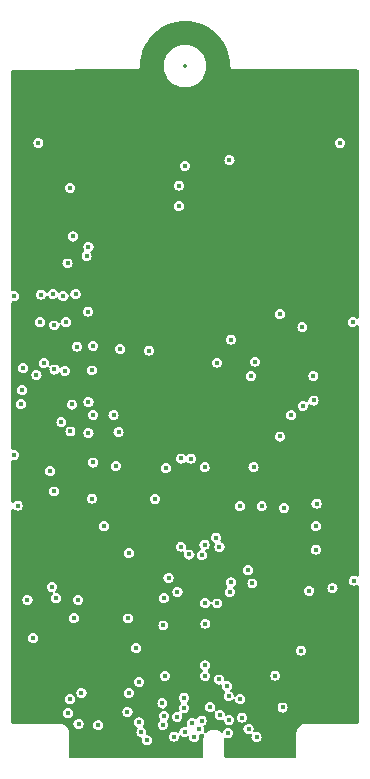
<source format=gbr>
%TF.GenerationSoftware,KiCad,Pcbnew,8.0.1-rc1*%
%TF.CreationDate,2024-08-22T21:46:20-04:00*%
%TF.ProjectId,SoM_V2,536f4d5f-5632-42e6-9b69-6361645f7063,rev?*%
%TF.SameCoordinates,Original*%
%TF.FileFunction,Copper,L5,Inr*%
%TF.FilePolarity,Positive*%
%FSLAX46Y46*%
G04 Gerber Fmt 4.6, Leading zero omitted, Abs format (unit mm)*
G04 Created by KiCad (PCBNEW 8.0.1-rc1) date 2024-08-22 21:46:20*
%MOMM*%
%LPD*%
G01*
G04 APERTURE LIST*
%TA.AperFunction,ViaPad*%
%ADD10C,0.450000*%
%TD*%
%ADD11C,0.270000*%
%ADD12C,0.350000*%
G04 APERTURE END LIST*
D10*
%TO.N,GND*%
X149690000Y-106690000D03*
X147150000Y-86370000D03*
X121750000Y-83830000D03*
X147150000Y-83830000D03*
X147150000Y-96530000D03*
X139750000Y-125500000D03*
X121860000Y-92410000D03*
X129370000Y-91450000D03*
X144610000Y-124470000D03*
X127825000Y-116600000D03*
X128400000Y-114725000D03*
X135750000Y-128950000D03*
X142070000Y-91450000D03*
X149690000Y-96530000D03*
X131910000Y-83830000D03*
X125630000Y-129430000D03*
X137950000Y-101330000D03*
X126830000Y-86370000D03*
X142070000Y-86370000D03*
X139530000Y-99070000D03*
X150475000Y-118120000D03*
X149690000Y-88910000D03*
X121750000Y-86370000D03*
X147150000Y-81290000D03*
X136990000Y-96530000D03*
X139530000Y-88910000D03*
X142070000Y-106690000D03*
X125300000Y-103725000D03*
X134450000Y-96530000D03*
X139530000Y-109230000D03*
X134450000Y-76210000D03*
X131910000Y-91450000D03*
X147150000Y-111770000D03*
X133025000Y-111375000D03*
X126830000Y-81290000D03*
X149690000Y-91450000D03*
X144610000Y-88910000D03*
X149690000Y-129550000D03*
X147150000Y-91450000D03*
X142070000Y-109230000D03*
X123470000Y-81900000D03*
X150080000Y-126580000D03*
X147150000Y-93990000D03*
X129370000Y-83830000D03*
X131910000Y-88910000D03*
X136090000Y-101380000D03*
X129370000Y-81290000D03*
X150475000Y-120010000D03*
X121525000Y-102740000D03*
X149690000Y-109230000D03*
X134450000Y-81290000D03*
X149690000Y-81290000D03*
X136150000Y-117825000D03*
X136990000Y-81290000D03*
X131910000Y-93990000D03*
X121750000Y-81290000D03*
X144610000Y-111770000D03*
X135140000Y-107760000D03*
X136990000Y-99070000D03*
X147150000Y-132090000D03*
X140170000Y-133390000D03*
X148620000Y-82030000D03*
X122100000Y-109375000D03*
X139530000Y-91450000D03*
X135140000Y-106120000D03*
X136780000Y-106120000D03*
X134450000Y-99070000D03*
X136990000Y-76210000D03*
X134050000Y-101350000D03*
X150475000Y-116020000D03*
X149690000Y-111770000D03*
X149690000Y-93990000D03*
X147150000Y-114310000D03*
X142070000Y-81290000D03*
X147150000Y-88910000D03*
X142070000Y-83830000D03*
X131250000Y-122425000D03*
X131910000Y-99070000D03*
X149690000Y-104150000D03*
X149690000Y-83830000D03*
X147150000Y-129550000D03*
X132300000Y-120775000D03*
X122650000Y-133550000D03*
X127930000Y-129320000D03*
X142070000Y-93990000D03*
X136710000Y-94400000D03*
X135310000Y-94380000D03*
X124430000Y-127560000D03*
X139530000Y-96530000D03*
X149690000Y-114310000D03*
X135125000Y-134925000D03*
X139100000Y-112325000D03*
X135920000Y-83550000D03*
X136990000Y-104150000D03*
X147150000Y-104150000D03*
X129370000Y-88910000D03*
X131910000Y-81290000D03*
X147150000Y-124470000D03*
X144610000Y-114310000D03*
X144610000Y-81290000D03*
X144610000Y-104150000D03*
X129370000Y-86370000D03*
X121750000Y-88910000D03*
X144610000Y-86370000D03*
X136820000Y-107790000D03*
X142070000Y-111770000D03*
X135375000Y-125475000D03*
X134450000Y-104150000D03*
X149690000Y-132090000D03*
X142070000Y-88910000D03*
X139530000Y-81290000D03*
X138225000Y-134700000D03*
X144610000Y-83830000D03*
X131200000Y-108075000D03*
X148740000Y-133320000D03*
X126830000Y-83830000D03*
X131910000Y-86370000D03*
X132175000Y-133175000D03*
X142070000Y-99070000D03*
X131910000Y-104150000D03*
X125700000Y-119575000D03*
%TO.N,Vcc_3V3*%
X124924500Y-101037500D03*
X139757400Y-87061400D03*
X139775000Y-123600000D03*
X124941400Y-104771600D03*
X128229100Y-102771500D03*
X140620000Y-116330000D03*
X144980000Y-108630000D03*
X131155000Y-125850000D03*
X121820000Y-116300000D03*
X123150000Y-127510000D03*
X150275000Y-122650000D03*
X135975000Y-87525000D03*
X139910000Y-102240000D03*
X135350000Y-123600000D03*
X132950000Y-103175000D03*
X146510000Y-123510000D03*
X126510000Y-93510000D03*
X121525000Y-98580000D03*
X144380000Y-116490000D03*
X142480000Y-116360000D03*
X147130000Y-116125000D03*
X126982150Y-134767850D03*
X127660000Y-95180000D03*
X127790000Y-99867500D03*
X135650000Y-119775000D03*
X147060000Y-118040000D03*
X145804200Y-128569100D03*
X134282200Y-130714800D03*
X122100000Y-107725000D03*
X147060000Y-120020000D03*
%TO.N,Net-(U302-OSC1)*%
X135462700Y-90943900D03*
X126275000Y-89400000D03*
%TO.N,GPIO0_BOOT*%
X130509200Y-103040000D03*
X149117300Y-85589300D03*
X144014600Y-100099100D03*
%TO.N,CHIP_EN*%
X131122600Y-133777900D03*
X123579100Y-85589300D03*
X138690400Y-104194000D03*
%TO.N,I2C_SDA_0_TCA*%
X140810200Y-134246500D03*
X137685100Y-129829600D03*
%TO.N,I2C_SDA_1_TCA*%
X142050200Y-135916000D03*
X138852600Y-131016700D03*
%TO.N,I2C_SDA_3_TCA*%
X138130100Y-133351300D03*
X137719100Y-126291900D03*
%TO.N,I2C_SCL_3_TCA*%
X138929600Y-134032600D03*
X138731600Y-124579600D03*
%TO.N,I2C_SDA_2_TCA*%
X140671900Y-132701300D03*
%TO.N,I2C_SCL_2_TCA*%
X139686600Y-132419900D03*
X139882600Y-122803600D03*
%TO.N,I2C_SCL_0_TCA*%
X137713700Y-130705700D03*
%TO.N,I2C_SCL_1_TCA*%
X139537900Y-131567900D03*
X141370794Y-135194706D03*
%TO.N,I2S_BCLK*%
X143643100Y-130686800D03*
X134375500Y-113119000D03*
%TO.N,Net-(D301-A)*%
X146862500Y-105325000D03*
%TO.N,GPIO17_U1_TXD*%
X135925000Y-133425000D03*
%TO.N,Net-(D302-A)*%
X146875000Y-107400000D03*
%TO.N,RESET_OTHERS*%
X132125000Y-131225000D03*
X137698700Y-124550000D03*
X128186500Y-112645200D03*
X126722000Y-98385900D03*
X138625000Y-119000000D03*
%TO.N,GPIO15*%
X134600000Y-122425000D03*
X135048850Y-135851150D03*
%TO.N,GPIO34*%
X141695400Y-122885700D03*
X134107900Y-134860103D03*
%TO.N,I2S_WS*%
X131239100Y-120325400D03*
X134200000Y-124125000D03*
%TO.N,GPIO48{slash}CAN_INT*%
X136570000Y-134700000D03*
X141798500Y-113056900D03*
%TO.N,GPIO26*%
X135340000Y-134175002D03*
X136351200Y-120438600D03*
%TO.N,GPIO46*%
X141902200Y-104110000D03*
X132100000Y-134650000D03*
%TO.N,DEBUG+*%
X135680000Y-112310000D03*
%TO.N,SPI_CLK_ESP32*%
X135900000Y-132550000D03*
X128226500Y-108600400D03*
X123817600Y-98429300D03*
X137400000Y-134499300D03*
X128099000Y-115705900D03*
%TO.N,SPI_MISO_ESP32*%
X127820200Y-110151500D03*
X124918300Y-115096600D03*
X135950000Y-135450000D03*
X125681500Y-98572500D03*
%TO.N,Net-(J201J-PWM_2_PCA)*%
X121525000Y-112003285D03*
X126083000Y-133871200D03*
%TO.N,GPIO16*%
X134225000Y-134098800D03*
X133447100Y-115723000D03*
%TO.N,I2S_DIN{slash}DOUT*%
X134161000Y-126442700D03*
%TO.N,SUSCLK*%
X130141300Y-112931000D03*
X132775000Y-136177600D03*
%TO.N,SPI_MOSI_ESP32*%
X129945400Y-108648600D03*
X124804700Y-98365800D03*
%TO.N,GPIO47*%
X136763507Y-135888507D03*
X138908350Y-119783350D03*
%TO.N,Net-(J201J-PWM_1_PCA)*%
X123718600Y-100780000D03*
X127222200Y-132153300D03*
%TO.N,Net-(J201J-PWM_3_PCA)*%
X122291700Y-104671600D03*
X128635000Y-134900000D03*
%TO.N,I2C_SCL_ESP32*%
X137423700Y-120502600D03*
X128091200Y-104849600D03*
X131232000Y-132150500D03*
%TO.N,GPIO45*%
X132299100Y-135498200D03*
X141574300Y-105303900D03*
%TO.N,GPIO38_ADDRESSABLE_LED*%
X144014600Y-110448100D03*
X135462700Y-89205100D03*
X144255100Y-133390700D03*
%TO.N,GPIO18_U1_RXD*%
X137200000Y-135250000D03*
%TO.N,DEBUG-*%
X136490000Y-112320000D03*
%TO.N,I2C_SDA_ESP32*%
X131850000Y-128375000D03*
X130367500Y-110088300D03*
X126862000Y-102837400D03*
X137650000Y-119600000D03*
%TO.N,Net-(J201I-ADC_2_MCP3202)*%
X124725000Y-123175000D03*
X126250000Y-132675000D03*
%TO.N,Net-(J201J-PWM_4_PCA)*%
X125065700Y-124139000D03*
X124041200Y-104251100D03*
%TO.N,Net-(U302-TXCAN)*%
X126959900Y-124263100D03*
X127814600Y-94380000D03*
%TO.N,Net-(U302-RXCAN)*%
X122653600Y-124263100D03*
X126044500Y-95788500D03*
%TO.N,SPI_CAN_ESP32*%
X125921500Y-100754100D03*
X125825000Y-104875000D03*
%TO.N,U0RXD*%
X148478100Y-123296800D03*
X145966300Y-107851800D03*
%TO.N,LDAC_DAC*%
X126574800Y-125810700D03*
X126289200Y-110015200D03*
%TO.N,SPI_DAC_ESP32*%
X126405200Y-107738600D03*
X129133500Y-118052000D03*
%TO.N,SPI_6_ESP32*%
X139648515Y-135540764D03*
X124575200Y-113397200D03*
%TO.N,SPI_5_ESP32*%
X139720000Y-134439485D03*
X125523500Y-109230300D03*
%TO.N,GPIO33*%
X141327300Y-121771700D03*
X134075000Y-133025000D03*
%TO.N,Net-(Q601A-B1)*%
X150184700Y-100729000D03*
X145930000Y-101196700D03*
%TO.N,CS_1*%
X127817600Y-107509300D03*
X123413700Y-105214700D03*
%TO.N,CS_2*%
X122212700Y-106530400D03*
X137656300Y-113056900D03*
%TD*%
%TA.AperFunction,Conductor*%
%TO.N,GND*%
G36*
X136367736Y-75280996D02*
G01*
X136379792Y-75282180D01*
X136738335Y-75335226D01*
X136750231Y-75337586D01*
X137101842Y-75425446D01*
X137113459Y-75428962D01*
X137454792Y-75550798D01*
X137466016Y-75555435D01*
X137793791Y-75710074D01*
X137804499Y-75715783D01*
X138115571Y-75901743D01*
X138125671Y-75908473D01*
X138417067Y-76123976D01*
X138426466Y-76131667D01*
X138695376Y-76374635D01*
X138703977Y-76383208D01*
X138947829Y-76651315D01*
X138955550Y-76660688D01*
X139151555Y-76923903D01*
X139172004Y-76951363D01*
X139178772Y-76961447D01*
X139365758Y-77271910D01*
X139371507Y-77282609D01*
X139527217Y-77609859D01*
X139531892Y-77621067D01*
X139654850Y-77961994D01*
X139658406Y-77973607D01*
X139747422Y-78324929D01*
X139749824Y-78336833D01*
X139804045Y-78695162D01*
X139805272Y-78707245D01*
X139824327Y-79072001D01*
X139824496Y-79078479D01*
X139824493Y-79120343D01*
X139824650Y-79122696D01*
X139824650Y-79122828D01*
X139824652Y-79122839D01*
X139835816Y-79156829D01*
X139837784Y-79163433D01*
X139844969Y-79190252D01*
X139848078Y-79197759D01*
X139847873Y-79197843D01*
X139853204Y-79209767D01*
X139854354Y-79213269D01*
X139854356Y-79213273D01*
X139868917Y-79233180D01*
X139876223Y-79244393D01*
X139884522Y-79258770D01*
X139884527Y-79258776D01*
X139889363Y-79263613D01*
X139901763Y-79278084D01*
X139910554Y-79290103D01*
X139921488Y-79297993D01*
X139936618Y-79310875D01*
X139940467Y-79314725D01*
X139940469Y-79314726D01*
X139940470Y-79314727D01*
X139954003Y-79322541D01*
X139956067Y-79323733D01*
X139966624Y-79330565D01*
X139987742Y-79345805D01*
X139989907Y-79346500D01*
X140001318Y-79351559D01*
X140001476Y-79351179D01*
X140008981Y-79354287D01*
X140008989Y-79354292D01*
X140037167Y-79361844D01*
X140042936Y-79363543D01*
X140078366Y-79374930D01*
X140078370Y-79374929D01*
X140078371Y-79374930D01*
X140110577Y-79374826D01*
X140125291Y-79374778D01*
X140125687Y-79374778D01*
X150575510Y-79375471D01*
X150642546Y-79395160D01*
X150688298Y-79447967D01*
X150699500Y-79499471D01*
X150699500Y-100342689D01*
X150679815Y-100409728D01*
X150627011Y-100455483D01*
X150557853Y-100465427D01*
X150494297Y-100436402D01*
X150487819Y-100430370D01*
X150437925Y-100380476D01*
X150437921Y-100380473D01*
X150437920Y-100380472D01*
X150317826Y-100319281D01*
X150317824Y-100319280D01*
X150317821Y-100319279D01*
X150184702Y-100298196D01*
X150184698Y-100298196D01*
X150051578Y-100319279D01*
X149931478Y-100380473D01*
X149931474Y-100380476D01*
X149836176Y-100475774D01*
X149836173Y-100475778D01*
X149774979Y-100595878D01*
X149753896Y-100728997D01*
X149753896Y-100729002D01*
X149774979Y-100862121D01*
X149774980Y-100862124D01*
X149774981Y-100862126D01*
X149826561Y-100963357D01*
X149836173Y-100982221D01*
X149836176Y-100982225D01*
X149931474Y-101077523D01*
X149931478Y-101077526D01*
X149931480Y-101077528D01*
X150051574Y-101138719D01*
X150051576Y-101138719D01*
X150051578Y-101138720D01*
X150184698Y-101159804D01*
X150184700Y-101159804D01*
X150184702Y-101159804D01*
X150317821Y-101138720D01*
X150317821Y-101138719D01*
X150317826Y-101138719D01*
X150437920Y-101077528D01*
X150453022Y-101062426D01*
X150487819Y-101027630D01*
X150549142Y-100994145D01*
X150618834Y-100999129D01*
X150674767Y-101041001D01*
X150699184Y-101106465D01*
X150699500Y-101115311D01*
X150699500Y-122186394D01*
X150679815Y-122253433D01*
X150627011Y-122299188D01*
X150557853Y-122309132D01*
X150519206Y-122296879D01*
X150408126Y-122240281D01*
X150408124Y-122240280D01*
X150408121Y-122240279D01*
X150275002Y-122219196D01*
X150274998Y-122219196D01*
X150141878Y-122240279D01*
X150021778Y-122301473D01*
X150021774Y-122301476D01*
X149926476Y-122396774D01*
X149926473Y-122396778D01*
X149865279Y-122516878D01*
X149844196Y-122649997D01*
X149844196Y-122650002D01*
X149865279Y-122783121D01*
X149865280Y-122783124D01*
X149865281Y-122783126D01*
X149918248Y-122887079D01*
X149926473Y-122903221D01*
X149926476Y-122903225D01*
X150021774Y-122998523D01*
X150021778Y-122998526D01*
X150021780Y-122998528D01*
X150141874Y-123059719D01*
X150141876Y-123059719D01*
X150141878Y-123059720D01*
X150274998Y-123080804D01*
X150275000Y-123080804D01*
X150275002Y-123080804D01*
X150408121Y-123059720D01*
X150408121Y-123059719D01*
X150408126Y-123059719D01*
X150519209Y-123003119D01*
X150587874Y-122990224D01*
X150652614Y-123016500D01*
X150692872Y-123073606D01*
X150699500Y-123113605D01*
X150699500Y-134626894D01*
X150679815Y-134693933D01*
X150627011Y-134739688D01*
X150576275Y-134750892D01*
X146799362Y-134774498D01*
X146798587Y-134774500D01*
X146146155Y-134774500D01*
X145991510Y-134805261D01*
X145991498Y-134805264D01*
X145845827Y-134865602D01*
X145845814Y-134865609D01*
X145714711Y-134953210D01*
X145714707Y-134953213D01*
X145603213Y-135064707D01*
X145603210Y-135064711D01*
X145515609Y-135195814D01*
X145515602Y-135195827D01*
X145455264Y-135341498D01*
X145455261Y-135341510D01*
X145424500Y-135496153D01*
X145424500Y-137526000D01*
X145404815Y-137593039D01*
X145352011Y-137638794D01*
X145300500Y-137650000D01*
X139449500Y-137650000D01*
X139382461Y-137630315D01*
X139336706Y-137577511D01*
X139325500Y-137526000D01*
X139325500Y-136086306D01*
X139323895Y-136078238D01*
X139330122Y-136008646D01*
X139372985Y-135953469D01*
X139438874Y-135930224D01*
X139501806Y-135943562D01*
X139515389Y-135950483D01*
X139515390Y-135950483D01*
X139515392Y-135950484D01*
X139648513Y-135971568D01*
X139648515Y-135971568D01*
X139648517Y-135971568D01*
X139781636Y-135950484D01*
X139781636Y-135950483D01*
X139781641Y-135950483D01*
X139901735Y-135889292D01*
X139997043Y-135793984D01*
X140058234Y-135673890D01*
X140058235Y-135673885D01*
X140079319Y-135540766D01*
X140079319Y-135540761D01*
X140058235Y-135407642D01*
X140058234Y-135407640D01*
X140058234Y-135407638D01*
X139997043Y-135287544D01*
X139997041Y-135287542D01*
X139997038Y-135287538D01*
X139904208Y-135194708D01*
X140939990Y-135194708D01*
X140961073Y-135327827D01*
X140961074Y-135327830D01*
X140961075Y-135327832D01*
X141014822Y-135433316D01*
X141022267Y-135447927D01*
X141022270Y-135447931D01*
X141117568Y-135543229D01*
X141117572Y-135543232D01*
X141117574Y-135543234D01*
X141237668Y-135604425D01*
X141237670Y-135604425D01*
X141237672Y-135604426D01*
X141370792Y-135625510D01*
X141370794Y-135625510D01*
X141370796Y-135625510D01*
X141511007Y-135603303D01*
X141580301Y-135612258D01*
X141633753Y-135657254D01*
X141654392Y-135724006D01*
X141642906Y-135773406D01*
X141643495Y-135773598D01*
X141641269Y-135780445D01*
X141640894Y-135782062D01*
X141640481Y-135782872D01*
X141640480Y-135782875D01*
X141619396Y-135915997D01*
X141619396Y-135916002D01*
X141640479Y-136049121D01*
X141640480Y-136049124D01*
X141640481Y-136049126D01*
X141701672Y-136169220D01*
X141701673Y-136169221D01*
X141701676Y-136169225D01*
X141796974Y-136264523D01*
X141796978Y-136264526D01*
X141796980Y-136264528D01*
X141917074Y-136325719D01*
X141917076Y-136325719D01*
X141917078Y-136325720D01*
X142050198Y-136346804D01*
X142050200Y-136346804D01*
X142050202Y-136346804D01*
X142183321Y-136325720D01*
X142183321Y-136325719D01*
X142183326Y-136325719D01*
X142303420Y-136264528D01*
X142398728Y-136169220D01*
X142459919Y-136049126D01*
X142460656Y-136044474D01*
X142481004Y-135916002D01*
X142481004Y-135915997D01*
X142459920Y-135782878D01*
X142459919Y-135782876D01*
X142459919Y-135782874D01*
X142398728Y-135662780D01*
X142398726Y-135662778D01*
X142398723Y-135662774D01*
X142303425Y-135567476D01*
X142303421Y-135567473D01*
X142303420Y-135567472D01*
X142183326Y-135506281D01*
X142183324Y-135506280D01*
X142183321Y-135506279D01*
X142050202Y-135485196D01*
X142050200Y-135485196D01*
X142009802Y-135491594D01*
X141909985Y-135507403D01*
X141840691Y-135498447D01*
X141787240Y-135453450D01*
X141766601Y-135386699D01*
X141778089Y-135337299D01*
X141777499Y-135337108D01*
X141779732Y-135330234D01*
X141780105Y-135328632D01*
X141780513Y-135327832D01*
X141783479Y-135309106D01*
X141801598Y-135194708D01*
X141801598Y-135194703D01*
X141780514Y-135061584D01*
X141780513Y-135061582D01*
X141780513Y-135061580D01*
X141719322Y-134941486D01*
X141719320Y-134941484D01*
X141719317Y-134941480D01*
X141624019Y-134846182D01*
X141624015Y-134846179D01*
X141624014Y-134846178D01*
X141503920Y-134784987D01*
X141503918Y-134784986D01*
X141503915Y-134784985D01*
X141370796Y-134763902D01*
X141370792Y-134763902D01*
X141237672Y-134784985D01*
X141117572Y-134846179D01*
X141117568Y-134846182D01*
X141022270Y-134941480D01*
X141022267Y-134941484D01*
X140961073Y-135061584D01*
X140939990Y-135194703D01*
X140939990Y-135194708D01*
X139904208Y-135194708D01*
X139901740Y-135192240D01*
X139901736Y-135192237D01*
X139901735Y-135192236D01*
X139781641Y-135131045D01*
X139781639Y-135131044D01*
X139781636Y-135131043D01*
X139691464Y-135116762D01*
X139674278Y-135108615D01*
X139673546Y-135108937D01*
X139657653Y-135109960D01*
X139648513Y-135109960D01*
X139515393Y-135131043D01*
X139515389Y-135131044D01*
X139515389Y-135131045D01*
X139478830Y-135149673D01*
X139395293Y-135192237D01*
X139395289Y-135192240D01*
X139299991Y-135287538D01*
X139299988Y-135287542D01*
X139299987Y-135287544D01*
X139251286Y-135383126D01*
X139238794Y-135407642D01*
X139234800Y-135432863D01*
X139204871Y-135495998D01*
X139145559Y-135532929D01*
X139075697Y-135531931D01*
X139024646Y-135501146D01*
X138999038Y-135475538D01*
X138999034Y-135475535D01*
X138851553Y-135376990D01*
X138851540Y-135376983D01*
X138687667Y-135309106D01*
X138687658Y-135309103D01*
X138513694Y-135274500D01*
X138513691Y-135274500D01*
X138336309Y-135274500D01*
X138336306Y-135274500D01*
X138162341Y-135309103D01*
X138162332Y-135309106D01*
X137998459Y-135376983D01*
X137998446Y-135376990D01*
X137850965Y-135475535D01*
X137850960Y-135475539D01*
X137814346Y-135512153D01*
X137753023Y-135545638D01*
X137683331Y-135540652D01*
X137627398Y-135498780D01*
X137602982Y-135433316D01*
X137608737Y-135386145D01*
X137609716Y-135383131D01*
X137609719Y-135383126D01*
X137609719Y-135383120D01*
X137609721Y-135383117D01*
X137630804Y-135250002D01*
X137630804Y-135249997D01*
X137609720Y-135116878D01*
X137609719Y-135116876D01*
X137609719Y-135116874D01*
X137566146Y-135031358D01*
X137553251Y-134962692D01*
X137579527Y-134897951D01*
X137620333Y-134864584D01*
X137653220Y-134847828D01*
X137748528Y-134752520D01*
X137809719Y-134632426D01*
X137820101Y-134566878D01*
X137830804Y-134499302D01*
X137830804Y-134499297D01*
X137809720Y-134366178D01*
X137809719Y-134366176D01*
X137809719Y-134366174D01*
X137748528Y-134246080D01*
X137748526Y-134246078D01*
X137748523Y-134246074D01*
X137653225Y-134150776D01*
X137653221Y-134150773D01*
X137653220Y-134150772D01*
X137533126Y-134089581D01*
X137533124Y-134089580D01*
X137533121Y-134089579D01*
X137400002Y-134068496D01*
X137399998Y-134068496D01*
X137266878Y-134089579D01*
X137266874Y-134089580D01*
X137266874Y-134089581D01*
X137264166Y-134090961D01*
X137146778Y-134150773D01*
X137146774Y-134150776D01*
X137051476Y-134246074D01*
X137051471Y-134246081D01*
X137016336Y-134315037D01*
X136968362Y-134365832D01*
X136900540Y-134382627D01*
X136834406Y-134360089D01*
X136830157Y-134356512D01*
X136823221Y-134351473D01*
X136823220Y-134351472D01*
X136703126Y-134290281D01*
X136703124Y-134290280D01*
X136703121Y-134290279D01*
X136570002Y-134269196D01*
X136569998Y-134269196D01*
X136436878Y-134290279D01*
X136436874Y-134290280D01*
X136436874Y-134290281D01*
X136414903Y-134301476D01*
X136316778Y-134351473D01*
X136316774Y-134351476D01*
X136221476Y-134446774D01*
X136221473Y-134446778D01*
X136160279Y-134566878D01*
X136139196Y-134699997D01*
X136139196Y-134700002D01*
X136160279Y-134833123D01*
X136171386Y-134854921D01*
X136184282Y-134923591D01*
X136158005Y-134988331D01*
X136100898Y-135028587D01*
X136041504Y-135033688D01*
X135950003Y-135019196D01*
X135949998Y-135019196D01*
X135816878Y-135040279D01*
X135696778Y-135101473D01*
X135696774Y-135101476D01*
X135601476Y-135196774D01*
X135601473Y-135196778D01*
X135540279Y-135316878D01*
X135520383Y-135442497D01*
X135490454Y-135505632D01*
X135431142Y-135542563D01*
X135361279Y-135541565D01*
X135310229Y-135510780D01*
X135302075Y-135502626D01*
X135302071Y-135502623D01*
X135302070Y-135502622D01*
X135181976Y-135441431D01*
X135181974Y-135441430D01*
X135181971Y-135441429D01*
X135048852Y-135420346D01*
X135048848Y-135420346D01*
X134915728Y-135441429D01*
X134795628Y-135502623D01*
X134795624Y-135502626D01*
X134700326Y-135597924D01*
X134700323Y-135597928D01*
X134639129Y-135718028D01*
X134618046Y-135851147D01*
X134618046Y-135851152D01*
X134639129Y-135984271D01*
X134639130Y-135984274D01*
X134639131Y-135984276D01*
X134700322Y-136104370D01*
X134700323Y-136104371D01*
X134700326Y-136104375D01*
X134795624Y-136199673D01*
X134795628Y-136199676D01*
X134795630Y-136199678D01*
X134915724Y-136260869D01*
X134915726Y-136260869D01*
X134915728Y-136260870D01*
X135048848Y-136281954D01*
X135048850Y-136281954D01*
X135048852Y-136281954D01*
X135181971Y-136260870D01*
X135181971Y-136260869D01*
X135181976Y-136260869D01*
X135302070Y-136199678D01*
X135397378Y-136104370D01*
X135458569Y-135984276D01*
X135460582Y-135971568D01*
X135478466Y-135858653D01*
X135508395Y-135795518D01*
X135567706Y-135758586D01*
X135637569Y-135759584D01*
X135688620Y-135790369D01*
X135696774Y-135798523D01*
X135696778Y-135798526D01*
X135696780Y-135798528D01*
X135816874Y-135859719D01*
X135816876Y-135859719D01*
X135816878Y-135859720D01*
X135949998Y-135880804D01*
X135950000Y-135880804D01*
X135950002Y-135880804D01*
X136016563Y-135870261D01*
X136083126Y-135859719D01*
X136157778Y-135821681D01*
X136226446Y-135808785D01*
X136291186Y-135835061D01*
X136331444Y-135892167D01*
X136336545Y-135912768D01*
X136353786Y-136021628D01*
X136353787Y-136021631D01*
X136353788Y-136021633D01*
X136411775Y-136135438D01*
X136414980Y-136141728D01*
X136414983Y-136141732D01*
X136510281Y-136237030D01*
X136510285Y-136237033D01*
X136510287Y-136237035D01*
X136630381Y-136298226D01*
X136630383Y-136298226D01*
X136630385Y-136298227D01*
X136763505Y-136319311D01*
X136763507Y-136319311D01*
X136763509Y-136319311D01*
X136896628Y-136298227D01*
X136896628Y-136298226D01*
X136896633Y-136298226D01*
X137016727Y-136237035D01*
X137112035Y-136141727D01*
X137173226Y-136021633D01*
X137175283Y-136008646D01*
X137194311Y-135888509D01*
X137194311Y-135888506D01*
X137189583Y-135858653D01*
X137181756Y-135809238D01*
X137190710Y-135739946D01*
X137235706Y-135686494D01*
X137284829Y-135667368D01*
X137333126Y-135659719D01*
X137452707Y-135598789D01*
X137521372Y-135585894D01*
X137586112Y-135612170D01*
X137626370Y-135669276D01*
X137629362Y-135739082D01*
X137623559Y-135756727D01*
X137559106Y-135912332D01*
X137559103Y-135912341D01*
X137524500Y-136086304D01*
X137524500Y-137526000D01*
X137504815Y-137593039D01*
X137452011Y-137638794D01*
X137400500Y-137650000D01*
X126299500Y-137650000D01*
X126232461Y-137630315D01*
X126186706Y-137577511D01*
X126175500Y-137526000D01*
X126175500Y-135496155D01*
X126175499Y-135496153D01*
X126175468Y-135495998D01*
X126144737Y-135341503D01*
X126140069Y-135330234D01*
X126084397Y-135195827D01*
X126084390Y-135195814D01*
X125996789Y-135064711D01*
X125996786Y-135064707D01*
X125885292Y-134953213D01*
X125885288Y-134953210D01*
X125754185Y-134865609D01*
X125754172Y-134865602D01*
X125608501Y-134805264D01*
X125608489Y-134805261D01*
X125453845Y-134774500D01*
X125453842Y-134774500D01*
X125414562Y-134774500D01*
X124801468Y-134774500D01*
X124800607Y-134774497D01*
X123843720Y-134767852D01*
X126551346Y-134767852D01*
X126572429Y-134900971D01*
X126572430Y-134900974D01*
X126572431Y-134900976D01*
X126633622Y-135021070D01*
X126633623Y-135021071D01*
X126633626Y-135021075D01*
X126728924Y-135116373D01*
X126728928Y-135116376D01*
X126728930Y-135116378D01*
X126849024Y-135177569D01*
X126849026Y-135177569D01*
X126849028Y-135177570D01*
X126982148Y-135198654D01*
X126982150Y-135198654D01*
X126982152Y-135198654D01*
X127115271Y-135177570D01*
X127115271Y-135177569D01*
X127115276Y-135177569D01*
X127235370Y-135116378D01*
X127330678Y-135021070D01*
X127391869Y-134900976D01*
X127392023Y-134900002D01*
X128204196Y-134900002D01*
X128225279Y-135033121D01*
X128225280Y-135033124D01*
X128225281Y-135033126D01*
X128286472Y-135153220D01*
X128286473Y-135153221D01*
X128286476Y-135153225D01*
X128381774Y-135248523D01*
X128381778Y-135248526D01*
X128381780Y-135248528D01*
X128501874Y-135309719D01*
X128501876Y-135309719D01*
X128501878Y-135309720D01*
X128634998Y-135330804D01*
X128635000Y-135330804D01*
X128635002Y-135330804D01*
X128768121Y-135309720D01*
X128768121Y-135309719D01*
X128768126Y-135309719D01*
X128888220Y-135248528D01*
X128983528Y-135153220D01*
X129044719Y-135033126D01*
X129046628Y-135021075D01*
X129065804Y-134900002D01*
X129065804Y-134899997D01*
X129044720Y-134766878D01*
X129044719Y-134766876D01*
X129044719Y-134766874D01*
X128985170Y-134650002D01*
X131669196Y-134650002D01*
X131690279Y-134783121D01*
X131690280Y-134783124D01*
X131690281Y-134783126D01*
X131751472Y-134903220D01*
X131751473Y-134903221D01*
X131751476Y-134903225D01*
X131846774Y-134998523D01*
X131846777Y-134998525D01*
X131846780Y-134998528D01*
X131926733Y-135039266D01*
X131977529Y-135087239D01*
X131994324Y-135155060D01*
X131971787Y-135221195D01*
X131958122Y-135237428D01*
X131950577Y-135244972D01*
X131950573Y-135244978D01*
X131889379Y-135365078D01*
X131868296Y-135498197D01*
X131868296Y-135498202D01*
X131889379Y-135631321D01*
X131889380Y-135631324D01*
X131889381Y-135631326D01*
X131950572Y-135751420D01*
X131950573Y-135751421D01*
X131950576Y-135751425D01*
X132045874Y-135846723D01*
X132045878Y-135846726D01*
X132045880Y-135846728D01*
X132165974Y-135907919D01*
X132259031Y-135922657D01*
X132322163Y-135952585D01*
X132359094Y-136011896D01*
X132362104Y-136064527D01*
X132344196Y-136177596D01*
X132344196Y-136177602D01*
X132365279Y-136310721D01*
X132365280Y-136310724D01*
X132365281Y-136310726D01*
X132372921Y-136325720D01*
X132426473Y-136430821D01*
X132426476Y-136430825D01*
X132521774Y-136526123D01*
X132521778Y-136526126D01*
X132521780Y-136526128D01*
X132641874Y-136587319D01*
X132641876Y-136587319D01*
X132641878Y-136587320D01*
X132774998Y-136608404D01*
X132775000Y-136608404D01*
X132775002Y-136608404D01*
X132908121Y-136587320D01*
X132908121Y-136587319D01*
X132908126Y-136587319D01*
X133028220Y-136526128D01*
X133123528Y-136430820D01*
X133184719Y-136310726D01*
X133192036Y-136264528D01*
X133205804Y-136177602D01*
X133205804Y-136177597D01*
X133184720Y-136044478D01*
X133184719Y-136044476D01*
X133184719Y-136044474D01*
X133123528Y-135924380D01*
X133123526Y-135924378D01*
X133123523Y-135924374D01*
X133028225Y-135829076D01*
X133028221Y-135829073D01*
X133028220Y-135829072D01*
X132908126Y-135767881D01*
X132908124Y-135767880D01*
X132908121Y-135767879D01*
X132815070Y-135753142D01*
X132751936Y-135723213D01*
X132715004Y-135663902D01*
X132711995Y-135611272D01*
X132729904Y-135498200D01*
X132729580Y-135496155D01*
X132708820Y-135365078D01*
X132708819Y-135365076D01*
X132708819Y-135365074D01*
X132647628Y-135244980D01*
X132647626Y-135244978D01*
X132647623Y-135244974D01*
X132552325Y-135149676D01*
X132552322Y-135149674D01*
X132552320Y-135149672D01*
X132472364Y-135108932D01*
X132421570Y-135060959D01*
X132404775Y-134993138D01*
X132427312Y-134927003D01*
X132440983Y-134910765D01*
X132442729Y-134909019D01*
X132448528Y-134903220D01*
X132470496Y-134860105D01*
X133677096Y-134860105D01*
X133698179Y-134993224D01*
X133698180Y-134993227D01*
X133698181Y-134993229D01*
X133759372Y-135113323D01*
X133759373Y-135113324D01*
X133759376Y-135113328D01*
X133854674Y-135208626D01*
X133854678Y-135208629D01*
X133854680Y-135208631D01*
X133974774Y-135269822D01*
X133974776Y-135269822D01*
X133974778Y-135269823D01*
X134107898Y-135290907D01*
X134107900Y-135290907D01*
X134107902Y-135290907D01*
X134241021Y-135269823D01*
X134241021Y-135269822D01*
X134241026Y-135269822D01*
X134361120Y-135208631D01*
X134456428Y-135113323D01*
X134517619Y-134993229D01*
X134517620Y-134993224D01*
X134538704Y-134860105D01*
X134538704Y-134860100D01*
X134517620Y-134726981D01*
X134517619Y-134726979D01*
X134517619Y-134726977D01*
X134456428Y-134606883D01*
X134456426Y-134606881D01*
X134451997Y-134598188D01*
X134454962Y-134596677D01*
X134437226Y-134546958D01*
X134453055Y-134478905D01*
X134473343Y-134452204D01*
X134478217Y-134447329D01*
X134478220Y-134447328D01*
X134573528Y-134352020D01*
X134634719Y-134231926D01*
X134636651Y-134219728D01*
X134643735Y-134175002D01*
X134909196Y-134175002D01*
X134930279Y-134308123D01*
X134930280Y-134308126D01*
X134930281Y-134308128D01*
X134990439Y-134426194D01*
X134991473Y-134428223D01*
X134991476Y-134428227D01*
X135086774Y-134523525D01*
X135086778Y-134523528D01*
X135086780Y-134523530D01*
X135206874Y-134584721D01*
X135206876Y-134584721D01*
X135206878Y-134584722D01*
X135339998Y-134605806D01*
X135340000Y-134605806D01*
X135340002Y-134605806D01*
X135473121Y-134584722D01*
X135473121Y-134584721D01*
X135473126Y-134584721D01*
X135593220Y-134523530D01*
X135688528Y-134428222D01*
X135749719Y-134308128D01*
X135753252Y-134285825D01*
X135770804Y-134175002D01*
X135770804Y-134174999D01*
X135749720Y-134041880D01*
X135749719Y-134041878D01*
X135749719Y-134041876D01*
X135741684Y-134026106D01*
X135728788Y-133957442D01*
X135755063Y-133892701D01*
X135812169Y-133852443D01*
X135871567Y-133847341D01*
X135903622Y-133852418D01*
X135924999Y-133855804D01*
X135925000Y-133855804D01*
X135925002Y-133855804D01*
X136058121Y-133834720D01*
X136058121Y-133834719D01*
X136058126Y-133834719D01*
X136178220Y-133773528D01*
X136273528Y-133678220D01*
X136334719Y-133558126D01*
X136338460Y-133534508D01*
X136355804Y-133425002D01*
X136355804Y-133424997D01*
X136344132Y-133351302D01*
X137699296Y-133351302D01*
X137720379Y-133484421D01*
X137720380Y-133484424D01*
X137720381Y-133484426D01*
X137781467Y-133604313D01*
X137781573Y-133604521D01*
X137781576Y-133604525D01*
X137876874Y-133699823D01*
X137876878Y-133699826D01*
X137876880Y-133699828D01*
X137996974Y-133761019D01*
X137996976Y-133761019D01*
X137996978Y-133761020D01*
X138130098Y-133782104D01*
X138130100Y-133782104D01*
X138130102Y-133782104D01*
X138263221Y-133761020D01*
X138263221Y-133761019D01*
X138263226Y-133761019D01*
X138365128Y-133709097D01*
X138433793Y-133696202D01*
X138498533Y-133722478D01*
X138538791Y-133779584D01*
X138541783Y-133849390D01*
X138531905Y-133875876D01*
X138519879Y-133899477D01*
X138498796Y-134032597D01*
X138498796Y-134032600D01*
X138519879Y-134165721D01*
X138519880Y-134165724D01*
X138519881Y-134165726D01*
X138581072Y-134285820D01*
X138581073Y-134285821D01*
X138581076Y-134285825D01*
X138676374Y-134381123D01*
X138676378Y-134381126D01*
X138676380Y-134381128D01*
X138796474Y-134442319D01*
X138796476Y-134442319D01*
X138796478Y-134442320D01*
X138929598Y-134463404D01*
X138929600Y-134463404D01*
X138929602Y-134463404D01*
X139062722Y-134442320D01*
X139062723Y-134442319D01*
X139062726Y-134442319D01*
X139120631Y-134412814D01*
X139189298Y-134399918D01*
X139254039Y-134426194D01*
X139294297Y-134483300D01*
X139299398Y-134503902D01*
X139310279Y-134572606D01*
X139310280Y-134572609D01*
X139310281Y-134572611D01*
X139371472Y-134692705D01*
X139371473Y-134692706D01*
X139371476Y-134692710D01*
X139466774Y-134788008D01*
X139466778Y-134788011D01*
X139466780Y-134788013D01*
X139586874Y-134849204D01*
X139586876Y-134849204D01*
X139586878Y-134849205D01*
X139677051Y-134863487D01*
X139694236Y-134871633D01*
X139694969Y-134871312D01*
X139710862Y-134870289D01*
X139720002Y-134870289D01*
X139853121Y-134849205D01*
X139853121Y-134849204D01*
X139853126Y-134849204D01*
X139973220Y-134788013D01*
X140068528Y-134692705D01*
X140129719Y-134572611D01*
X140130628Y-134566874D01*
X140150804Y-134439487D01*
X140150804Y-134439482D01*
X140129720Y-134306363D01*
X140129719Y-134306361D01*
X140129719Y-134306359D01*
X140099220Y-134246502D01*
X140379396Y-134246502D01*
X140400479Y-134379621D01*
X140400480Y-134379624D01*
X140400481Y-134379626D01*
X140461672Y-134499720D01*
X140461673Y-134499721D01*
X140461676Y-134499725D01*
X140556974Y-134595023D01*
X140556978Y-134595026D01*
X140556980Y-134595028D01*
X140677074Y-134656219D01*
X140677076Y-134656219D01*
X140677078Y-134656220D01*
X140810198Y-134677304D01*
X140810200Y-134677304D01*
X140810202Y-134677304D01*
X140943321Y-134656220D01*
X140943321Y-134656219D01*
X140943326Y-134656219D01*
X141063420Y-134595028D01*
X141158728Y-134499720D01*
X141219919Y-134379626D01*
X141222914Y-134360715D01*
X141241004Y-134246502D01*
X141241004Y-134246497D01*
X141219920Y-134113378D01*
X141219919Y-134113376D01*
X141219919Y-134113374D01*
X141158728Y-133993280D01*
X141158726Y-133993278D01*
X141158723Y-133993274D01*
X141063425Y-133897976D01*
X141063421Y-133897973D01*
X141063420Y-133897972D01*
X140943326Y-133836781D01*
X140943324Y-133836780D01*
X140943321Y-133836779D01*
X140810202Y-133815696D01*
X140810198Y-133815696D01*
X140677078Y-133836779D01*
X140677074Y-133836780D01*
X140677074Y-133836781D01*
X140646336Y-133852443D01*
X140556978Y-133897973D01*
X140556974Y-133897976D01*
X140461676Y-133993274D01*
X140461673Y-133993278D01*
X140400479Y-134113378D01*
X140379396Y-134246497D01*
X140379396Y-134246502D01*
X140099220Y-134246502D01*
X140068528Y-134186265D01*
X140068526Y-134186263D01*
X140068523Y-134186259D01*
X139973225Y-134090961D01*
X139973221Y-134090958D01*
X139973220Y-134090957D01*
X139853126Y-134029766D01*
X139853124Y-134029765D01*
X139853121Y-134029764D01*
X139720002Y-134008681D01*
X139719998Y-134008681D01*
X139586876Y-134029764D01*
X139528968Y-134059270D01*
X139460298Y-134072166D01*
X139395558Y-134045889D01*
X139355302Y-133988782D01*
X139350202Y-133968193D01*
X139339319Y-133899474D01*
X139278128Y-133779380D01*
X139278126Y-133779378D01*
X139278123Y-133779374D01*
X139182825Y-133684076D01*
X139182821Y-133684073D01*
X139182820Y-133684072D01*
X139062726Y-133622881D01*
X139062724Y-133622880D01*
X139062721Y-133622879D01*
X138929602Y-133601796D01*
X138929598Y-133601796D01*
X138796476Y-133622879D01*
X138694574Y-133674801D01*
X138625905Y-133687697D01*
X138561165Y-133661420D01*
X138520908Y-133604313D01*
X138517916Y-133534508D01*
X138527791Y-133508031D01*
X138539819Y-133484426D01*
X138539820Y-133484421D01*
X138554664Y-133390702D01*
X143824296Y-133390702D01*
X143845379Y-133523821D01*
X143845380Y-133523824D01*
X143845381Y-133523826D01*
X143904784Y-133640410D01*
X143906573Y-133643921D01*
X143906576Y-133643925D01*
X144001874Y-133739223D01*
X144001878Y-133739226D01*
X144001880Y-133739228D01*
X144121974Y-133800419D01*
X144121976Y-133800419D01*
X144121978Y-133800420D01*
X144255098Y-133821504D01*
X144255100Y-133821504D01*
X144255102Y-133821504D01*
X144388221Y-133800420D01*
X144388221Y-133800419D01*
X144388226Y-133800419D01*
X144508320Y-133739228D01*
X144603628Y-133643920D01*
X144664819Y-133523826D01*
X144667323Y-133508019D01*
X144685904Y-133390702D01*
X144685904Y-133390697D01*
X144664820Y-133257578D01*
X144664819Y-133257576D01*
X144664819Y-133257574D01*
X144603628Y-133137480D01*
X144603626Y-133137478D01*
X144603623Y-133137474D01*
X144508325Y-133042176D01*
X144508321Y-133042173D01*
X144508320Y-133042172D01*
X144388226Y-132980981D01*
X144388224Y-132980980D01*
X144388221Y-132980979D01*
X144255102Y-132959896D01*
X144255098Y-132959896D01*
X144121978Y-132980979D01*
X144001878Y-133042173D01*
X144001874Y-133042176D01*
X143906576Y-133137474D01*
X143906573Y-133137478D01*
X143845379Y-133257578D01*
X143824296Y-133390697D01*
X143824296Y-133390702D01*
X138554664Y-133390702D01*
X138560904Y-133351302D01*
X138560904Y-133351297D01*
X138539820Y-133218178D01*
X138539819Y-133218176D01*
X138539819Y-133218174D01*
X138478628Y-133098080D01*
X138478626Y-133098078D01*
X138478623Y-133098074D01*
X138383325Y-133002776D01*
X138383321Y-133002773D01*
X138383320Y-133002772D01*
X138263226Y-132941581D01*
X138263224Y-132941580D01*
X138263221Y-132941579D01*
X138130102Y-132920496D01*
X138130098Y-132920496D01*
X137996978Y-132941579D01*
X137876878Y-133002773D01*
X137876874Y-133002776D01*
X137781576Y-133098074D01*
X137781573Y-133098078D01*
X137720379Y-133218178D01*
X137699296Y-133351297D01*
X137699296Y-133351302D01*
X136344132Y-133351302D01*
X136334720Y-133291878D01*
X136334719Y-133291876D01*
X136334719Y-133291874D01*
X136273528Y-133171780D01*
X136273526Y-133171778D01*
X136273523Y-133171774D01*
X136178223Y-133076474D01*
X136178136Y-133076411D01*
X136178055Y-133076306D01*
X136171320Y-133069571D01*
X136172190Y-133068700D01*
X136135469Y-133021082D01*
X136129488Y-132951468D01*
X136162093Y-132889673D01*
X136163272Y-132888475D01*
X136248528Y-132803220D01*
X136309719Y-132683126D01*
X136316114Y-132642750D01*
X136330804Y-132550002D01*
X136330804Y-132549997D01*
X136309720Y-132416878D01*
X136309719Y-132416876D01*
X136309719Y-132416874D01*
X136248528Y-132296780D01*
X136248526Y-132296778D01*
X136248523Y-132296774D01*
X136153225Y-132201476D01*
X136153221Y-132201473D01*
X136153220Y-132201472D01*
X136033126Y-132140281D01*
X136033124Y-132140280D01*
X136033121Y-132140279D01*
X135900002Y-132119196D01*
X135899998Y-132119196D01*
X135766878Y-132140279D01*
X135646778Y-132201473D01*
X135646774Y-132201476D01*
X135551476Y-132296774D01*
X135551473Y-132296778D01*
X135490279Y-132416878D01*
X135469196Y-132549997D01*
X135469196Y-132550002D01*
X135490279Y-132683121D01*
X135490280Y-132683124D01*
X135490281Y-132683126D01*
X135535453Y-132771780D01*
X135551473Y-132803221D01*
X135551476Y-132803225D01*
X135646776Y-132898525D01*
X135646861Y-132898587D01*
X135646938Y-132898687D01*
X135653680Y-132905429D01*
X135652809Y-132906299D01*
X135689529Y-132953915D01*
X135695511Y-133023528D01*
X135662908Y-133085324D01*
X135661662Y-133086589D01*
X135576473Y-133171778D01*
X135515279Y-133291878D01*
X135494196Y-133424997D01*
X135494196Y-133425002D01*
X135515279Y-133558121D01*
X135515280Y-133558124D01*
X135515281Y-133558126D01*
X135523315Y-133573894D01*
X135536211Y-133642561D01*
X135509935Y-133707302D01*
X135452828Y-133747559D01*
X135393433Y-133752660D01*
X135340004Y-133744198D01*
X135339998Y-133744198D01*
X135206878Y-133765281D01*
X135086778Y-133826475D01*
X135086774Y-133826478D01*
X134991476Y-133921776D01*
X134991473Y-133921780D01*
X134930279Y-134041880D01*
X134909196Y-134174999D01*
X134909196Y-134175002D01*
X134643735Y-134175002D01*
X134655804Y-134098802D01*
X134655804Y-134098797D01*
X134634720Y-133965678D01*
X134634719Y-133965676D01*
X134634719Y-133965674D01*
X134573528Y-133845580D01*
X134573526Y-133845578D01*
X134573523Y-133845574D01*
X134478225Y-133750276D01*
X134478221Y-133750273D01*
X134478220Y-133750272D01*
X134358126Y-133689081D01*
X134358124Y-133689080D01*
X134358121Y-133689079D01*
X134239796Y-133670339D01*
X134176662Y-133640410D01*
X134159272Y-133612482D01*
X134159271Y-133612562D01*
X134120662Y-133670795D01*
X134097100Y-133686417D01*
X133971783Y-133750269D01*
X133971774Y-133750276D01*
X133876476Y-133845574D01*
X133876473Y-133845578D01*
X133815279Y-133965678D01*
X133794196Y-134098797D01*
X133794196Y-134098802D01*
X133815279Y-134231921D01*
X133815280Y-134231924D01*
X133815281Y-134231926D01*
X133876472Y-134352020D01*
X133876473Y-134352021D01*
X133880903Y-134360715D01*
X133877938Y-134362225D01*
X133895674Y-134411955D01*
X133879839Y-134480007D01*
X133859557Y-134506697D01*
X133759373Y-134606881D01*
X133759372Y-134606883D01*
X133711927Y-134700000D01*
X133698179Y-134726981D01*
X133677096Y-134860100D01*
X133677096Y-134860105D01*
X132470496Y-134860105D01*
X132509719Y-134783126D01*
X132512138Y-134767852D01*
X132530804Y-134650002D01*
X132530804Y-134649997D01*
X132509720Y-134516878D01*
X132509719Y-134516876D01*
X132509719Y-134516874D01*
X132448528Y-134396780D01*
X132448526Y-134396778D01*
X132448523Y-134396774D01*
X132353225Y-134301476D01*
X132353221Y-134301473D01*
X132353220Y-134301472D01*
X132233126Y-134240281D01*
X132233124Y-134240280D01*
X132233121Y-134240279D01*
X132100002Y-134219196D01*
X132099998Y-134219196D01*
X131966878Y-134240279D01*
X131846778Y-134301473D01*
X131846774Y-134301476D01*
X131751476Y-134396774D01*
X131751473Y-134396778D01*
X131690279Y-134516878D01*
X131669196Y-134649997D01*
X131669196Y-134650002D01*
X128985170Y-134650002D01*
X128983528Y-134646780D01*
X128983526Y-134646778D01*
X128983523Y-134646774D01*
X128888225Y-134551476D01*
X128888221Y-134551473D01*
X128888220Y-134551472D01*
X128768126Y-134490281D01*
X128768124Y-134490280D01*
X128768121Y-134490279D01*
X128635002Y-134469196D01*
X128634998Y-134469196D01*
X128501878Y-134490279D01*
X128501874Y-134490280D01*
X128501874Y-134490281D01*
X128436629Y-134523525D01*
X128381778Y-134551473D01*
X128381774Y-134551476D01*
X128286476Y-134646774D01*
X128286473Y-134646778D01*
X128225279Y-134766878D01*
X128204196Y-134899997D01*
X128204196Y-134900002D01*
X127392023Y-134900002D01*
X127392348Y-134897951D01*
X127412954Y-134767852D01*
X127412954Y-134767847D01*
X127391870Y-134634728D01*
X127391869Y-134634726D01*
X127391869Y-134634724D01*
X127330678Y-134514630D01*
X127330676Y-134514628D01*
X127330673Y-134514624D01*
X127235375Y-134419326D01*
X127235371Y-134419323D01*
X127235370Y-134419322D01*
X127115276Y-134358131D01*
X127115274Y-134358130D01*
X127115271Y-134358129D01*
X126982152Y-134337046D01*
X126982148Y-134337046D01*
X126849028Y-134358129D01*
X126728928Y-134419323D01*
X126728924Y-134419326D01*
X126633626Y-134514624D01*
X126633623Y-134514628D01*
X126572429Y-134634728D01*
X126551346Y-134767847D01*
X126551346Y-134767852D01*
X123843720Y-134767852D01*
X121423639Y-134751046D01*
X121356738Y-134730896D01*
X121311351Y-134677776D01*
X121300500Y-134627049D01*
X121300500Y-133871202D01*
X125652196Y-133871202D01*
X125673279Y-134004321D01*
X125673280Y-134004324D01*
X125673281Y-134004326D01*
X125721418Y-134098800D01*
X125734473Y-134124421D01*
X125734476Y-134124425D01*
X125829774Y-134219723D01*
X125829778Y-134219726D01*
X125829780Y-134219728D01*
X125949874Y-134280919D01*
X125949876Y-134280919D01*
X125949878Y-134280920D01*
X126082998Y-134302004D01*
X126083000Y-134302004D01*
X126083002Y-134302004D01*
X126216121Y-134280920D01*
X126216121Y-134280919D01*
X126216126Y-134280919D01*
X126336220Y-134219728D01*
X126431528Y-134124420D01*
X126492719Y-134004326D01*
X126494469Y-133993278D01*
X126513804Y-133871202D01*
X126513804Y-133871197D01*
X126499028Y-133777902D01*
X130691796Y-133777902D01*
X130712879Y-133911021D01*
X130712880Y-133911024D01*
X130712881Y-133911026D01*
X130774072Y-134031120D01*
X130774073Y-134031121D01*
X130774076Y-134031125D01*
X130869374Y-134126423D01*
X130869378Y-134126426D01*
X130869380Y-134126428D01*
X130989474Y-134187619D01*
X130989476Y-134187619D01*
X130989478Y-134187620D01*
X131122598Y-134208704D01*
X131122600Y-134208704D01*
X131122602Y-134208704D01*
X131255721Y-134187620D01*
X131255721Y-134187619D01*
X131255726Y-134187619D01*
X131375820Y-134126428D01*
X131471128Y-134031120D01*
X131532319Y-133911026D01*
X131534148Y-133899477D01*
X131553404Y-133777902D01*
X131553404Y-133777897D01*
X131532320Y-133644778D01*
X131532319Y-133644776D01*
X131532319Y-133644774D01*
X131471128Y-133524680D01*
X131471126Y-133524678D01*
X131471123Y-133524674D01*
X131375825Y-133429376D01*
X131375821Y-133429373D01*
X131375820Y-133429372D01*
X131255726Y-133368181D01*
X131255724Y-133368180D01*
X131255721Y-133368179D01*
X131122602Y-133347096D01*
X131122598Y-133347096D01*
X130989478Y-133368179D01*
X130869378Y-133429373D01*
X130869374Y-133429376D01*
X130774076Y-133524674D01*
X130774073Y-133524678D01*
X130712879Y-133644778D01*
X130691796Y-133777897D01*
X130691796Y-133777902D01*
X126499028Y-133777902D01*
X126492720Y-133738078D01*
X126492719Y-133738076D01*
X126492719Y-133738074D01*
X126431528Y-133617980D01*
X126431526Y-133617978D01*
X126431523Y-133617974D01*
X126336225Y-133522676D01*
X126336221Y-133522673D01*
X126336220Y-133522672D01*
X126216126Y-133461481D01*
X126216124Y-133461480D01*
X126216121Y-133461479D01*
X126083002Y-133440396D01*
X126082998Y-133440396D01*
X125949878Y-133461479D01*
X125829778Y-133522673D01*
X125829774Y-133522676D01*
X125734476Y-133617974D01*
X125734473Y-133617978D01*
X125673279Y-133738078D01*
X125652196Y-133871197D01*
X125652196Y-133871202D01*
X121300500Y-133871202D01*
X121300500Y-132675002D01*
X125819196Y-132675002D01*
X125840279Y-132808121D01*
X125840280Y-132808124D01*
X125840281Y-132808126D01*
X125901472Y-132928220D01*
X125901473Y-132928221D01*
X125901476Y-132928225D01*
X125996774Y-133023523D01*
X125996778Y-133023526D01*
X125996780Y-133023528D01*
X126116874Y-133084719D01*
X126116876Y-133084719D01*
X126116878Y-133084720D01*
X126249998Y-133105804D01*
X126250000Y-133105804D01*
X126250002Y-133105804D01*
X126383121Y-133084720D01*
X126383121Y-133084719D01*
X126383126Y-133084719D01*
X126500327Y-133025002D01*
X133644196Y-133025002D01*
X133665279Y-133158121D01*
X133665280Y-133158124D01*
X133665281Y-133158126D01*
X133726472Y-133278220D01*
X133726473Y-133278221D01*
X133726476Y-133278225D01*
X133821774Y-133373523D01*
X133821778Y-133373526D01*
X133821780Y-133373528D01*
X133941874Y-133434719D01*
X134060205Y-133453460D01*
X134123337Y-133483388D01*
X134140726Y-133511315D01*
X134140728Y-133511236D01*
X134179338Y-133453003D01*
X134202900Y-133437381D01*
X134208123Y-133434719D01*
X134208126Y-133434719D01*
X134328220Y-133373528D01*
X134423528Y-133278220D01*
X134484719Y-133158126D01*
X134487989Y-133137480D01*
X134505804Y-133025002D01*
X134505804Y-133024997D01*
X134484720Y-132891878D01*
X134484719Y-132891876D01*
X134484719Y-132891874D01*
X134423528Y-132771780D01*
X134423526Y-132771778D01*
X134423523Y-132771774D01*
X134328225Y-132676476D01*
X134328221Y-132676473D01*
X134328220Y-132676472D01*
X134208126Y-132615281D01*
X134208124Y-132615280D01*
X134208121Y-132615279D01*
X134075002Y-132594196D01*
X134074998Y-132594196D01*
X133941878Y-132615279D01*
X133821778Y-132676473D01*
X133821774Y-132676476D01*
X133726476Y-132771774D01*
X133726473Y-132771778D01*
X133726472Y-132771780D01*
X133666403Y-132889673D01*
X133665279Y-132891878D01*
X133644196Y-133024997D01*
X133644196Y-133025002D01*
X126500327Y-133025002D01*
X126503220Y-133023528D01*
X126598528Y-132928220D01*
X126659719Y-132808126D01*
X126666007Y-132768426D01*
X126680804Y-132675002D01*
X126680804Y-132674997D01*
X126659720Y-132541878D01*
X126659719Y-132541876D01*
X126659719Y-132541874D01*
X126598528Y-132421780D01*
X126598526Y-132421778D01*
X126598523Y-132421774D01*
X126503225Y-132326476D01*
X126503221Y-132326473D01*
X126503220Y-132326472D01*
X126383126Y-132265281D01*
X126383124Y-132265280D01*
X126383121Y-132265279D01*
X126250002Y-132244196D01*
X126249998Y-132244196D01*
X126116878Y-132265279D01*
X125996778Y-132326473D01*
X125996774Y-132326476D01*
X125901476Y-132421774D01*
X125901473Y-132421778D01*
X125901472Y-132421780D01*
X125860687Y-132501826D01*
X125840279Y-132541878D01*
X125819196Y-132674997D01*
X125819196Y-132675002D01*
X121300500Y-132675002D01*
X121300500Y-132153302D01*
X126791396Y-132153302D01*
X126812479Y-132286421D01*
X126812480Y-132286424D01*
X126812481Y-132286426D01*
X126872246Y-132403721D01*
X126873673Y-132406521D01*
X126873676Y-132406525D01*
X126968974Y-132501823D01*
X126968978Y-132501826D01*
X126968980Y-132501828D01*
X127089074Y-132563019D01*
X127089076Y-132563019D01*
X127089078Y-132563020D01*
X127222198Y-132584104D01*
X127222200Y-132584104D01*
X127222202Y-132584104D01*
X127355321Y-132563020D01*
X127355321Y-132563019D01*
X127355326Y-132563019D01*
X127475420Y-132501828D01*
X127570728Y-132406520D01*
X127631919Y-132286426D01*
X127631920Y-132286421D01*
X127653004Y-132153302D01*
X127653004Y-132153297D01*
X127652561Y-132150502D01*
X130801196Y-132150502D01*
X130822279Y-132283621D01*
X130822280Y-132283624D01*
X130822281Y-132283626D01*
X130857515Y-132352776D01*
X130883473Y-132403721D01*
X130883476Y-132403725D01*
X130978774Y-132499023D01*
X130978778Y-132499026D01*
X130978780Y-132499028D01*
X131098874Y-132560219D01*
X131098876Y-132560219D01*
X131098878Y-132560220D01*
X131231998Y-132581304D01*
X131232000Y-132581304D01*
X131232002Y-132581304D01*
X131365121Y-132560220D01*
X131365121Y-132560219D01*
X131365126Y-132560219D01*
X131485220Y-132499028D01*
X131580528Y-132403720D01*
X131641719Y-132283626D01*
X131647964Y-132244196D01*
X131662804Y-132150502D01*
X131662804Y-132150497D01*
X131641720Y-132017378D01*
X131641719Y-132017376D01*
X131641719Y-132017374D01*
X131580528Y-131897280D01*
X131580526Y-131897278D01*
X131580523Y-131897274D01*
X131485225Y-131801976D01*
X131485221Y-131801973D01*
X131485220Y-131801972D01*
X131365126Y-131740781D01*
X131365124Y-131740780D01*
X131365121Y-131740779D01*
X131232002Y-131719696D01*
X131231998Y-131719696D01*
X131098878Y-131740779D01*
X130978778Y-131801973D01*
X130978774Y-131801976D01*
X130883476Y-131897274D01*
X130883473Y-131897278D01*
X130822279Y-132017378D01*
X130801196Y-132150497D01*
X130801196Y-132150502D01*
X127652561Y-132150502D01*
X127631920Y-132020178D01*
X127631919Y-132020176D01*
X127631919Y-132020174D01*
X127570728Y-131900080D01*
X127570726Y-131900078D01*
X127570723Y-131900074D01*
X127475425Y-131804776D01*
X127475421Y-131804773D01*
X127475420Y-131804772D01*
X127355326Y-131743581D01*
X127355324Y-131743580D01*
X127355321Y-131743579D01*
X127222202Y-131722496D01*
X127222198Y-131722496D01*
X127089078Y-131743579D01*
X126968978Y-131804773D01*
X126968974Y-131804776D01*
X126873676Y-131900074D01*
X126873673Y-131900078D01*
X126812479Y-132020178D01*
X126791396Y-132153297D01*
X126791396Y-132153302D01*
X121300500Y-132153302D01*
X121300500Y-131225002D01*
X131694196Y-131225002D01*
X131715279Y-131358121D01*
X131715280Y-131358124D01*
X131715281Y-131358126D01*
X131776472Y-131478220D01*
X131776473Y-131478221D01*
X131776476Y-131478225D01*
X131871774Y-131573523D01*
X131871778Y-131573526D01*
X131871780Y-131573528D01*
X131991874Y-131634719D01*
X131991876Y-131634719D01*
X131991878Y-131634720D01*
X132124998Y-131655804D01*
X132125000Y-131655804D01*
X132125002Y-131655804D01*
X132258121Y-131634720D01*
X132258121Y-131634719D01*
X132258126Y-131634719D01*
X132378220Y-131573528D01*
X132473528Y-131478220D01*
X132534719Y-131358126D01*
X132541600Y-131314680D01*
X132555804Y-131225002D01*
X132555804Y-131224997D01*
X132534720Y-131091878D01*
X132534719Y-131091876D01*
X132534719Y-131091874D01*
X132473528Y-130971780D01*
X132473526Y-130971778D01*
X132473523Y-130971774D01*
X132378225Y-130876476D01*
X132378221Y-130876473D01*
X132378220Y-130876472D01*
X132258126Y-130815281D01*
X132258124Y-130815280D01*
X132258121Y-130815279D01*
X132125002Y-130794196D01*
X132124998Y-130794196D01*
X131991878Y-130815279D01*
X131991874Y-130815280D01*
X131991874Y-130815281D01*
X131982758Y-130819926D01*
X131871778Y-130876473D01*
X131871774Y-130876476D01*
X131776476Y-130971774D01*
X131776473Y-130971778D01*
X131715279Y-131091878D01*
X131694196Y-131224997D01*
X131694196Y-131225002D01*
X121300500Y-131225002D01*
X121300500Y-130714802D01*
X133851396Y-130714802D01*
X133872479Y-130847921D01*
X133872480Y-130847924D01*
X133872481Y-130847926D01*
X133929036Y-130958921D01*
X133933673Y-130968021D01*
X133933676Y-130968025D01*
X134028974Y-131063323D01*
X134028978Y-131063326D01*
X134028980Y-131063328D01*
X134149074Y-131124519D01*
X134149076Y-131124519D01*
X134149078Y-131124520D01*
X134282198Y-131145604D01*
X134282200Y-131145604D01*
X134282202Y-131145604D01*
X134415321Y-131124520D01*
X134415321Y-131124519D01*
X134415326Y-131124519D01*
X134535420Y-131063328D01*
X134630728Y-130968020D01*
X134691919Y-130847926D01*
X134691920Y-130847921D01*
X134713004Y-130714802D01*
X134713004Y-130714797D01*
X134691920Y-130581678D01*
X134691919Y-130581676D01*
X134691919Y-130581674D01*
X134630728Y-130461580D01*
X134630726Y-130461578D01*
X134630723Y-130461574D01*
X134535425Y-130366276D01*
X134535421Y-130366273D01*
X134535420Y-130366272D01*
X134415326Y-130305081D01*
X134415324Y-130305080D01*
X134415321Y-130305079D01*
X134282202Y-130283996D01*
X134282198Y-130283996D01*
X134149078Y-130305079D01*
X134028978Y-130366273D01*
X134028974Y-130366276D01*
X133933676Y-130461574D01*
X133933673Y-130461578D01*
X133872479Y-130581678D01*
X133851396Y-130714797D01*
X133851396Y-130714802D01*
X121300500Y-130714802D01*
X121300500Y-129829602D01*
X137254296Y-129829602D01*
X137275379Y-129962721D01*
X137275380Y-129962724D01*
X137275381Y-129962726D01*
X137336572Y-130082820D01*
X137336573Y-130082821D01*
X137336576Y-130082825D01*
X137431877Y-130178126D01*
X137434686Y-130180167D01*
X137437273Y-130183522D01*
X137438780Y-130185029D01*
X137438585Y-130185223D01*
X137477353Y-130235497D01*
X137483333Y-130305110D01*
X137450727Y-130366905D01*
X137449484Y-130368167D01*
X137365173Y-130452478D01*
X137303979Y-130572578D01*
X137282896Y-130705697D01*
X137282896Y-130705702D01*
X137303979Y-130838821D01*
X137303980Y-130838824D01*
X137303981Y-130838826D01*
X137355545Y-130940025D01*
X137365173Y-130958921D01*
X137365176Y-130958925D01*
X137460474Y-131054223D01*
X137460478Y-131054226D01*
X137460480Y-131054228D01*
X137580574Y-131115419D01*
X137580576Y-131115419D01*
X137580578Y-131115420D01*
X137713698Y-131136504D01*
X137713700Y-131136504D01*
X137713702Y-131136504D01*
X137846821Y-131115420D01*
X137846821Y-131115419D01*
X137846826Y-131115419D01*
X137966920Y-131054228D01*
X138004446Y-131016702D01*
X138421796Y-131016702D01*
X138442879Y-131149821D01*
X138442880Y-131149824D01*
X138442881Y-131149826D01*
X138504072Y-131269920D01*
X138504073Y-131269921D01*
X138504076Y-131269925D01*
X138599374Y-131365223D01*
X138599378Y-131365226D01*
X138599380Y-131365228D01*
X138719474Y-131426419D01*
X138719476Y-131426419D01*
X138719478Y-131426420D01*
X138852598Y-131447504D01*
X138852600Y-131447504D01*
X138852602Y-131447504D01*
X138964633Y-131429760D01*
X139033927Y-131438715D01*
X139087378Y-131483711D01*
X139108018Y-131550462D01*
X139107096Y-131563370D01*
X139107096Y-131567902D01*
X139128179Y-131701021D01*
X139128180Y-131701024D01*
X139128181Y-131701026D01*
X139189372Y-131821120D01*
X139189373Y-131821121D01*
X139189376Y-131821125D01*
X139284674Y-131916423D01*
X139284676Y-131916424D01*
X139284680Y-131916428D01*
X139333763Y-131941437D01*
X139384558Y-131989411D01*
X139401353Y-132057232D01*
X139378815Y-132123367D01*
X139365150Y-132139601D01*
X139338073Y-132166678D01*
X139276879Y-132286778D01*
X139255796Y-132419897D01*
X139255796Y-132419902D01*
X139276879Y-132553021D01*
X139276880Y-132553024D01*
X139276881Y-132553026D01*
X139322598Y-132642750D01*
X139338073Y-132673121D01*
X139338076Y-132673125D01*
X139433374Y-132768423D01*
X139433378Y-132768426D01*
X139433380Y-132768428D01*
X139553474Y-132829619D01*
X139553476Y-132829619D01*
X139553478Y-132829620D01*
X139686598Y-132850704D01*
X139686600Y-132850704D01*
X139686602Y-132850704D01*
X139819721Y-132829620D01*
X139819721Y-132829619D01*
X139819726Y-132829619D01*
X139939820Y-132768428D01*
X140035128Y-132673120D01*
X140035129Y-132673117D01*
X140036996Y-132671251D01*
X140098319Y-132637766D01*
X140168011Y-132642750D01*
X140223945Y-132684621D01*
X140247151Y-132739534D01*
X140262179Y-132834421D01*
X140262180Y-132834424D01*
X140262181Y-132834426D01*
X140321817Y-132951468D01*
X140323373Y-132954521D01*
X140323376Y-132954525D01*
X140418674Y-133049823D01*
X140418678Y-133049826D01*
X140418680Y-133049828D01*
X140538774Y-133111019D01*
X140538776Y-133111019D01*
X140538778Y-133111020D01*
X140671898Y-133132104D01*
X140671900Y-133132104D01*
X140671902Y-133132104D01*
X140805021Y-133111020D01*
X140805021Y-133111019D01*
X140805026Y-133111019D01*
X140925120Y-133049828D01*
X141020428Y-132954520D01*
X141081619Y-132834426D01*
X141082380Y-132829620D01*
X141102704Y-132701302D01*
X141102704Y-132701297D01*
X141081620Y-132568178D01*
X141081619Y-132568176D01*
X141081619Y-132568174D01*
X141020428Y-132448080D01*
X141020426Y-132448078D01*
X141020423Y-132448074D01*
X140925125Y-132352776D01*
X140925121Y-132352773D01*
X140925120Y-132352772D01*
X140805026Y-132291581D01*
X140805024Y-132291580D01*
X140805021Y-132291579D01*
X140671902Y-132270496D01*
X140671898Y-132270496D01*
X140538778Y-132291579D01*
X140418678Y-132352773D01*
X140321502Y-132449949D01*
X140260179Y-132483433D01*
X140190487Y-132478449D01*
X140134554Y-132436577D01*
X140111348Y-132381667D01*
X140096319Y-132286774D01*
X140035128Y-132166680D01*
X140035126Y-132166678D01*
X140035123Y-132166674D01*
X139939825Y-132071376D01*
X139939821Y-132071373D01*
X139939820Y-132071372D01*
X139912069Y-132057232D01*
X139890736Y-132046362D01*
X139839941Y-131998388D01*
X139823146Y-131930566D01*
X139845684Y-131864432D01*
X139859346Y-131848201D01*
X139886428Y-131821120D01*
X139947619Y-131701026D01*
X139947620Y-131701021D01*
X139968704Y-131567902D01*
X139968704Y-131567897D01*
X139947620Y-131434778D01*
X139947619Y-131434776D01*
X139947619Y-131434774D01*
X139886428Y-131314680D01*
X139886426Y-131314678D01*
X139886423Y-131314674D01*
X139791125Y-131219376D01*
X139791121Y-131219373D01*
X139791120Y-131219372D01*
X139671026Y-131158181D01*
X139671024Y-131158180D01*
X139671021Y-131158179D01*
X139537902Y-131137096D01*
X139537900Y-131137096D01*
X139495868Y-131143753D01*
X139425865Y-131154840D01*
X139356571Y-131145884D01*
X139303120Y-131100887D01*
X139282481Y-131034136D01*
X139283404Y-131021234D01*
X139283404Y-131016697D01*
X139262320Y-130883578D01*
X139262319Y-130883576D01*
X139262319Y-130883574D01*
X139201128Y-130763480D01*
X139201126Y-130763478D01*
X139201123Y-130763474D01*
X139124451Y-130686802D01*
X143212296Y-130686802D01*
X143233379Y-130819921D01*
X143233380Y-130819924D01*
X143233381Y-130819926D01*
X143294572Y-130940020D01*
X143294573Y-130940021D01*
X143294576Y-130940025D01*
X143389874Y-131035323D01*
X143389878Y-131035326D01*
X143389880Y-131035328D01*
X143509974Y-131096519D01*
X143509976Y-131096519D01*
X143509978Y-131096520D01*
X143643098Y-131117604D01*
X143643100Y-131117604D01*
X143643102Y-131117604D01*
X143776221Y-131096520D01*
X143776221Y-131096519D01*
X143776226Y-131096519D01*
X143896320Y-131035328D01*
X143991628Y-130940020D01*
X144052819Y-130819926D01*
X144061759Y-130763480D01*
X144073904Y-130686802D01*
X144073904Y-130686797D01*
X144052820Y-130553678D01*
X144052819Y-130553676D01*
X144052819Y-130553674D01*
X143991628Y-130433580D01*
X143991626Y-130433578D01*
X143991623Y-130433574D01*
X143896325Y-130338276D01*
X143896321Y-130338273D01*
X143896320Y-130338272D01*
X143776226Y-130277081D01*
X143776224Y-130277080D01*
X143776221Y-130277079D01*
X143643102Y-130255996D01*
X143643098Y-130255996D01*
X143509978Y-130277079D01*
X143389878Y-130338273D01*
X143389874Y-130338276D01*
X143294576Y-130433574D01*
X143294573Y-130433578D01*
X143233379Y-130553678D01*
X143212296Y-130686797D01*
X143212296Y-130686802D01*
X139124451Y-130686802D01*
X139105825Y-130668176D01*
X139105821Y-130668173D01*
X139105820Y-130668172D01*
X138985726Y-130606981D01*
X138985724Y-130606980D01*
X138985721Y-130606979D01*
X138852602Y-130585896D01*
X138852598Y-130585896D01*
X138719478Y-130606979D01*
X138599378Y-130668173D01*
X138599374Y-130668176D01*
X138504076Y-130763474D01*
X138504073Y-130763478D01*
X138442879Y-130883578D01*
X138421796Y-131016697D01*
X138421796Y-131016702D01*
X138004446Y-131016702D01*
X138062228Y-130958920D01*
X138123419Y-130838826D01*
X138123420Y-130838821D01*
X138144504Y-130705702D01*
X138144504Y-130705697D01*
X138123420Y-130572578D01*
X138123419Y-130572576D01*
X138123419Y-130572574D01*
X138062228Y-130452480D01*
X138062226Y-130452478D01*
X138062223Y-130452474D01*
X137966923Y-130357174D01*
X137964111Y-130355131D01*
X137961520Y-130351771D01*
X137960020Y-130350271D01*
X137960213Y-130350077D01*
X137921446Y-130299801D01*
X137915467Y-130230187D01*
X137948073Y-130168392D01*
X137949246Y-130167201D01*
X138033628Y-130082820D01*
X138094819Y-129962726D01*
X138115904Y-129829600D01*
X138094819Y-129696474D01*
X138033628Y-129576380D01*
X138033626Y-129576378D01*
X138033623Y-129576374D01*
X137938325Y-129481076D01*
X137938321Y-129481073D01*
X137938320Y-129481072D01*
X137818226Y-129419881D01*
X137818224Y-129419880D01*
X137818221Y-129419879D01*
X137685102Y-129398796D01*
X137685098Y-129398796D01*
X137551978Y-129419879D01*
X137431878Y-129481073D01*
X137431874Y-129481076D01*
X137336576Y-129576374D01*
X137336573Y-129576378D01*
X137275379Y-129696478D01*
X137254296Y-129829597D01*
X137254296Y-129829602D01*
X121300500Y-129829602D01*
X121300500Y-128375002D01*
X131419196Y-128375002D01*
X131440279Y-128508121D01*
X131440280Y-128508124D01*
X131440281Y-128508126D01*
X131471349Y-128569100D01*
X131501473Y-128628221D01*
X131501476Y-128628225D01*
X131596774Y-128723523D01*
X131596778Y-128723526D01*
X131596780Y-128723528D01*
X131716874Y-128784719D01*
X131716876Y-128784719D01*
X131716878Y-128784720D01*
X131849998Y-128805804D01*
X131850000Y-128805804D01*
X131850002Y-128805804D01*
X131983121Y-128784720D01*
X131983121Y-128784719D01*
X131983126Y-128784719D01*
X132103220Y-128723528D01*
X132198528Y-128628220D01*
X132228650Y-128569102D01*
X145373396Y-128569102D01*
X145394479Y-128702221D01*
X145394480Y-128702224D01*
X145394481Y-128702226D01*
X145436514Y-128784720D01*
X145455673Y-128822321D01*
X145455676Y-128822325D01*
X145550974Y-128917623D01*
X145550978Y-128917626D01*
X145550980Y-128917628D01*
X145671074Y-128978819D01*
X145671076Y-128978819D01*
X145671078Y-128978820D01*
X145804198Y-128999904D01*
X145804200Y-128999904D01*
X145804202Y-128999904D01*
X145937321Y-128978820D01*
X145937321Y-128978819D01*
X145937326Y-128978819D01*
X146057420Y-128917628D01*
X146152728Y-128822320D01*
X146213919Y-128702226D01*
X146225640Y-128628221D01*
X146235004Y-128569102D01*
X146235004Y-128569097D01*
X146213920Y-128435978D01*
X146213919Y-128435976D01*
X146213919Y-128435974D01*
X146152728Y-128315880D01*
X146152726Y-128315878D01*
X146152723Y-128315874D01*
X146057425Y-128220576D01*
X146057421Y-128220573D01*
X146057420Y-128220572D01*
X145937326Y-128159381D01*
X145937324Y-128159380D01*
X145937321Y-128159379D01*
X145804202Y-128138296D01*
X145804198Y-128138296D01*
X145671078Y-128159379D01*
X145550978Y-128220573D01*
X145550974Y-128220576D01*
X145455676Y-128315874D01*
X145455673Y-128315878D01*
X145394479Y-128435978D01*
X145373396Y-128569097D01*
X145373396Y-128569102D01*
X132228650Y-128569102D01*
X132259719Y-128508126D01*
X132280804Y-128375000D01*
X132271440Y-128315880D01*
X132259720Y-128241878D01*
X132259719Y-128241876D01*
X132259719Y-128241874D01*
X132198528Y-128121780D01*
X132198526Y-128121778D01*
X132198523Y-128121774D01*
X132103225Y-128026476D01*
X132103221Y-128026473D01*
X132103220Y-128026472D01*
X131983126Y-127965281D01*
X131983124Y-127965280D01*
X131983121Y-127965279D01*
X131850002Y-127944196D01*
X131849998Y-127944196D01*
X131716878Y-127965279D01*
X131596778Y-128026473D01*
X131596774Y-128026476D01*
X131501476Y-128121774D01*
X131501473Y-128121778D01*
X131440279Y-128241878D01*
X131419196Y-128374997D01*
X131419196Y-128375002D01*
X121300500Y-128375002D01*
X121300500Y-127510002D01*
X122719196Y-127510002D01*
X122740279Y-127643121D01*
X122740280Y-127643124D01*
X122740281Y-127643126D01*
X122801472Y-127763220D01*
X122801473Y-127763221D01*
X122801476Y-127763225D01*
X122896774Y-127858523D01*
X122896778Y-127858526D01*
X122896780Y-127858528D01*
X123016874Y-127919719D01*
X123016876Y-127919719D01*
X123016878Y-127919720D01*
X123149998Y-127940804D01*
X123150000Y-127940804D01*
X123150002Y-127940804D01*
X123283121Y-127919720D01*
X123283121Y-127919719D01*
X123283126Y-127919719D01*
X123403220Y-127858528D01*
X123498528Y-127763220D01*
X123559719Y-127643126D01*
X123580804Y-127510000D01*
X123559719Y-127376874D01*
X123498528Y-127256780D01*
X123498526Y-127256778D01*
X123498523Y-127256774D01*
X123403225Y-127161476D01*
X123403221Y-127161473D01*
X123403220Y-127161472D01*
X123283126Y-127100281D01*
X123283124Y-127100280D01*
X123283121Y-127100279D01*
X123150002Y-127079196D01*
X123149998Y-127079196D01*
X123016878Y-127100279D01*
X122896778Y-127161473D01*
X122896774Y-127161476D01*
X122801476Y-127256774D01*
X122801473Y-127256778D01*
X122740279Y-127376878D01*
X122719196Y-127509997D01*
X122719196Y-127510002D01*
X121300500Y-127510002D01*
X121300500Y-126442702D01*
X133730196Y-126442702D01*
X133751279Y-126575821D01*
X133751280Y-126575824D01*
X133751281Y-126575826D01*
X133812472Y-126695920D01*
X133812473Y-126695921D01*
X133812476Y-126695925D01*
X133907774Y-126791223D01*
X133907778Y-126791226D01*
X133907780Y-126791228D01*
X134027874Y-126852419D01*
X134027876Y-126852419D01*
X134027878Y-126852420D01*
X134160998Y-126873504D01*
X134161000Y-126873504D01*
X134161002Y-126873504D01*
X134294121Y-126852420D01*
X134294121Y-126852419D01*
X134294126Y-126852419D01*
X134414220Y-126791228D01*
X134509528Y-126695920D01*
X134570719Y-126575826D01*
X134575582Y-126545121D01*
X134591804Y-126442702D01*
X134591804Y-126442697D01*
X134570720Y-126309578D01*
X134570719Y-126309576D01*
X134570719Y-126309574D01*
X134561715Y-126291902D01*
X137288296Y-126291902D01*
X137309379Y-126425021D01*
X137309380Y-126425024D01*
X137309381Y-126425026D01*
X137370572Y-126545120D01*
X137370573Y-126545121D01*
X137370576Y-126545125D01*
X137465874Y-126640423D01*
X137465878Y-126640426D01*
X137465880Y-126640428D01*
X137585974Y-126701619D01*
X137585976Y-126701619D01*
X137585978Y-126701620D01*
X137719098Y-126722704D01*
X137719100Y-126722704D01*
X137719102Y-126722704D01*
X137852221Y-126701620D01*
X137852221Y-126701619D01*
X137852226Y-126701619D01*
X137972320Y-126640428D01*
X138067628Y-126545120D01*
X138128819Y-126425026D01*
X138149904Y-126291900D01*
X138144807Y-126259720D01*
X138128820Y-126158778D01*
X138128819Y-126158776D01*
X138128819Y-126158774D01*
X138067628Y-126038680D01*
X138067626Y-126038678D01*
X138067623Y-126038674D01*
X137972325Y-125943376D01*
X137972321Y-125943373D01*
X137972320Y-125943372D01*
X137852226Y-125882181D01*
X137852224Y-125882180D01*
X137852221Y-125882179D01*
X137719102Y-125861096D01*
X137719098Y-125861096D01*
X137585978Y-125882179D01*
X137465878Y-125943373D01*
X137465874Y-125943376D01*
X137370576Y-126038674D01*
X137370573Y-126038678D01*
X137309379Y-126158778D01*
X137288296Y-126291897D01*
X137288296Y-126291902D01*
X134561715Y-126291902D01*
X134509528Y-126189480D01*
X134509526Y-126189478D01*
X134509523Y-126189474D01*
X134414225Y-126094176D01*
X134414221Y-126094173D01*
X134414220Y-126094172D01*
X134294126Y-126032981D01*
X134294124Y-126032980D01*
X134294121Y-126032979D01*
X134161002Y-126011896D01*
X134160998Y-126011896D01*
X134027878Y-126032979D01*
X133907778Y-126094173D01*
X133907774Y-126094176D01*
X133812476Y-126189474D01*
X133812473Y-126189478D01*
X133751279Y-126309578D01*
X133730196Y-126442697D01*
X133730196Y-126442702D01*
X121300500Y-126442702D01*
X121300500Y-125810702D01*
X126143996Y-125810702D01*
X126165079Y-125943821D01*
X126165080Y-125943824D01*
X126165081Y-125943826D01*
X126210507Y-126032979D01*
X126226273Y-126063921D01*
X126226276Y-126063925D01*
X126321574Y-126159223D01*
X126321578Y-126159226D01*
X126321580Y-126159228D01*
X126441674Y-126220419D01*
X126441676Y-126220419D01*
X126441678Y-126220420D01*
X126574798Y-126241504D01*
X126574800Y-126241504D01*
X126574802Y-126241504D01*
X126707921Y-126220420D01*
X126707921Y-126220419D01*
X126707926Y-126220419D01*
X126828020Y-126159228D01*
X126923328Y-126063920D01*
X126984519Y-125943826D01*
X126999379Y-125850002D01*
X130724196Y-125850002D01*
X130745279Y-125983121D01*
X130745280Y-125983124D01*
X130745281Y-125983126D01*
X130801864Y-126094176D01*
X130806473Y-126103221D01*
X130806476Y-126103225D01*
X130901774Y-126198523D01*
X130901778Y-126198526D01*
X130901780Y-126198528D01*
X131021874Y-126259719D01*
X131021876Y-126259719D01*
X131021878Y-126259720D01*
X131154998Y-126280804D01*
X131155000Y-126280804D01*
X131155002Y-126280804D01*
X131288121Y-126259720D01*
X131288121Y-126259719D01*
X131288126Y-126259719D01*
X131408220Y-126198528D01*
X131503528Y-126103220D01*
X131564719Y-125983126D01*
X131564720Y-125983121D01*
X131585804Y-125850002D01*
X131585804Y-125849997D01*
X131564720Y-125716878D01*
X131564719Y-125716876D01*
X131564719Y-125716874D01*
X131503528Y-125596780D01*
X131503526Y-125596778D01*
X131503523Y-125596774D01*
X131408225Y-125501476D01*
X131408221Y-125501473D01*
X131408220Y-125501472D01*
X131288126Y-125440281D01*
X131288124Y-125440280D01*
X131288121Y-125440279D01*
X131155002Y-125419196D01*
X131154998Y-125419196D01*
X131021878Y-125440279D01*
X130901778Y-125501473D01*
X130901774Y-125501476D01*
X130806476Y-125596774D01*
X130806473Y-125596778D01*
X130745279Y-125716878D01*
X130724196Y-125849997D01*
X130724196Y-125850002D01*
X126999379Y-125850002D01*
X127005604Y-125810700D01*
X126990744Y-125716878D01*
X126984520Y-125677578D01*
X126984519Y-125677576D01*
X126984519Y-125677574D01*
X126923328Y-125557480D01*
X126923326Y-125557478D01*
X126923323Y-125557474D01*
X126828025Y-125462176D01*
X126828021Y-125462173D01*
X126828020Y-125462172D01*
X126707926Y-125400981D01*
X126707924Y-125400980D01*
X126707921Y-125400979D01*
X126574802Y-125379896D01*
X126574798Y-125379896D01*
X126441678Y-125400979D01*
X126321578Y-125462173D01*
X126321574Y-125462176D01*
X126226276Y-125557474D01*
X126226273Y-125557478D01*
X126165079Y-125677578D01*
X126143996Y-125810697D01*
X126143996Y-125810702D01*
X121300500Y-125810702D01*
X121300500Y-124263102D01*
X122222796Y-124263102D01*
X122243879Y-124396221D01*
X122243880Y-124396224D01*
X122243881Y-124396226D01*
X122305072Y-124516320D01*
X122305073Y-124516321D01*
X122305076Y-124516325D01*
X122400374Y-124611623D01*
X122400378Y-124611626D01*
X122400380Y-124611628D01*
X122520474Y-124672819D01*
X122520476Y-124672819D01*
X122520478Y-124672820D01*
X122653598Y-124693904D01*
X122653600Y-124693904D01*
X122653602Y-124693904D01*
X122786721Y-124672820D01*
X122786721Y-124672819D01*
X122786726Y-124672819D01*
X122906820Y-124611628D01*
X123002128Y-124516320D01*
X123063319Y-124396226D01*
X123063953Y-124392225D01*
X123084404Y-124263102D01*
X123084404Y-124263097D01*
X123063320Y-124129978D01*
X123063319Y-124129976D01*
X123063319Y-124129974D01*
X123002128Y-124009880D01*
X123002126Y-124009878D01*
X123002123Y-124009874D01*
X122906825Y-123914576D01*
X122906821Y-123914573D01*
X122906820Y-123914572D01*
X122786726Y-123853381D01*
X122786724Y-123853380D01*
X122786721Y-123853379D01*
X122653602Y-123832296D01*
X122653598Y-123832296D01*
X122520478Y-123853379D01*
X122520474Y-123853380D01*
X122520474Y-123853381D01*
X122484376Y-123871774D01*
X122400378Y-123914573D01*
X122400374Y-123914576D01*
X122305076Y-124009874D01*
X122305073Y-124009878D01*
X122243879Y-124129978D01*
X122222796Y-124263097D01*
X122222796Y-124263102D01*
X121300500Y-124263102D01*
X121300500Y-123175002D01*
X124294196Y-123175002D01*
X124315279Y-123308121D01*
X124315280Y-123308124D01*
X124315281Y-123308126D01*
X124350310Y-123376874D01*
X124376473Y-123428221D01*
X124376476Y-123428225D01*
X124471774Y-123523523D01*
X124471778Y-123523526D01*
X124471780Y-123523528D01*
X124591874Y-123584719D01*
X124591876Y-123584719D01*
X124591878Y-123584720D01*
X124719568Y-123604944D01*
X124782703Y-123634873D01*
X124819635Y-123694184D01*
X124818637Y-123764047D01*
X124787853Y-123815098D01*
X124717173Y-123885778D01*
X124655979Y-124005878D01*
X124634896Y-124138997D01*
X124634896Y-124139002D01*
X124655979Y-124272121D01*
X124655980Y-124272124D01*
X124655981Y-124272126D01*
X124717172Y-124392220D01*
X124717173Y-124392221D01*
X124717176Y-124392225D01*
X124812474Y-124487523D01*
X124812478Y-124487526D01*
X124812480Y-124487528D01*
X124932574Y-124548719D01*
X124932576Y-124548719D01*
X124932578Y-124548720D01*
X125065698Y-124569804D01*
X125065700Y-124569804D01*
X125065702Y-124569804D01*
X125198821Y-124548720D01*
X125198821Y-124548719D01*
X125198826Y-124548719D01*
X125318920Y-124487528D01*
X125414228Y-124392220D01*
X125475419Y-124272126D01*
X125476848Y-124263102D01*
X126529096Y-124263102D01*
X126550179Y-124396221D01*
X126550180Y-124396224D01*
X126550181Y-124396226D01*
X126611372Y-124516320D01*
X126611373Y-124516321D01*
X126611376Y-124516325D01*
X126706674Y-124611623D01*
X126706678Y-124611626D01*
X126706680Y-124611628D01*
X126826774Y-124672819D01*
X126826776Y-124672819D01*
X126826778Y-124672820D01*
X126959898Y-124693904D01*
X126959900Y-124693904D01*
X126959902Y-124693904D01*
X127093021Y-124672820D01*
X127093021Y-124672819D01*
X127093026Y-124672819D01*
X127213120Y-124611628D01*
X127308428Y-124516320D01*
X127369619Y-124396226D01*
X127370253Y-124392225D01*
X127390704Y-124263102D01*
X127390704Y-124263097D01*
X127369620Y-124129978D01*
X127369619Y-124129976D01*
X127369619Y-124129974D01*
X127367086Y-124125002D01*
X133769196Y-124125002D01*
X133790279Y-124258121D01*
X133790280Y-124258124D01*
X133790281Y-124258126D01*
X133825059Y-124326381D01*
X133851473Y-124378221D01*
X133851476Y-124378225D01*
X133946774Y-124473523D01*
X133946778Y-124473526D01*
X133946780Y-124473528D01*
X134066874Y-124534719D01*
X134066876Y-124534719D01*
X134066878Y-124534720D01*
X134199998Y-124555804D01*
X134200000Y-124555804D01*
X134200002Y-124555804D01*
X134236634Y-124550002D01*
X137267896Y-124550002D01*
X137288979Y-124683121D01*
X137288980Y-124683124D01*
X137288981Y-124683126D01*
X137304063Y-124712726D01*
X137350173Y-124803221D01*
X137350176Y-124803225D01*
X137445474Y-124898523D01*
X137445478Y-124898526D01*
X137445480Y-124898528D01*
X137565574Y-124959719D01*
X137565576Y-124959719D01*
X137565578Y-124959720D01*
X137698698Y-124980804D01*
X137698700Y-124980804D01*
X137698702Y-124980804D01*
X137831821Y-124959720D01*
X137831821Y-124959719D01*
X137831826Y-124959719D01*
X137951920Y-124898528D01*
X138047228Y-124803220D01*
X138097125Y-124705290D01*
X138145098Y-124654496D01*
X138212919Y-124637701D01*
X138279054Y-124660238D01*
X138318094Y-124705292D01*
X138321880Y-124712723D01*
X138321881Y-124712726D01*
X138367991Y-124803221D01*
X138383073Y-124832821D01*
X138383076Y-124832825D01*
X138478374Y-124928123D01*
X138478378Y-124928126D01*
X138478380Y-124928128D01*
X138598474Y-124989319D01*
X138598476Y-124989319D01*
X138598478Y-124989320D01*
X138731598Y-125010404D01*
X138731600Y-125010404D01*
X138731602Y-125010404D01*
X138864721Y-124989320D01*
X138864721Y-124989319D01*
X138864726Y-124989319D01*
X138984820Y-124928128D01*
X139080128Y-124832820D01*
X139141319Y-124712726D01*
X139141320Y-124712721D01*
X139162404Y-124579602D01*
X139162404Y-124579597D01*
X139141320Y-124446478D01*
X139141319Y-124446476D01*
X139141319Y-124446474D01*
X139080128Y-124326380D01*
X139080126Y-124326378D01*
X139080123Y-124326374D01*
X138984825Y-124231076D01*
X138984821Y-124231073D01*
X138984820Y-124231072D01*
X138864726Y-124169881D01*
X138864724Y-124169880D01*
X138864721Y-124169879D01*
X138731602Y-124148796D01*
X138731598Y-124148796D01*
X138598478Y-124169879D01*
X138478378Y-124231073D01*
X138478374Y-124231076D01*
X138383076Y-124326374D01*
X138383071Y-124326381D01*
X138333174Y-124424308D01*
X138285199Y-124475103D01*
X138217378Y-124491898D01*
X138151244Y-124469360D01*
X138112205Y-124424306D01*
X138108419Y-124416876D01*
X138108419Y-124416874D01*
X138047228Y-124296780D01*
X138047225Y-124296777D01*
X138047223Y-124296774D01*
X137951925Y-124201476D01*
X137951921Y-124201473D01*
X137951920Y-124201472D01*
X137831826Y-124140281D01*
X137831824Y-124140280D01*
X137831821Y-124140279D01*
X137698702Y-124119196D01*
X137698698Y-124119196D01*
X137565578Y-124140279D01*
X137445478Y-124201473D01*
X137445474Y-124201476D01*
X137350176Y-124296774D01*
X137350173Y-124296778D01*
X137288979Y-124416878D01*
X137267896Y-124549997D01*
X137267896Y-124550002D01*
X134236634Y-124550002D01*
X134333121Y-124534720D01*
X134333121Y-124534719D01*
X134333126Y-124534719D01*
X134453220Y-124473528D01*
X134548528Y-124378220D01*
X134609719Y-124258126D01*
X134609720Y-124258121D01*
X134630804Y-124125002D01*
X134630804Y-124124997D01*
X134609720Y-123991878D01*
X134609719Y-123991876D01*
X134609719Y-123991874D01*
X134548528Y-123871780D01*
X134548526Y-123871778D01*
X134548523Y-123871774D01*
X134453225Y-123776476D01*
X134453221Y-123776473D01*
X134453220Y-123776472D01*
X134333126Y-123715281D01*
X134333124Y-123715280D01*
X134333121Y-123715279D01*
X134200002Y-123694196D01*
X134199998Y-123694196D01*
X134066878Y-123715279D01*
X134066874Y-123715280D01*
X134066874Y-123715281D01*
X134031861Y-123733121D01*
X133946778Y-123776473D01*
X133946774Y-123776476D01*
X133851476Y-123871774D01*
X133851473Y-123871778D01*
X133851472Y-123871780D01*
X133816303Y-123940804D01*
X133790279Y-123991878D01*
X133769196Y-124124997D01*
X133769196Y-124125002D01*
X127367086Y-124125002D01*
X127308428Y-124009880D01*
X127308426Y-124009878D01*
X127308423Y-124009874D01*
X127213125Y-123914576D01*
X127213121Y-123914573D01*
X127213120Y-123914572D01*
X127093026Y-123853381D01*
X127093024Y-123853380D01*
X127093021Y-123853379D01*
X126959902Y-123832296D01*
X126959898Y-123832296D01*
X126826778Y-123853379D01*
X126826774Y-123853380D01*
X126826774Y-123853381D01*
X126790676Y-123871774D01*
X126706678Y-123914573D01*
X126706674Y-123914576D01*
X126611376Y-124009874D01*
X126611373Y-124009878D01*
X126550179Y-124129978D01*
X126529096Y-124263097D01*
X126529096Y-124263102D01*
X125476848Y-124263102D01*
X125476849Y-124263097D01*
X125496504Y-124139002D01*
X125496504Y-124138997D01*
X125475420Y-124005878D01*
X125475419Y-124005876D01*
X125475419Y-124005874D01*
X125414228Y-123885780D01*
X125414226Y-123885778D01*
X125414223Y-123885774D01*
X125318925Y-123790476D01*
X125318921Y-123790473D01*
X125318920Y-123790472D01*
X125198826Y-123729281D01*
X125198824Y-123729280D01*
X125198821Y-123729279D01*
X125071130Y-123709055D01*
X125007995Y-123679126D01*
X124971064Y-123619814D01*
X124971347Y-123600002D01*
X134919196Y-123600002D01*
X134940279Y-123733121D01*
X134940280Y-123733124D01*
X134940281Y-123733126D01*
X134982048Y-123815098D01*
X135001473Y-123853221D01*
X135001476Y-123853225D01*
X135096774Y-123948523D01*
X135096778Y-123948526D01*
X135096780Y-123948528D01*
X135216874Y-124009719D01*
X135216876Y-124009719D01*
X135216878Y-124009720D01*
X135349998Y-124030804D01*
X135350000Y-124030804D01*
X135350002Y-124030804D01*
X135483121Y-124009720D01*
X135483121Y-124009719D01*
X135483126Y-124009719D01*
X135603220Y-123948528D01*
X135698528Y-123853220D01*
X135759719Y-123733126D01*
X135760328Y-123729281D01*
X135780804Y-123600002D01*
X139344196Y-123600002D01*
X139365279Y-123733121D01*
X139365280Y-123733124D01*
X139365281Y-123733126D01*
X139407048Y-123815098D01*
X139426473Y-123853221D01*
X139426476Y-123853225D01*
X139521774Y-123948523D01*
X139521778Y-123948526D01*
X139521780Y-123948528D01*
X139641874Y-124009719D01*
X139641876Y-124009719D01*
X139641878Y-124009720D01*
X139774998Y-124030804D01*
X139775000Y-124030804D01*
X139775002Y-124030804D01*
X139908121Y-124009720D01*
X139908121Y-124009719D01*
X139908126Y-124009719D01*
X140028220Y-123948528D01*
X140123528Y-123853220D01*
X140184719Y-123733126D01*
X140185328Y-123729281D01*
X140205804Y-123600002D01*
X140205804Y-123599997D01*
X140191550Y-123510002D01*
X146079196Y-123510002D01*
X146100279Y-123643121D01*
X146100280Y-123643124D01*
X146100281Y-123643126D01*
X146161472Y-123763220D01*
X146161473Y-123763221D01*
X146161476Y-123763225D01*
X146256774Y-123858523D01*
X146256778Y-123858526D01*
X146256780Y-123858528D01*
X146376874Y-123919719D01*
X146376876Y-123919719D01*
X146376878Y-123919720D01*
X146509998Y-123940804D01*
X146510000Y-123940804D01*
X146510002Y-123940804D01*
X146643121Y-123919720D01*
X146643121Y-123919719D01*
X146643126Y-123919719D01*
X146763220Y-123858528D01*
X146858528Y-123763220D01*
X146919719Y-123643126D01*
X146925630Y-123605804D01*
X146940804Y-123510002D01*
X146940804Y-123509997D01*
X146919720Y-123376878D01*
X146919719Y-123376876D01*
X146919719Y-123376874D01*
X146878920Y-123296802D01*
X148047296Y-123296802D01*
X148068379Y-123429921D01*
X148068380Y-123429924D01*
X148068381Y-123429926D01*
X148129572Y-123550020D01*
X148129573Y-123550021D01*
X148129576Y-123550025D01*
X148224874Y-123645323D01*
X148224878Y-123645326D01*
X148224880Y-123645328D01*
X148344974Y-123706519D01*
X148344976Y-123706519D01*
X148344978Y-123706520D01*
X148478098Y-123727604D01*
X148478100Y-123727604D01*
X148478102Y-123727604D01*
X148611221Y-123706520D01*
X148611221Y-123706519D01*
X148611226Y-123706519D01*
X148731320Y-123645328D01*
X148826628Y-123550020D01*
X148887819Y-123429926D01*
X148887820Y-123429921D01*
X148908904Y-123296802D01*
X148908904Y-123296797D01*
X148887820Y-123163678D01*
X148887819Y-123163676D01*
X148887819Y-123163674D01*
X148826628Y-123043580D01*
X148826626Y-123043578D01*
X148826623Y-123043574D01*
X148731325Y-122948276D01*
X148731321Y-122948273D01*
X148731320Y-122948272D01*
X148611226Y-122887081D01*
X148611224Y-122887080D01*
X148611221Y-122887079D01*
X148478102Y-122865996D01*
X148478098Y-122865996D01*
X148344978Y-122887079D01*
X148344974Y-122887080D01*
X148344974Y-122887081D01*
X148313290Y-122903225D01*
X148224878Y-122948273D01*
X148224874Y-122948276D01*
X148129576Y-123043574D01*
X148129573Y-123043578D01*
X148129572Y-123043580D01*
X148069503Y-123161473D01*
X148068379Y-123163678D01*
X148047296Y-123296797D01*
X148047296Y-123296802D01*
X146878920Y-123296802D01*
X146858528Y-123256780D01*
X146858526Y-123256778D01*
X146858523Y-123256774D01*
X146763225Y-123161476D01*
X146763221Y-123161473D01*
X146763220Y-123161472D01*
X146643126Y-123100281D01*
X146643124Y-123100280D01*
X146643121Y-123100279D01*
X146510002Y-123079196D01*
X146509998Y-123079196D01*
X146376878Y-123100279D01*
X146256778Y-123161473D01*
X146256774Y-123161476D01*
X146161476Y-123256774D01*
X146161473Y-123256778D01*
X146100279Y-123376878D01*
X146079196Y-123509997D01*
X146079196Y-123510002D01*
X140191550Y-123510002D01*
X140184720Y-123466878D01*
X140184719Y-123466876D01*
X140184719Y-123466874D01*
X140123528Y-123346780D01*
X140123526Y-123346778D01*
X140123523Y-123346774D01*
X140118621Y-123341872D01*
X140085136Y-123280549D01*
X140090120Y-123210857D01*
X140131992Y-123154924D01*
X140133427Y-123153865D01*
X140135809Y-123152133D01*
X140135820Y-123152128D01*
X140231128Y-123056820D01*
X140292319Y-122936726D01*
X140300182Y-122887081D01*
X140300400Y-122885702D01*
X141264596Y-122885702D01*
X141285679Y-123018821D01*
X141285680Y-123018824D01*
X141285681Y-123018826D01*
X141338786Y-123123050D01*
X141346873Y-123138921D01*
X141346876Y-123138925D01*
X141442174Y-123234223D01*
X141442178Y-123234226D01*
X141442180Y-123234228D01*
X141562274Y-123295419D01*
X141562276Y-123295419D01*
X141562278Y-123295420D01*
X141695398Y-123316504D01*
X141695400Y-123316504D01*
X141695402Y-123316504D01*
X141828521Y-123295420D01*
X141828521Y-123295419D01*
X141828526Y-123295419D01*
X141948620Y-123234228D01*
X142043928Y-123138920D01*
X142105119Y-123018826D01*
X142105120Y-123018821D01*
X142126204Y-122885702D01*
X142126204Y-122885697D01*
X142105120Y-122752578D01*
X142105119Y-122752576D01*
X142105119Y-122752574D01*
X142043928Y-122632480D01*
X142043926Y-122632478D01*
X142043923Y-122632474D01*
X141948625Y-122537176D01*
X141948621Y-122537173D01*
X141948620Y-122537172D01*
X141828526Y-122475981D01*
X141828524Y-122475980D01*
X141828521Y-122475979D01*
X141695402Y-122454896D01*
X141695398Y-122454896D01*
X141562278Y-122475979D01*
X141442178Y-122537173D01*
X141442174Y-122537176D01*
X141346876Y-122632474D01*
X141346873Y-122632478D01*
X141285679Y-122752578D01*
X141264596Y-122885697D01*
X141264596Y-122885702D01*
X140300400Y-122885702D01*
X140313404Y-122803602D01*
X140313404Y-122803597D01*
X140292320Y-122670478D01*
X140292319Y-122670476D01*
X140292319Y-122670474D01*
X140231128Y-122550380D01*
X140231126Y-122550378D01*
X140231123Y-122550374D01*
X140135825Y-122455076D01*
X140135821Y-122455073D01*
X140135820Y-122455072D01*
X140015726Y-122393881D01*
X140015724Y-122393880D01*
X140015721Y-122393879D01*
X139882602Y-122372796D01*
X139882598Y-122372796D01*
X139749478Y-122393879D01*
X139629378Y-122455073D01*
X139629374Y-122455076D01*
X139534076Y-122550374D01*
X139534073Y-122550378D01*
X139472879Y-122670478D01*
X139451796Y-122803597D01*
X139451796Y-122803602D01*
X139472879Y-122936721D01*
X139472880Y-122936724D01*
X139472881Y-122936726D01*
X139526457Y-123041874D01*
X139534073Y-123056821D01*
X139534076Y-123056825D01*
X139538978Y-123061727D01*
X139572463Y-123123050D01*
X139567479Y-123192742D01*
X139528679Y-123244570D01*
X139528680Y-123244571D01*
X139528677Y-123244573D01*
X139525607Y-123248675D01*
X139524183Y-123249726D01*
X139521776Y-123251474D01*
X139426476Y-123346774D01*
X139426473Y-123346778D01*
X139365279Y-123466878D01*
X139344196Y-123599997D01*
X139344196Y-123600002D01*
X135780804Y-123600002D01*
X135780804Y-123599997D01*
X135759720Y-123466878D01*
X135759719Y-123466876D01*
X135759719Y-123466874D01*
X135698528Y-123346780D01*
X135698526Y-123346778D01*
X135698523Y-123346774D01*
X135603225Y-123251476D01*
X135603221Y-123251473D01*
X135603220Y-123251472D01*
X135483126Y-123190281D01*
X135483124Y-123190280D01*
X135483121Y-123190279D01*
X135350002Y-123169196D01*
X135349998Y-123169196D01*
X135216878Y-123190279D01*
X135096778Y-123251473D01*
X135096774Y-123251476D01*
X135001476Y-123346774D01*
X135001473Y-123346778D01*
X134940279Y-123466878D01*
X134919196Y-123599997D01*
X134919196Y-123600002D01*
X124971347Y-123600002D01*
X124972062Y-123549952D01*
X125002845Y-123498902D01*
X125073528Y-123428220D01*
X125134719Y-123308126D01*
X125136513Y-123296800D01*
X125155804Y-123175002D01*
X125155804Y-123174997D01*
X125134720Y-123041878D01*
X125134719Y-123041876D01*
X125134719Y-123041874D01*
X125073528Y-122921780D01*
X125073526Y-122921778D01*
X125073523Y-122921774D01*
X124978225Y-122826476D01*
X124978221Y-122826473D01*
X124978220Y-122826472D01*
X124858126Y-122765281D01*
X124858124Y-122765280D01*
X124858121Y-122765279D01*
X124725002Y-122744196D01*
X124724998Y-122744196D01*
X124591878Y-122765279D01*
X124471778Y-122826473D01*
X124471774Y-122826476D01*
X124376476Y-122921774D01*
X124376473Y-122921778D01*
X124315279Y-123041878D01*
X124294196Y-123174997D01*
X124294196Y-123175002D01*
X121300500Y-123175002D01*
X121300500Y-122425002D01*
X134169196Y-122425002D01*
X134190279Y-122558121D01*
X134190280Y-122558124D01*
X134190281Y-122558126D01*
X134251472Y-122678220D01*
X134251473Y-122678221D01*
X134251476Y-122678225D01*
X134346774Y-122773523D01*
X134346778Y-122773526D01*
X134346780Y-122773528D01*
X134466874Y-122834719D01*
X134466876Y-122834719D01*
X134466878Y-122834720D01*
X134599998Y-122855804D01*
X134600000Y-122855804D01*
X134600002Y-122855804D01*
X134733121Y-122834720D01*
X134733121Y-122834719D01*
X134733126Y-122834719D01*
X134853220Y-122773528D01*
X134948528Y-122678220D01*
X135009719Y-122558126D01*
X135016253Y-122516874D01*
X135030804Y-122425002D01*
X135030804Y-122424997D01*
X135009720Y-122291878D01*
X135009719Y-122291876D01*
X135009719Y-122291874D01*
X134948528Y-122171780D01*
X134948526Y-122171778D01*
X134948523Y-122171774D01*
X134853225Y-122076476D01*
X134853221Y-122076473D01*
X134853220Y-122076472D01*
X134733126Y-122015281D01*
X134733124Y-122015280D01*
X134733121Y-122015279D01*
X134600002Y-121994196D01*
X134599998Y-121994196D01*
X134466878Y-122015279D01*
X134466874Y-122015280D01*
X134466874Y-122015281D01*
X134447947Y-122024925D01*
X134346778Y-122076473D01*
X134346774Y-122076476D01*
X134251476Y-122171774D01*
X134251473Y-122171778D01*
X134190279Y-122291878D01*
X134169196Y-122424997D01*
X134169196Y-122425002D01*
X121300500Y-122425002D01*
X121300500Y-121771702D01*
X140896496Y-121771702D01*
X140917579Y-121904821D01*
X140917580Y-121904824D01*
X140917581Y-121904826D01*
X140973860Y-122015279D01*
X140978773Y-122024921D01*
X140978776Y-122024925D01*
X141074074Y-122120223D01*
X141074078Y-122120226D01*
X141074080Y-122120228D01*
X141194174Y-122181419D01*
X141194176Y-122181419D01*
X141194178Y-122181420D01*
X141327298Y-122202504D01*
X141327300Y-122202504D01*
X141327302Y-122202504D01*
X141460421Y-122181420D01*
X141460421Y-122181419D01*
X141460426Y-122181419D01*
X141580520Y-122120228D01*
X141675828Y-122024920D01*
X141737019Y-121904826D01*
X141758104Y-121771700D01*
X141737019Y-121638574D01*
X141675828Y-121518480D01*
X141675826Y-121518478D01*
X141675823Y-121518474D01*
X141580525Y-121423176D01*
X141580521Y-121423173D01*
X141580520Y-121423172D01*
X141460426Y-121361981D01*
X141460424Y-121361980D01*
X141460421Y-121361979D01*
X141327302Y-121340896D01*
X141327298Y-121340896D01*
X141194178Y-121361979D01*
X141074078Y-121423173D01*
X141074074Y-121423176D01*
X140978776Y-121518474D01*
X140978773Y-121518478D01*
X140917579Y-121638578D01*
X140896496Y-121771697D01*
X140896496Y-121771702D01*
X121300500Y-121771702D01*
X121300500Y-120325402D01*
X130808296Y-120325402D01*
X130829379Y-120458521D01*
X130829380Y-120458524D01*
X130829381Y-120458526D01*
X130890311Y-120578107D01*
X130890573Y-120578621D01*
X130890576Y-120578625D01*
X130985874Y-120673923D01*
X130985878Y-120673926D01*
X130985880Y-120673928D01*
X131105974Y-120735119D01*
X131105976Y-120735119D01*
X131105978Y-120735120D01*
X131239098Y-120756204D01*
X131239100Y-120756204D01*
X131239102Y-120756204D01*
X131372221Y-120735120D01*
X131372221Y-120735119D01*
X131372226Y-120735119D01*
X131492320Y-120673928D01*
X131587628Y-120578620D01*
X131648819Y-120458526D01*
X131651975Y-120438600D01*
X131669904Y-120325402D01*
X131669904Y-120325397D01*
X131648820Y-120192278D01*
X131648819Y-120192276D01*
X131648819Y-120192274D01*
X131587628Y-120072180D01*
X131587626Y-120072178D01*
X131587623Y-120072174D01*
X131492325Y-119976876D01*
X131492321Y-119976873D01*
X131492320Y-119976872D01*
X131372226Y-119915681D01*
X131372224Y-119915680D01*
X131372221Y-119915679D01*
X131239102Y-119894596D01*
X131239098Y-119894596D01*
X131105978Y-119915679D01*
X130985878Y-119976873D01*
X130985874Y-119976876D01*
X130890576Y-120072174D01*
X130890573Y-120072178D01*
X130881456Y-120090072D01*
X130833231Y-120184719D01*
X130829379Y-120192278D01*
X130808296Y-120325397D01*
X130808296Y-120325402D01*
X121300500Y-120325402D01*
X121300500Y-119775002D01*
X135219196Y-119775002D01*
X135240279Y-119908121D01*
X135240280Y-119908124D01*
X135240281Y-119908126D01*
X135297284Y-120020000D01*
X135301473Y-120028221D01*
X135301476Y-120028225D01*
X135396774Y-120123523D01*
X135396778Y-120123526D01*
X135396780Y-120123528D01*
X135516874Y-120184719D01*
X135516876Y-120184719D01*
X135516878Y-120184720D01*
X135649998Y-120205804D01*
X135650000Y-120205804D01*
X135650002Y-120205804D01*
X135792765Y-120183193D01*
X135793211Y-120186015D01*
X135847616Y-120184454D01*
X135907453Y-120220527D01*
X135938288Y-120283225D01*
X135938581Y-120323781D01*
X135931494Y-120368528D01*
X135921803Y-120429720D01*
X135920396Y-120438602D01*
X135941479Y-120571720D01*
X135941480Y-120571722D01*
X135941481Y-120571726D01*
X135993555Y-120673926D01*
X136002673Y-120691821D01*
X136002676Y-120691825D01*
X136097974Y-120787123D01*
X136097978Y-120787126D01*
X136097980Y-120787128D01*
X136218074Y-120848319D01*
X136218076Y-120848319D01*
X136218078Y-120848320D01*
X136351198Y-120869404D01*
X136351200Y-120869404D01*
X136351202Y-120869404D01*
X136484321Y-120848320D01*
X136484321Y-120848319D01*
X136484326Y-120848319D01*
X136604420Y-120787128D01*
X136699728Y-120691820D01*
X136760919Y-120571726D01*
X136760920Y-120571720D01*
X136760921Y-120571719D01*
X136763937Y-120562440D01*
X136766886Y-120563398D01*
X136789816Y-120514997D01*
X136849118Y-120478051D01*
X136918981Y-120479030D01*
X136977223Y-120517625D01*
X137004854Y-120578107D01*
X137013979Y-120635721D01*
X137013980Y-120635724D01*
X137013981Y-120635726D01*
X137064625Y-120735120D01*
X137075173Y-120755821D01*
X137075176Y-120755825D01*
X137170474Y-120851123D01*
X137170478Y-120851126D01*
X137170480Y-120851128D01*
X137290574Y-120912319D01*
X137290576Y-120912319D01*
X137290578Y-120912320D01*
X137423698Y-120933404D01*
X137423700Y-120933404D01*
X137423702Y-120933404D01*
X137556821Y-120912320D01*
X137556821Y-120912319D01*
X137556826Y-120912319D01*
X137676920Y-120851128D01*
X137772228Y-120755820D01*
X137833419Y-120635726D01*
X137844875Y-120563398D01*
X137854504Y-120502602D01*
X137854504Y-120502597D01*
X137833420Y-120369478D01*
X137833419Y-120369476D01*
X137833419Y-120369474D01*
X137772228Y-120249380D01*
X137772226Y-120249378D01*
X137772223Y-120249374D01*
X137737096Y-120214247D01*
X137703611Y-120152924D01*
X137708595Y-120083232D01*
X137750467Y-120027299D01*
X137774722Y-120014722D01*
X137774430Y-120014149D01*
X137783123Y-120009719D01*
X137783126Y-120009719D01*
X137903220Y-119948528D01*
X137998528Y-119853220D01*
X138059719Y-119733126D01*
X138059720Y-119733121D01*
X138080804Y-119600002D01*
X138080804Y-119599997D01*
X138059720Y-119466878D01*
X138059719Y-119466876D01*
X138059719Y-119466874D01*
X137998528Y-119346780D01*
X137998526Y-119346778D01*
X137998523Y-119346774D01*
X137903225Y-119251476D01*
X137903221Y-119251473D01*
X137903220Y-119251472D01*
X137783126Y-119190281D01*
X137783124Y-119190280D01*
X137783121Y-119190279D01*
X137650002Y-119169196D01*
X137649998Y-119169196D01*
X137516878Y-119190279D01*
X137396778Y-119251473D01*
X137396774Y-119251476D01*
X137301476Y-119346774D01*
X137301473Y-119346778D01*
X137301472Y-119346780D01*
X137246994Y-119453700D01*
X137240279Y-119466878D01*
X137219196Y-119599997D01*
X137219196Y-119600002D01*
X137240279Y-119733121D01*
X137240280Y-119733124D01*
X137240281Y-119733126D01*
X137301472Y-119853220D01*
X137301473Y-119853221D01*
X137301476Y-119853225D01*
X137336603Y-119888352D01*
X137370088Y-119949675D01*
X137365104Y-120019367D01*
X137323232Y-120075300D01*
X137298978Y-120087878D01*
X137299270Y-120088451D01*
X137290576Y-120092880D01*
X137290574Y-120092881D01*
X137173344Y-120152612D01*
X137170478Y-120154073D01*
X137170474Y-120154076D01*
X137075176Y-120249374D01*
X137075173Y-120249378D01*
X137013978Y-120369480D01*
X137010963Y-120378760D01*
X137008018Y-120377803D01*
X136985054Y-120426234D01*
X136925740Y-120463160D01*
X136855877Y-120462156D01*
X136797648Y-120423541D01*
X136770045Y-120363090D01*
X136760920Y-120305478D01*
X136760919Y-120305476D01*
X136760919Y-120305474D01*
X136699728Y-120185380D01*
X136699726Y-120185378D01*
X136699723Y-120185374D01*
X136604425Y-120090076D01*
X136604421Y-120090073D01*
X136604420Y-120090072D01*
X136484326Y-120028881D01*
X136484324Y-120028880D01*
X136484321Y-120028879D01*
X136351202Y-120007796D01*
X136351198Y-120007796D01*
X136208435Y-120030407D01*
X136207988Y-120027590D01*
X136153547Y-120029135D01*
X136093721Y-119993044D01*
X136062904Y-119930337D01*
X136062619Y-119889817D01*
X136080804Y-119775002D01*
X136080804Y-119774997D01*
X136059720Y-119641878D01*
X136059719Y-119641876D01*
X136059719Y-119641874D01*
X135998528Y-119521780D01*
X135998526Y-119521778D01*
X135998523Y-119521774D01*
X135903225Y-119426476D01*
X135903221Y-119426473D01*
X135903220Y-119426472D01*
X135783126Y-119365281D01*
X135783124Y-119365280D01*
X135783121Y-119365279D01*
X135650002Y-119344196D01*
X135649998Y-119344196D01*
X135516878Y-119365279D01*
X135516874Y-119365280D01*
X135516874Y-119365281D01*
X135437496Y-119405726D01*
X135396778Y-119426473D01*
X135396774Y-119426476D01*
X135301476Y-119521774D01*
X135301473Y-119521778D01*
X135240279Y-119641878D01*
X135219196Y-119774997D01*
X135219196Y-119775002D01*
X121300500Y-119775002D01*
X121300500Y-119000002D01*
X138194196Y-119000002D01*
X138215279Y-119133121D01*
X138215280Y-119133124D01*
X138215281Y-119133126D01*
X138276472Y-119253220D01*
X138276473Y-119253221D01*
X138276476Y-119253225D01*
X138371774Y-119348523D01*
X138371777Y-119348525D01*
X138371780Y-119348528D01*
X138484040Y-119405727D01*
X138534836Y-119453700D01*
X138551631Y-119521521D01*
X138538230Y-119572505D01*
X138498629Y-119650226D01*
X138477546Y-119783347D01*
X138477546Y-119783352D01*
X138498629Y-119916471D01*
X138498630Y-119916474D01*
X138498631Y-119916476D01*
X138559822Y-120036570D01*
X138559823Y-120036571D01*
X138559826Y-120036575D01*
X138655124Y-120131873D01*
X138655128Y-120131876D01*
X138655130Y-120131878D01*
X138775224Y-120193069D01*
X138775226Y-120193069D01*
X138775228Y-120193070D01*
X138908348Y-120214154D01*
X138908350Y-120214154D01*
X138908352Y-120214154D01*
X139041471Y-120193070D01*
X139041471Y-120193069D01*
X139041476Y-120193069D01*
X139161570Y-120131878D01*
X139256878Y-120036570D01*
X139265320Y-120020002D01*
X146629196Y-120020002D01*
X146650279Y-120153121D01*
X146650280Y-120153124D01*
X146650281Y-120153126D01*
X146681424Y-120214247D01*
X146711473Y-120273221D01*
X146711476Y-120273225D01*
X146806774Y-120368523D01*
X146806778Y-120368526D01*
X146806780Y-120368528D01*
X146926874Y-120429719D01*
X146926876Y-120429719D01*
X146926878Y-120429720D01*
X147059998Y-120450804D01*
X147060000Y-120450804D01*
X147060002Y-120450804D01*
X147193121Y-120429720D01*
X147193121Y-120429719D01*
X147193126Y-120429719D01*
X147313220Y-120368528D01*
X147408528Y-120273220D01*
X147469719Y-120153126D01*
X147469751Y-120152924D01*
X147490804Y-120020002D01*
X147490804Y-120019997D01*
X147469720Y-119886878D01*
X147469719Y-119886876D01*
X147469719Y-119886874D01*
X147408528Y-119766780D01*
X147408526Y-119766778D01*
X147408523Y-119766774D01*
X147313225Y-119671476D01*
X147313221Y-119671473D01*
X147313220Y-119671472D01*
X147193126Y-119610281D01*
X147193124Y-119610280D01*
X147193121Y-119610279D01*
X147060002Y-119589196D01*
X147059998Y-119589196D01*
X146926878Y-119610279D01*
X146806778Y-119671473D01*
X146806774Y-119671476D01*
X146711476Y-119766774D01*
X146711473Y-119766778D01*
X146650279Y-119886878D01*
X146629196Y-120019997D01*
X146629196Y-120020002D01*
X139265320Y-120020002D01*
X139318069Y-119916476D01*
X139319392Y-119908126D01*
X139339154Y-119783352D01*
X139339154Y-119783347D01*
X139318070Y-119650228D01*
X139318069Y-119650226D01*
X139318069Y-119650224D01*
X139256878Y-119530130D01*
X139256876Y-119530128D01*
X139256873Y-119530124D01*
X139161575Y-119434826D01*
X139161571Y-119434823D01*
X139161570Y-119434822D01*
X139049306Y-119377621D01*
X138998513Y-119329649D01*
X138981718Y-119261828D01*
X138995117Y-119210847D01*
X139034719Y-119133126D01*
X139055804Y-119000000D01*
X139034719Y-118866874D01*
X138973528Y-118746780D01*
X138973526Y-118746778D01*
X138973523Y-118746774D01*
X138878225Y-118651476D01*
X138878221Y-118651473D01*
X138878220Y-118651472D01*
X138758126Y-118590281D01*
X138758124Y-118590280D01*
X138758121Y-118590279D01*
X138625002Y-118569196D01*
X138624998Y-118569196D01*
X138491878Y-118590279D01*
X138371778Y-118651473D01*
X138371774Y-118651476D01*
X138276476Y-118746774D01*
X138276473Y-118746778D01*
X138215279Y-118866878D01*
X138194196Y-118999997D01*
X138194196Y-119000002D01*
X121300500Y-119000002D01*
X121300500Y-118052002D01*
X128702696Y-118052002D01*
X128723779Y-118185121D01*
X128723780Y-118185124D01*
X128723781Y-118185126D01*
X128784972Y-118305220D01*
X128784973Y-118305221D01*
X128784976Y-118305225D01*
X128880274Y-118400523D01*
X128880278Y-118400526D01*
X128880280Y-118400528D01*
X129000374Y-118461719D01*
X129000376Y-118461719D01*
X129000378Y-118461720D01*
X129133498Y-118482804D01*
X129133500Y-118482804D01*
X129133502Y-118482804D01*
X129266621Y-118461720D01*
X129266621Y-118461719D01*
X129266626Y-118461719D01*
X129386720Y-118400528D01*
X129482028Y-118305220D01*
X129543219Y-118185126D01*
X129545120Y-118173126D01*
X129564304Y-118052002D01*
X129564304Y-118051997D01*
X129562404Y-118040002D01*
X146629196Y-118040002D01*
X146650279Y-118173121D01*
X146650280Y-118173124D01*
X146650281Y-118173126D01*
X146711472Y-118293220D01*
X146711473Y-118293221D01*
X146711476Y-118293225D01*
X146806774Y-118388523D01*
X146806778Y-118388526D01*
X146806780Y-118388528D01*
X146926874Y-118449719D01*
X146926876Y-118449719D01*
X146926878Y-118449720D01*
X147059998Y-118470804D01*
X147060000Y-118470804D01*
X147060002Y-118470804D01*
X147193121Y-118449720D01*
X147193121Y-118449719D01*
X147193126Y-118449719D01*
X147313220Y-118388528D01*
X147408528Y-118293220D01*
X147469719Y-118173126D01*
X147488903Y-118052002D01*
X147490804Y-118040002D01*
X147490804Y-118039997D01*
X147469720Y-117906878D01*
X147469719Y-117906876D01*
X147469719Y-117906874D01*
X147408528Y-117786780D01*
X147408526Y-117786778D01*
X147408523Y-117786774D01*
X147313225Y-117691476D01*
X147313221Y-117691473D01*
X147313220Y-117691472D01*
X147193126Y-117630281D01*
X147193124Y-117630280D01*
X147193121Y-117630279D01*
X147060002Y-117609196D01*
X147059998Y-117609196D01*
X146926878Y-117630279D01*
X146806778Y-117691473D01*
X146806774Y-117691476D01*
X146711476Y-117786774D01*
X146711473Y-117786778D01*
X146650279Y-117906878D01*
X146629196Y-118039997D01*
X146629196Y-118040002D01*
X129562404Y-118040002D01*
X129543220Y-117918878D01*
X129543219Y-117918876D01*
X129543219Y-117918874D01*
X129482028Y-117798780D01*
X129482026Y-117798778D01*
X129482023Y-117798774D01*
X129386725Y-117703476D01*
X129386721Y-117703473D01*
X129386720Y-117703472D01*
X129266626Y-117642281D01*
X129266624Y-117642280D01*
X129266621Y-117642279D01*
X129133502Y-117621196D01*
X129133498Y-117621196D01*
X129000378Y-117642279D01*
X128880278Y-117703473D01*
X128880274Y-117703476D01*
X128784976Y-117798774D01*
X128784973Y-117798778D01*
X128723779Y-117918878D01*
X128702696Y-118051997D01*
X128702696Y-118052002D01*
X121300500Y-118052002D01*
X121300500Y-116681611D01*
X121320185Y-116614572D01*
X121372989Y-116568817D01*
X121442147Y-116558873D01*
X121505703Y-116587898D01*
X121512181Y-116593930D01*
X121566774Y-116648523D01*
X121566778Y-116648526D01*
X121566780Y-116648528D01*
X121686874Y-116709719D01*
X121686876Y-116709719D01*
X121686878Y-116709720D01*
X121819998Y-116730804D01*
X121820000Y-116730804D01*
X121820002Y-116730804D01*
X121953121Y-116709720D01*
X121953121Y-116709719D01*
X121953126Y-116709719D01*
X122073220Y-116648528D01*
X122168528Y-116553220D01*
X122229719Y-116433126D01*
X122229720Y-116433121D01*
X122246052Y-116330002D01*
X140189196Y-116330002D01*
X140210279Y-116463121D01*
X140210280Y-116463124D01*
X140210281Y-116463126D01*
X140271472Y-116583220D01*
X140271473Y-116583221D01*
X140271476Y-116583225D01*
X140366774Y-116678523D01*
X140366778Y-116678526D01*
X140366780Y-116678528D01*
X140486874Y-116739719D01*
X140486876Y-116739719D01*
X140486878Y-116739720D01*
X140619998Y-116760804D01*
X140620000Y-116760804D01*
X140620002Y-116760804D01*
X140753121Y-116739720D01*
X140753121Y-116739719D01*
X140753126Y-116739719D01*
X140873220Y-116678528D01*
X140968528Y-116583220D01*
X141029719Y-116463126D01*
X141034471Y-116433126D01*
X141046053Y-116360002D01*
X142049196Y-116360002D01*
X142070279Y-116493121D01*
X142070280Y-116493124D01*
X142070281Y-116493126D01*
X142131472Y-116613220D01*
X142131473Y-116613221D01*
X142131476Y-116613225D01*
X142226774Y-116708523D01*
X142226778Y-116708526D01*
X142226780Y-116708528D01*
X142346874Y-116769719D01*
X142346876Y-116769719D01*
X142346878Y-116769720D01*
X142479998Y-116790804D01*
X142480000Y-116790804D01*
X142480002Y-116790804D01*
X142613121Y-116769720D01*
X142613121Y-116769719D01*
X142613126Y-116769719D01*
X142733220Y-116708528D01*
X142828528Y-116613220D01*
X142889719Y-116493126D01*
X142890214Y-116490002D01*
X143949196Y-116490002D01*
X143970279Y-116623121D01*
X143970280Y-116623124D01*
X143970281Y-116623126D01*
X144029689Y-116739720D01*
X144031473Y-116743221D01*
X144031476Y-116743225D01*
X144126774Y-116838523D01*
X144126778Y-116838526D01*
X144126780Y-116838528D01*
X144246874Y-116899719D01*
X144246876Y-116899719D01*
X144246878Y-116899720D01*
X144379998Y-116920804D01*
X144380000Y-116920804D01*
X144380002Y-116920804D01*
X144513121Y-116899720D01*
X144513121Y-116899719D01*
X144513126Y-116899719D01*
X144633220Y-116838528D01*
X144728528Y-116743220D01*
X144789719Y-116623126D01*
X144796039Y-116583225D01*
X144810804Y-116490002D01*
X144810804Y-116489997D01*
X144789720Y-116356878D01*
X144789719Y-116356876D01*
X144789719Y-116356874D01*
X144728528Y-116236780D01*
X144728526Y-116236778D01*
X144728523Y-116236774D01*
X144633225Y-116141476D01*
X144633221Y-116141473D01*
X144633220Y-116141472D01*
X144600896Y-116125002D01*
X146699196Y-116125002D01*
X146720279Y-116258121D01*
X146720280Y-116258124D01*
X146720281Y-116258126D01*
X146781472Y-116378220D01*
X146781473Y-116378221D01*
X146781476Y-116378225D01*
X146876774Y-116473523D01*
X146876778Y-116473526D01*
X146876780Y-116473528D01*
X146996874Y-116534719D01*
X146996876Y-116534719D01*
X146996878Y-116534720D01*
X147129998Y-116555804D01*
X147130000Y-116555804D01*
X147130002Y-116555804D01*
X147263121Y-116534720D01*
X147263121Y-116534719D01*
X147263126Y-116534719D01*
X147383220Y-116473528D01*
X147478528Y-116378220D01*
X147539719Y-116258126D01*
X147549420Y-116196878D01*
X147560804Y-116125002D01*
X147560804Y-116124997D01*
X147539720Y-115991878D01*
X147539719Y-115991876D01*
X147539719Y-115991874D01*
X147478528Y-115871780D01*
X147478526Y-115871778D01*
X147478523Y-115871774D01*
X147383225Y-115776476D01*
X147383221Y-115776473D01*
X147383220Y-115776472D01*
X147263126Y-115715281D01*
X147263124Y-115715280D01*
X147263121Y-115715279D01*
X147130002Y-115694196D01*
X147129998Y-115694196D01*
X146996878Y-115715279D01*
X146876778Y-115776473D01*
X146876774Y-115776476D01*
X146781476Y-115871774D01*
X146781473Y-115871778D01*
X146720279Y-115991878D01*
X146699196Y-116124997D01*
X146699196Y-116125002D01*
X144600896Y-116125002D01*
X144513126Y-116080281D01*
X144513124Y-116080280D01*
X144513121Y-116080279D01*
X144380002Y-116059196D01*
X144379998Y-116059196D01*
X144246878Y-116080279D01*
X144126778Y-116141473D01*
X144126774Y-116141476D01*
X144031476Y-116236774D01*
X144031473Y-116236778D01*
X143970279Y-116356878D01*
X143949196Y-116489997D01*
X143949196Y-116490002D01*
X142890214Y-116490002D01*
X142892823Y-116473528D01*
X142910804Y-116360002D01*
X142910804Y-116359997D01*
X142889720Y-116226878D01*
X142889719Y-116226876D01*
X142889719Y-116226874D01*
X142828528Y-116106780D01*
X142828526Y-116106778D01*
X142828523Y-116106774D01*
X142733225Y-116011476D01*
X142733221Y-116011473D01*
X142733220Y-116011472D01*
X142613126Y-115950281D01*
X142613124Y-115950280D01*
X142613121Y-115950279D01*
X142480002Y-115929196D01*
X142479998Y-115929196D01*
X142346878Y-115950279D01*
X142226778Y-116011473D01*
X142226774Y-116011476D01*
X142131476Y-116106774D01*
X142131473Y-116106778D01*
X142070279Y-116226878D01*
X142049196Y-116359997D01*
X142049196Y-116360002D01*
X141046053Y-116360002D01*
X141050804Y-116330002D01*
X141050804Y-116329997D01*
X141029720Y-116196878D01*
X141029719Y-116196876D01*
X141029719Y-116196874D01*
X140968528Y-116076780D01*
X140968526Y-116076778D01*
X140968523Y-116076774D01*
X140873225Y-115981476D01*
X140873221Y-115981473D01*
X140873220Y-115981472D01*
X140753126Y-115920281D01*
X140753124Y-115920280D01*
X140753121Y-115920279D01*
X140620002Y-115899196D01*
X140619998Y-115899196D01*
X140486878Y-115920279D01*
X140366778Y-115981473D01*
X140366774Y-115981476D01*
X140271476Y-116076774D01*
X140271473Y-116076778D01*
X140210279Y-116196878D01*
X140189196Y-116329997D01*
X140189196Y-116330002D01*
X122246052Y-116330002D01*
X122250804Y-116300002D01*
X122250804Y-116299997D01*
X122229720Y-116166878D01*
X122229719Y-116166876D01*
X122229719Y-116166874D01*
X122168528Y-116046780D01*
X122168526Y-116046778D01*
X122168523Y-116046774D01*
X122073225Y-115951476D01*
X122073221Y-115951473D01*
X122073220Y-115951472D01*
X121953126Y-115890281D01*
X121953124Y-115890280D01*
X121953121Y-115890279D01*
X121820002Y-115869196D01*
X121819998Y-115869196D01*
X121686878Y-115890279D01*
X121566778Y-115951473D01*
X121566774Y-115951476D01*
X121512181Y-116006070D01*
X121450858Y-116039555D01*
X121381166Y-116034571D01*
X121325233Y-115992699D01*
X121300816Y-115927235D01*
X121300500Y-115918389D01*
X121300500Y-115705902D01*
X127668196Y-115705902D01*
X127689279Y-115839021D01*
X127689280Y-115839024D01*
X127689281Y-115839026D01*
X127750472Y-115959120D01*
X127750473Y-115959121D01*
X127750476Y-115959125D01*
X127845774Y-116054423D01*
X127845778Y-116054426D01*
X127845780Y-116054428D01*
X127965874Y-116115619D01*
X127965876Y-116115619D01*
X127965878Y-116115620D01*
X128098998Y-116136704D01*
X128099000Y-116136704D01*
X128099002Y-116136704D01*
X128232121Y-116115620D01*
X128232121Y-116115619D01*
X128232126Y-116115619D01*
X128352220Y-116054428D01*
X128447528Y-115959120D01*
X128508719Y-115839026D01*
X128518626Y-115776476D01*
X128527096Y-115723002D01*
X133016296Y-115723002D01*
X133037379Y-115856121D01*
X133037380Y-115856124D01*
X133037381Y-115856126D01*
X133089860Y-115959121D01*
X133098573Y-115976221D01*
X133098576Y-115976225D01*
X133193874Y-116071523D01*
X133193878Y-116071526D01*
X133193880Y-116071528D01*
X133313974Y-116132719D01*
X133313976Y-116132719D01*
X133313978Y-116132720D01*
X133447098Y-116153804D01*
X133447100Y-116153804D01*
X133447102Y-116153804D01*
X133580221Y-116132720D01*
X133580221Y-116132719D01*
X133580226Y-116132719D01*
X133700320Y-116071528D01*
X133795628Y-115976220D01*
X133856819Y-115856126D01*
X133856820Y-115856121D01*
X133877904Y-115723002D01*
X133877904Y-115722997D01*
X133856820Y-115589878D01*
X133856819Y-115589876D01*
X133856819Y-115589874D01*
X133795628Y-115469780D01*
X133795626Y-115469778D01*
X133795623Y-115469774D01*
X133700325Y-115374476D01*
X133700321Y-115374473D01*
X133700320Y-115374472D01*
X133580226Y-115313281D01*
X133580224Y-115313280D01*
X133580221Y-115313279D01*
X133447102Y-115292196D01*
X133447098Y-115292196D01*
X133313978Y-115313279D01*
X133193878Y-115374473D01*
X133193874Y-115374476D01*
X133098576Y-115469774D01*
X133098573Y-115469778D01*
X133037379Y-115589878D01*
X133016296Y-115722997D01*
X133016296Y-115723002D01*
X128527096Y-115723002D01*
X128529804Y-115705902D01*
X128529804Y-115705897D01*
X128508720Y-115572778D01*
X128508719Y-115572776D01*
X128508719Y-115572774D01*
X128447528Y-115452680D01*
X128447526Y-115452678D01*
X128447523Y-115452674D01*
X128352225Y-115357376D01*
X128352221Y-115357373D01*
X128352220Y-115357372D01*
X128232126Y-115296181D01*
X128232124Y-115296180D01*
X128232121Y-115296179D01*
X128099002Y-115275096D01*
X128098998Y-115275096D01*
X127965878Y-115296179D01*
X127845778Y-115357373D01*
X127845774Y-115357376D01*
X127750476Y-115452674D01*
X127750473Y-115452678D01*
X127689279Y-115572778D01*
X127668196Y-115705897D01*
X127668196Y-115705902D01*
X121300500Y-115705902D01*
X121300500Y-115096602D01*
X124487496Y-115096602D01*
X124508579Y-115229721D01*
X124508580Y-115229724D01*
X124508581Y-115229726D01*
X124569772Y-115349820D01*
X124569773Y-115349821D01*
X124569776Y-115349825D01*
X124665074Y-115445123D01*
X124665078Y-115445126D01*
X124665080Y-115445128D01*
X124785174Y-115506319D01*
X124785176Y-115506319D01*
X124785178Y-115506320D01*
X124918298Y-115527404D01*
X124918300Y-115527404D01*
X124918302Y-115527404D01*
X125051421Y-115506320D01*
X125051421Y-115506319D01*
X125051426Y-115506319D01*
X125171520Y-115445128D01*
X125266828Y-115349820D01*
X125328019Y-115229726D01*
X125349104Y-115096600D01*
X125328019Y-114963474D01*
X125266828Y-114843380D01*
X125266826Y-114843378D01*
X125266823Y-114843374D01*
X125171525Y-114748076D01*
X125171521Y-114748073D01*
X125171520Y-114748072D01*
X125051426Y-114686881D01*
X125051424Y-114686880D01*
X125051421Y-114686879D01*
X124918302Y-114665796D01*
X124918298Y-114665796D01*
X124785178Y-114686879D01*
X124665078Y-114748073D01*
X124665074Y-114748076D01*
X124569776Y-114843374D01*
X124569773Y-114843378D01*
X124508579Y-114963478D01*
X124487496Y-115096597D01*
X124487496Y-115096602D01*
X121300500Y-115096602D01*
X121300500Y-113397202D01*
X124144396Y-113397202D01*
X124165479Y-113530321D01*
X124165480Y-113530324D01*
X124165481Y-113530326D01*
X124175406Y-113549804D01*
X124226673Y-113650421D01*
X124226676Y-113650425D01*
X124321974Y-113745723D01*
X124321978Y-113745726D01*
X124321980Y-113745728D01*
X124442074Y-113806919D01*
X124442076Y-113806919D01*
X124442078Y-113806920D01*
X124575198Y-113828004D01*
X124575200Y-113828004D01*
X124575202Y-113828004D01*
X124708321Y-113806920D01*
X124708321Y-113806919D01*
X124708326Y-113806919D01*
X124828420Y-113745728D01*
X124923728Y-113650420D01*
X124984919Y-113530326D01*
X124984920Y-113530321D01*
X125006004Y-113397202D01*
X125006004Y-113397197D01*
X124984920Y-113264078D01*
X124984919Y-113264076D01*
X124984919Y-113264074D01*
X124923728Y-113143980D01*
X124923726Y-113143978D01*
X124923723Y-113143974D01*
X124828425Y-113048676D01*
X124828421Y-113048673D01*
X124828420Y-113048672D01*
X124708326Y-112987481D01*
X124708324Y-112987480D01*
X124708321Y-112987479D01*
X124575202Y-112966396D01*
X124575198Y-112966396D01*
X124442078Y-112987479D01*
X124321978Y-113048673D01*
X124321974Y-113048676D01*
X124226676Y-113143974D01*
X124226673Y-113143978D01*
X124165479Y-113264078D01*
X124144396Y-113397197D01*
X124144396Y-113397202D01*
X121300500Y-113397202D01*
X121300500Y-112645202D01*
X127755696Y-112645202D01*
X127776779Y-112778321D01*
X127776780Y-112778324D01*
X127776781Y-112778326D01*
X127837972Y-112898420D01*
X127837973Y-112898421D01*
X127837976Y-112898425D01*
X127933274Y-112993723D01*
X127933278Y-112993726D01*
X127933280Y-112993728D01*
X128053374Y-113054919D01*
X128053376Y-113054919D01*
X128053378Y-113054920D01*
X128186498Y-113076004D01*
X128186500Y-113076004D01*
X128186502Y-113076004D01*
X128319621Y-113054920D01*
X128319621Y-113054919D01*
X128319626Y-113054919D01*
X128439720Y-112993728D01*
X128502446Y-112931002D01*
X129710496Y-112931002D01*
X129731579Y-113064121D01*
X129731580Y-113064124D01*
X129731581Y-113064126D01*
X129759541Y-113119000D01*
X129792773Y-113184221D01*
X129792776Y-113184225D01*
X129888074Y-113279523D01*
X129888078Y-113279526D01*
X129888080Y-113279528D01*
X130008174Y-113340719D01*
X130008176Y-113340719D01*
X130008178Y-113340720D01*
X130141298Y-113361804D01*
X130141300Y-113361804D01*
X130141302Y-113361804D01*
X130274421Y-113340720D01*
X130274421Y-113340719D01*
X130274426Y-113340719D01*
X130394520Y-113279528D01*
X130489828Y-113184220D01*
X130523058Y-113119002D01*
X133944696Y-113119002D01*
X133965779Y-113252121D01*
X133965780Y-113252124D01*
X133965781Y-113252126D01*
X134010922Y-113340720D01*
X134026973Y-113372221D01*
X134026976Y-113372225D01*
X134122274Y-113467523D01*
X134122278Y-113467526D01*
X134122280Y-113467528D01*
X134242374Y-113528719D01*
X134242376Y-113528719D01*
X134242378Y-113528720D01*
X134375498Y-113549804D01*
X134375500Y-113549804D01*
X134375502Y-113549804D01*
X134508621Y-113528720D01*
X134508621Y-113528719D01*
X134508626Y-113528719D01*
X134628720Y-113467528D01*
X134724028Y-113372220D01*
X134785219Y-113252126D01*
X134795055Y-113190026D01*
X134806304Y-113119002D01*
X134806304Y-113118997D01*
X134796469Y-113056902D01*
X137225496Y-113056902D01*
X137246579Y-113190021D01*
X137246580Y-113190024D01*
X137246581Y-113190026D01*
X137292184Y-113279526D01*
X137307773Y-113310121D01*
X137307776Y-113310125D01*
X137403074Y-113405423D01*
X137403078Y-113405426D01*
X137403080Y-113405428D01*
X137523174Y-113466619D01*
X137523176Y-113466619D01*
X137523178Y-113466620D01*
X137656298Y-113487704D01*
X137656300Y-113487704D01*
X137656302Y-113487704D01*
X137789421Y-113466620D01*
X137789421Y-113466619D01*
X137789426Y-113466619D01*
X137909520Y-113405428D01*
X138004828Y-113310120D01*
X138066019Y-113190026D01*
X138066938Y-113184225D01*
X138087104Y-113056902D01*
X141367696Y-113056902D01*
X141388779Y-113190021D01*
X141388780Y-113190024D01*
X141388781Y-113190026D01*
X141434384Y-113279526D01*
X141449973Y-113310121D01*
X141449976Y-113310125D01*
X141545274Y-113405423D01*
X141545278Y-113405426D01*
X141545280Y-113405428D01*
X141665374Y-113466619D01*
X141665376Y-113466619D01*
X141665378Y-113466620D01*
X141798498Y-113487704D01*
X141798500Y-113487704D01*
X141798502Y-113487704D01*
X141931621Y-113466620D01*
X141931621Y-113466619D01*
X141931626Y-113466619D01*
X142051720Y-113405428D01*
X142147028Y-113310120D01*
X142208219Y-113190026D01*
X142209138Y-113184225D01*
X142229304Y-113056902D01*
X142229304Y-113056897D01*
X142208220Y-112923778D01*
X142208219Y-112923776D01*
X142208219Y-112923774D01*
X142147028Y-112803680D01*
X142147026Y-112803678D01*
X142147023Y-112803674D01*
X142051725Y-112708376D01*
X142051721Y-112708373D01*
X142051720Y-112708372D01*
X141931626Y-112647181D01*
X141931624Y-112647180D01*
X141931621Y-112647179D01*
X141798502Y-112626096D01*
X141798498Y-112626096D01*
X141665378Y-112647179D01*
X141545278Y-112708373D01*
X141545274Y-112708376D01*
X141449976Y-112803674D01*
X141449973Y-112803678D01*
X141388779Y-112923778D01*
X141367696Y-113056897D01*
X141367696Y-113056902D01*
X138087104Y-113056902D01*
X138087104Y-113056897D01*
X138066020Y-112923778D01*
X138066019Y-112923776D01*
X138066019Y-112923774D01*
X138004828Y-112803680D01*
X138004826Y-112803678D01*
X138004823Y-112803674D01*
X137909525Y-112708376D01*
X137909521Y-112708373D01*
X137909520Y-112708372D01*
X137789426Y-112647181D01*
X137789424Y-112647180D01*
X137789421Y-112647179D01*
X137656302Y-112626096D01*
X137656298Y-112626096D01*
X137523178Y-112647179D01*
X137403078Y-112708373D01*
X137403074Y-112708376D01*
X137307776Y-112803674D01*
X137307773Y-112803678D01*
X137246579Y-112923778D01*
X137225496Y-113056897D01*
X137225496Y-113056902D01*
X134796469Y-113056902D01*
X134785220Y-112985878D01*
X134785219Y-112985876D01*
X134785219Y-112985874D01*
X134724028Y-112865780D01*
X134724026Y-112865778D01*
X134724023Y-112865774D01*
X134628725Y-112770476D01*
X134628721Y-112770473D01*
X134628720Y-112770472D01*
X134508626Y-112709281D01*
X134508624Y-112709280D01*
X134508621Y-112709279D01*
X134375502Y-112688196D01*
X134375498Y-112688196D01*
X134242378Y-112709279D01*
X134122278Y-112770473D01*
X134122274Y-112770476D01*
X134026976Y-112865774D01*
X134026973Y-112865778D01*
X133965779Y-112985878D01*
X133944696Y-113118997D01*
X133944696Y-113119002D01*
X130523058Y-113119002D01*
X130551019Y-113064126D01*
X130552163Y-113056902D01*
X130572104Y-112931002D01*
X130572104Y-112930997D01*
X130551020Y-112797878D01*
X130551019Y-112797876D01*
X130551019Y-112797874D01*
X130489828Y-112677780D01*
X130489826Y-112677778D01*
X130489823Y-112677774D01*
X130394525Y-112582476D01*
X130394521Y-112582473D01*
X130394520Y-112582472D01*
X130274426Y-112521281D01*
X130274424Y-112521280D01*
X130274421Y-112521279D01*
X130141302Y-112500196D01*
X130141298Y-112500196D01*
X130008178Y-112521279D01*
X129888078Y-112582473D01*
X129888074Y-112582476D01*
X129792776Y-112677774D01*
X129792773Y-112677778D01*
X129731579Y-112797878D01*
X129710496Y-112930997D01*
X129710496Y-112931002D01*
X128502446Y-112931002D01*
X128535028Y-112898420D01*
X128596219Y-112778326D01*
X128596220Y-112778321D01*
X128617304Y-112645202D01*
X128617304Y-112645197D01*
X128596220Y-112512078D01*
X128596219Y-112512076D01*
X128596219Y-112512074D01*
X128535028Y-112391980D01*
X128535026Y-112391978D01*
X128535023Y-112391974D01*
X128453051Y-112310002D01*
X135249196Y-112310002D01*
X135270279Y-112443121D01*
X135270280Y-112443124D01*
X135270281Y-112443126D01*
X135321535Y-112543717D01*
X135331473Y-112563221D01*
X135331476Y-112563225D01*
X135426774Y-112658523D01*
X135426778Y-112658526D01*
X135426780Y-112658528D01*
X135546874Y-112719719D01*
X135546876Y-112719719D01*
X135546878Y-112719720D01*
X135679998Y-112740804D01*
X135680000Y-112740804D01*
X135680002Y-112740804D01*
X135813121Y-112719720D01*
X135813121Y-112719719D01*
X135813126Y-112719719D01*
X135933220Y-112658528D01*
X135992320Y-112599427D01*
X136053639Y-112565944D01*
X136123331Y-112570928D01*
X136167680Y-112599429D01*
X136236774Y-112668523D01*
X136236778Y-112668526D01*
X136236780Y-112668528D01*
X136356874Y-112729719D01*
X136356876Y-112729719D01*
X136356878Y-112729720D01*
X136489998Y-112750804D01*
X136490000Y-112750804D01*
X136490002Y-112750804D01*
X136623121Y-112729720D01*
X136623121Y-112729719D01*
X136623126Y-112729719D01*
X136743220Y-112668528D01*
X136838528Y-112573220D01*
X136899719Y-112453126D01*
X136909404Y-112391978D01*
X136920804Y-112320002D01*
X136920804Y-112319997D01*
X136899720Y-112186878D01*
X136899719Y-112186876D01*
X136899719Y-112186874D01*
X136838528Y-112066780D01*
X136838526Y-112066778D01*
X136838523Y-112066774D01*
X136743225Y-111971476D01*
X136743221Y-111971473D01*
X136743220Y-111971472D01*
X136623126Y-111910281D01*
X136623124Y-111910280D01*
X136623121Y-111910279D01*
X136490002Y-111889196D01*
X136489998Y-111889196D01*
X136356878Y-111910279D01*
X136236778Y-111971473D01*
X136236774Y-111971476D01*
X136177681Y-112030570D01*
X136116358Y-112064055D01*
X136046666Y-112059071D01*
X136002319Y-112030570D01*
X135933225Y-111961476D01*
X135933221Y-111961473D01*
X135933220Y-111961472D01*
X135813126Y-111900281D01*
X135813124Y-111900280D01*
X135813121Y-111900279D01*
X135680002Y-111879196D01*
X135679998Y-111879196D01*
X135546878Y-111900279D01*
X135426778Y-111961473D01*
X135426774Y-111961476D01*
X135331476Y-112056774D01*
X135331473Y-112056778D01*
X135331472Y-112056780D01*
X135290901Y-112136406D01*
X135270279Y-112176878D01*
X135249196Y-112309997D01*
X135249196Y-112310002D01*
X128453051Y-112310002D01*
X128439725Y-112296676D01*
X128439721Y-112296673D01*
X128439720Y-112296672D01*
X128319626Y-112235481D01*
X128319624Y-112235480D01*
X128319621Y-112235479D01*
X128186502Y-112214396D01*
X128186498Y-112214396D01*
X128053378Y-112235479D01*
X127933278Y-112296673D01*
X127933274Y-112296676D01*
X127837976Y-112391974D01*
X127837973Y-112391978D01*
X127776779Y-112512078D01*
X127755696Y-112645197D01*
X127755696Y-112645202D01*
X121300500Y-112645202D01*
X121300500Y-112543717D01*
X121320185Y-112476678D01*
X121372989Y-112430923D01*
X121442147Y-112420979D01*
X121443898Y-112421244D01*
X121524998Y-112434089D01*
X121525000Y-112434089D01*
X121525002Y-112434089D01*
X121658121Y-112413005D01*
X121658121Y-112413004D01*
X121658126Y-112413004D01*
X121778220Y-112351813D01*
X121873528Y-112256505D01*
X121934719Y-112136411D01*
X121934720Y-112136406D01*
X121955804Y-112003287D01*
X121955804Y-112003282D01*
X121934720Y-111870163D01*
X121934719Y-111870161D01*
X121934719Y-111870159D01*
X121873528Y-111750065D01*
X121873526Y-111750063D01*
X121873523Y-111750059D01*
X121778225Y-111654761D01*
X121778221Y-111654758D01*
X121778220Y-111654757D01*
X121658126Y-111593566D01*
X121658124Y-111593565D01*
X121658121Y-111593564D01*
X121525002Y-111572481D01*
X121525000Y-111572481D01*
X121500446Y-111576370D01*
X121443897Y-111585326D01*
X121374603Y-111576370D01*
X121321152Y-111531373D01*
X121300513Y-111464621D01*
X121300500Y-111462852D01*
X121300500Y-110015202D01*
X125858396Y-110015202D01*
X125879479Y-110148321D01*
X125879480Y-110148324D01*
X125879481Y-110148326D01*
X125940672Y-110268420D01*
X125940673Y-110268421D01*
X125940676Y-110268425D01*
X126035974Y-110363723D01*
X126035978Y-110363726D01*
X126035980Y-110363728D01*
X126156074Y-110424919D01*
X126156076Y-110424919D01*
X126156078Y-110424920D01*
X126289198Y-110446004D01*
X126289200Y-110446004D01*
X126289202Y-110446004D01*
X126422321Y-110424920D01*
X126422321Y-110424919D01*
X126422326Y-110424919D01*
X126542420Y-110363728D01*
X126637728Y-110268420D01*
X126697301Y-110151502D01*
X127389396Y-110151502D01*
X127410479Y-110284621D01*
X127410480Y-110284624D01*
X127410481Y-110284626D01*
X127450786Y-110363728D01*
X127471673Y-110404721D01*
X127471676Y-110404725D01*
X127566974Y-110500023D01*
X127566978Y-110500026D01*
X127566980Y-110500028D01*
X127687074Y-110561219D01*
X127687076Y-110561219D01*
X127687078Y-110561220D01*
X127820198Y-110582304D01*
X127820200Y-110582304D01*
X127820202Y-110582304D01*
X127953321Y-110561220D01*
X127953321Y-110561219D01*
X127953326Y-110561219D01*
X128073420Y-110500028D01*
X128168728Y-110404720D01*
X128229919Y-110284626D01*
X128239930Y-110221421D01*
X128251004Y-110151502D01*
X128251004Y-110151497D01*
X128240995Y-110088302D01*
X129936696Y-110088302D01*
X129957779Y-110221421D01*
X129957780Y-110221424D01*
X129957781Y-110221426D01*
X130018972Y-110341520D01*
X130018973Y-110341521D01*
X130018976Y-110341525D01*
X130114274Y-110436823D01*
X130114278Y-110436826D01*
X130114280Y-110436828D01*
X130234374Y-110498019D01*
X130234376Y-110498019D01*
X130234378Y-110498020D01*
X130367498Y-110519104D01*
X130367500Y-110519104D01*
X130367502Y-110519104D01*
X130500621Y-110498020D01*
X130500621Y-110498019D01*
X130500626Y-110498019D01*
X130598594Y-110448102D01*
X143583796Y-110448102D01*
X143604879Y-110581221D01*
X143604880Y-110581224D01*
X143604881Y-110581226D01*
X143666072Y-110701320D01*
X143666073Y-110701321D01*
X143666076Y-110701325D01*
X143761374Y-110796623D01*
X143761378Y-110796626D01*
X143761380Y-110796628D01*
X143881474Y-110857819D01*
X143881476Y-110857819D01*
X143881478Y-110857820D01*
X144014598Y-110878904D01*
X144014600Y-110878904D01*
X144014602Y-110878904D01*
X144147721Y-110857820D01*
X144147721Y-110857819D01*
X144147726Y-110857819D01*
X144267820Y-110796628D01*
X144363128Y-110701320D01*
X144424319Y-110581226D01*
X144434158Y-110519104D01*
X144445404Y-110448102D01*
X144445404Y-110448097D01*
X144424320Y-110314978D01*
X144424319Y-110314976D01*
X144424319Y-110314974D01*
X144363128Y-110194880D01*
X144363126Y-110194878D01*
X144363123Y-110194874D01*
X144267825Y-110099576D01*
X144267821Y-110099573D01*
X144267820Y-110099572D01*
X144147726Y-110038381D01*
X144147724Y-110038380D01*
X144147721Y-110038379D01*
X144014602Y-110017296D01*
X144014598Y-110017296D01*
X143881478Y-110038379D01*
X143761378Y-110099573D01*
X143761374Y-110099576D01*
X143666076Y-110194874D01*
X143666073Y-110194878D01*
X143604879Y-110314978D01*
X143583796Y-110448097D01*
X143583796Y-110448102D01*
X130598594Y-110448102D01*
X130620720Y-110436828D01*
X130716028Y-110341520D01*
X130777219Y-110221426D01*
X130777220Y-110221421D01*
X130798304Y-110088302D01*
X130798304Y-110088297D01*
X130777220Y-109955178D01*
X130777219Y-109955176D01*
X130777219Y-109955174D01*
X130716028Y-109835080D01*
X130716026Y-109835078D01*
X130716023Y-109835074D01*
X130620725Y-109739776D01*
X130620721Y-109739773D01*
X130620720Y-109739772D01*
X130500626Y-109678581D01*
X130500624Y-109678580D01*
X130500621Y-109678579D01*
X130367502Y-109657496D01*
X130367498Y-109657496D01*
X130234378Y-109678579D01*
X130114278Y-109739773D01*
X130114274Y-109739776D01*
X130018976Y-109835074D01*
X130018973Y-109835078D01*
X129957779Y-109955178D01*
X129936696Y-110088297D01*
X129936696Y-110088302D01*
X128240995Y-110088302D01*
X128229920Y-110018378D01*
X128229919Y-110018376D01*
X128229919Y-110018374D01*
X128168728Y-109898280D01*
X128168726Y-109898278D01*
X128168723Y-109898274D01*
X128073425Y-109802976D01*
X128073421Y-109802973D01*
X128073420Y-109802972D01*
X127953326Y-109741781D01*
X127953324Y-109741780D01*
X127953321Y-109741779D01*
X127820202Y-109720696D01*
X127820198Y-109720696D01*
X127687078Y-109741779D01*
X127566978Y-109802973D01*
X127566974Y-109802976D01*
X127471676Y-109898274D01*
X127471673Y-109898278D01*
X127410479Y-110018378D01*
X127389396Y-110151497D01*
X127389396Y-110151502D01*
X126697301Y-110151502D01*
X126698919Y-110148326D01*
X126719501Y-110018378D01*
X126720004Y-110015202D01*
X126720004Y-110015197D01*
X126698920Y-109882078D01*
X126698919Y-109882076D01*
X126698919Y-109882074D01*
X126637728Y-109761980D01*
X126637725Y-109761977D01*
X126637723Y-109761974D01*
X126542425Y-109666676D01*
X126542421Y-109666673D01*
X126542420Y-109666672D01*
X126422326Y-109605481D01*
X126422324Y-109605480D01*
X126422321Y-109605479D01*
X126289202Y-109584396D01*
X126289198Y-109584396D01*
X126156078Y-109605479D01*
X126156074Y-109605480D01*
X126156074Y-109605481D01*
X126035980Y-109666672D01*
X126035978Y-109666673D01*
X126027285Y-109671103D01*
X126026030Y-109668640D01*
X125974441Y-109687039D01*
X125967353Y-109685389D01*
X125968866Y-109692850D01*
X125945643Y-109755137D01*
X125940674Y-109761977D01*
X125940672Y-109761979D01*
X125940672Y-109761980D01*
X125903429Y-109835074D01*
X125879479Y-109882078D01*
X125858396Y-110015197D01*
X125858396Y-110015202D01*
X121300500Y-110015202D01*
X121300500Y-109230302D01*
X125092696Y-109230302D01*
X125113779Y-109363421D01*
X125113780Y-109363424D01*
X125113781Y-109363426D01*
X125174972Y-109483520D01*
X125174973Y-109483521D01*
X125174976Y-109483525D01*
X125270274Y-109578823D01*
X125270278Y-109578826D01*
X125270280Y-109578828D01*
X125390374Y-109640019D01*
X125390376Y-109640019D01*
X125390378Y-109640020D01*
X125523498Y-109661104D01*
X125523500Y-109661104D01*
X125523502Y-109661104D01*
X125656621Y-109640020D01*
X125656621Y-109640019D01*
X125656626Y-109640019D01*
X125776720Y-109578828D01*
X125776721Y-109578826D01*
X125785415Y-109574397D01*
X125786672Y-109576864D01*
X125838220Y-109558462D01*
X125845356Y-109560120D01*
X125843836Y-109552610D01*
X125867062Y-109490355D01*
X125872022Y-109483525D01*
X125872028Y-109483520D01*
X125933219Y-109363426D01*
X125954304Y-109230300D01*
X125933219Y-109097174D01*
X125872028Y-108977080D01*
X125872026Y-108977078D01*
X125872023Y-108977074D01*
X125776725Y-108881776D01*
X125776721Y-108881773D01*
X125776720Y-108881772D01*
X125656626Y-108820581D01*
X125656624Y-108820580D01*
X125656621Y-108820579D01*
X125523502Y-108799496D01*
X125523498Y-108799496D01*
X125390378Y-108820579D01*
X125270278Y-108881773D01*
X125270274Y-108881776D01*
X125174976Y-108977074D01*
X125174973Y-108977078D01*
X125113779Y-109097178D01*
X125092696Y-109230297D01*
X125092696Y-109230302D01*
X121300500Y-109230302D01*
X121300500Y-108600402D01*
X127795696Y-108600402D01*
X127816779Y-108733521D01*
X127816780Y-108733524D01*
X127816781Y-108733526D01*
X127861137Y-108820579D01*
X127877973Y-108853621D01*
X127877976Y-108853625D01*
X127973274Y-108948923D01*
X127973278Y-108948926D01*
X127973280Y-108948928D01*
X128093374Y-109010119D01*
X128093376Y-109010119D01*
X128093378Y-109010120D01*
X128226498Y-109031204D01*
X128226500Y-109031204D01*
X128226502Y-109031204D01*
X128359621Y-109010120D01*
X128359621Y-109010119D01*
X128359626Y-109010119D01*
X128479720Y-108948928D01*
X128575028Y-108853620D01*
X128636219Y-108733526D01*
X128649670Y-108648602D01*
X129514596Y-108648602D01*
X129535679Y-108781721D01*
X129535680Y-108781724D01*
X129535681Y-108781726D01*
X129596872Y-108901820D01*
X129596873Y-108901821D01*
X129596876Y-108901825D01*
X129692174Y-108997123D01*
X129692178Y-108997126D01*
X129692180Y-108997128D01*
X129812274Y-109058319D01*
X129812276Y-109058319D01*
X129812278Y-109058320D01*
X129945398Y-109079404D01*
X129945400Y-109079404D01*
X129945402Y-109079404D01*
X130078521Y-109058320D01*
X130078521Y-109058319D01*
X130078526Y-109058319D01*
X130198620Y-108997128D01*
X130293928Y-108901820D01*
X130355119Y-108781726D01*
X130376204Y-108648600D01*
X130373258Y-108630002D01*
X144549196Y-108630002D01*
X144570279Y-108763121D01*
X144570280Y-108763124D01*
X144570281Y-108763126D01*
X144631472Y-108883220D01*
X144631473Y-108883221D01*
X144631476Y-108883225D01*
X144726774Y-108978523D01*
X144726778Y-108978526D01*
X144726780Y-108978528D01*
X144846874Y-109039719D01*
X144846876Y-109039719D01*
X144846878Y-109039720D01*
X144979998Y-109060804D01*
X144980000Y-109060804D01*
X144980002Y-109060804D01*
X145113121Y-109039720D01*
X145113121Y-109039719D01*
X145113126Y-109039719D01*
X145233220Y-108978528D01*
X145328528Y-108883220D01*
X145389719Y-108763126D01*
X145410804Y-108630000D01*
X145406116Y-108600402D01*
X145389720Y-108496878D01*
X145389719Y-108496876D01*
X145389719Y-108496874D01*
X145328528Y-108376780D01*
X145328526Y-108376778D01*
X145328523Y-108376774D01*
X145233225Y-108281476D01*
X145233221Y-108281473D01*
X145233220Y-108281472D01*
X145113126Y-108220281D01*
X145113124Y-108220280D01*
X145113121Y-108220279D01*
X144980002Y-108199196D01*
X144979998Y-108199196D01*
X144846878Y-108220279D01*
X144846874Y-108220280D01*
X144846874Y-108220281D01*
X144784873Y-108251872D01*
X144726778Y-108281473D01*
X144726774Y-108281476D01*
X144631476Y-108376774D01*
X144631473Y-108376778D01*
X144570279Y-108496878D01*
X144549196Y-108629997D01*
X144549196Y-108630002D01*
X130373258Y-108630002D01*
X130355120Y-108515478D01*
X130355119Y-108515476D01*
X130355119Y-108515474D01*
X130293928Y-108395380D01*
X130293926Y-108395378D01*
X130293923Y-108395374D01*
X130198625Y-108300076D01*
X130198621Y-108300073D01*
X130198620Y-108300072D01*
X130078526Y-108238881D01*
X130078524Y-108238880D01*
X130078521Y-108238879D01*
X129945402Y-108217796D01*
X129945398Y-108217796D01*
X129812278Y-108238879D01*
X129812274Y-108238880D01*
X129812274Y-108238881D01*
X129732211Y-108279675D01*
X129692178Y-108300073D01*
X129692174Y-108300076D01*
X129596876Y-108395374D01*
X129596873Y-108395378D01*
X129535679Y-108515478D01*
X129514596Y-108648597D01*
X129514596Y-108648602D01*
X128649670Y-108648602D01*
X128649670Y-108648600D01*
X128657304Y-108600402D01*
X128657304Y-108600397D01*
X128636220Y-108467278D01*
X128636219Y-108467276D01*
X128636219Y-108467274D01*
X128575028Y-108347180D01*
X128575026Y-108347178D01*
X128575023Y-108347174D01*
X128479725Y-108251876D01*
X128479721Y-108251873D01*
X128479720Y-108251872D01*
X128359626Y-108190681D01*
X128359624Y-108190680D01*
X128359621Y-108190679D01*
X128226502Y-108169596D01*
X128226498Y-108169596D01*
X128093378Y-108190679D01*
X127973278Y-108251873D01*
X127973274Y-108251876D01*
X127877976Y-108347174D01*
X127877973Y-108347178D01*
X127816779Y-108467278D01*
X127795696Y-108600397D01*
X127795696Y-108600402D01*
X121300500Y-108600402D01*
X121300500Y-107725002D01*
X121669196Y-107725002D01*
X121690279Y-107858121D01*
X121690280Y-107858124D01*
X121690281Y-107858126D01*
X121732051Y-107940104D01*
X121751473Y-107978221D01*
X121751476Y-107978225D01*
X121846774Y-108073523D01*
X121846778Y-108073526D01*
X121846780Y-108073528D01*
X121966874Y-108134719D01*
X121966876Y-108134719D01*
X121966878Y-108134720D01*
X122099998Y-108155804D01*
X122100000Y-108155804D01*
X122100002Y-108155804D01*
X122233121Y-108134720D01*
X122233121Y-108134719D01*
X122233126Y-108134719D01*
X122353220Y-108073528D01*
X122448528Y-107978220D01*
X122509719Y-107858126D01*
X122510721Y-107851798D01*
X122528650Y-107738602D01*
X125974396Y-107738602D01*
X125995479Y-107871721D01*
X125995480Y-107871724D01*
X125995481Y-107871726D01*
X126056672Y-107991820D01*
X126056673Y-107991821D01*
X126056676Y-107991825D01*
X126151974Y-108087123D01*
X126151978Y-108087126D01*
X126151980Y-108087128D01*
X126272074Y-108148319D01*
X126272076Y-108148319D01*
X126272078Y-108148320D01*
X126405198Y-108169404D01*
X126405200Y-108169404D01*
X126405202Y-108169404D01*
X126538321Y-108148320D01*
X126538321Y-108148319D01*
X126538326Y-108148319D01*
X126658420Y-108087128D01*
X126753728Y-107991820D01*
X126814919Y-107871726D01*
X126818075Y-107851798D01*
X126836004Y-107738602D01*
X126836004Y-107738597D01*
X126814920Y-107605478D01*
X126814919Y-107605476D01*
X126814919Y-107605474D01*
X126765917Y-107509302D01*
X127386796Y-107509302D01*
X127407879Y-107642421D01*
X127407880Y-107642424D01*
X127407881Y-107642426D01*
X127461942Y-107748526D01*
X127469073Y-107762521D01*
X127469076Y-107762525D01*
X127564374Y-107857823D01*
X127564378Y-107857826D01*
X127564380Y-107857828D01*
X127684474Y-107919019D01*
X127684476Y-107919019D01*
X127684478Y-107919020D01*
X127817598Y-107940104D01*
X127817600Y-107940104D01*
X127817602Y-107940104D01*
X127950721Y-107919020D01*
X127950721Y-107919019D01*
X127950726Y-107919019D01*
X128070820Y-107857828D01*
X128076846Y-107851802D01*
X145535496Y-107851802D01*
X145556579Y-107984920D01*
X145556580Y-107984922D01*
X145556581Y-107984926D01*
X145608655Y-108087126D01*
X145617773Y-108105021D01*
X145617776Y-108105025D01*
X145713074Y-108200323D01*
X145713078Y-108200326D01*
X145713080Y-108200328D01*
X145833174Y-108261519D01*
X145833176Y-108261519D01*
X145833178Y-108261520D01*
X145966298Y-108282604D01*
X145966300Y-108282604D01*
X145966302Y-108282604D01*
X146099421Y-108261520D01*
X146099421Y-108261519D01*
X146099426Y-108261519D01*
X146219520Y-108200328D01*
X146314828Y-108105020D01*
X146376019Y-107984926D01*
X146376019Y-107984922D01*
X146376021Y-107984920D01*
X146397104Y-107851802D01*
X146397104Y-107851798D01*
X146395088Y-107839070D01*
X146404042Y-107769777D01*
X146449038Y-107716325D01*
X146515790Y-107695685D01*
X146583104Y-107714410D01*
X146605242Y-107731991D01*
X146621774Y-107748523D01*
X146621778Y-107748526D01*
X146621780Y-107748528D01*
X146741874Y-107809719D01*
X146741876Y-107809719D01*
X146741878Y-107809720D01*
X146874998Y-107830804D01*
X146875000Y-107830804D01*
X146875002Y-107830804D01*
X147008121Y-107809720D01*
X147008121Y-107809719D01*
X147008126Y-107809719D01*
X147128220Y-107748528D01*
X147223528Y-107653220D01*
X147284719Y-107533126D01*
X147284720Y-107533121D01*
X147305804Y-107400002D01*
X147305804Y-107399997D01*
X147284720Y-107266878D01*
X147284719Y-107266876D01*
X147284719Y-107266874D01*
X147223528Y-107146780D01*
X147223526Y-107146778D01*
X147223523Y-107146774D01*
X147128225Y-107051476D01*
X147128221Y-107051473D01*
X147128220Y-107051472D01*
X147008126Y-106990281D01*
X147008124Y-106990280D01*
X147008121Y-106990279D01*
X146875002Y-106969196D01*
X146874998Y-106969196D01*
X146741878Y-106990279D01*
X146621778Y-107051473D01*
X146621774Y-107051476D01*
X146526476Y-107146774D01*
X146526473Y-107146778D01*
X146465279Y-107266878D01*
X146444196Y-107399997D01*
X146444196Y-107400001D01*
X146446212Y-107412733D01*
X146437255Y-107482026D01*
X146392257Y-107535477D01*
X146325505Y-107556114D01*
X146258192Y-107537387D01*
X146236057Y-107519808D01*
X146219525Y-107503276D01*
X146219521Y-107503273D01*
X146219520Y-107503272D01*
X146099426Y-107442081D01*
X146099424Y-107442080D01*
X146099421Y-107442079D01*
X145966302Y-107420996D01*
X145966298Y-107420996D01*
X145833178Y-107442079D01*
X145713078Y-107503273D01*
X145713074Y-107503276D01*
X145617776Y-107598574D01*
X145617773Y-107598578D01*
X145617772Y-107598580D01*
X145568295Y-107695685D01*
X145556579Y-107718678D01*
X145535496Y-107851797D01*
X145535496Y-107851802D01*
X128076846Y-107851802D01*
X128166128Y-107762520D01*
X128227319Y-107642426D01*
X128233172Y-107605474D01*
X128248404Y-107509302D01*
X128248404Y-107509297D01*
X128227320Y-107376178D01*
X128227319Y-107376176D01*
X128227319Y-107376174D01*
X128166128Y-107256080D01*
X128166126Y-107256078D01*
X128166123Y-107256074D01*
X128070825Y-107160776D01*
X128070821Y-107160773D01*
X128070820Y-107160772D01*
X127950726Y-107099581D01*
X127950724Y-107099580D01*
X127950721Y-107099579D01*
X127817602Y-107078496D01*
X127817598Y-107078496D01*
X127684478Y-107099579D01*
X127564378Y-107160773D01*
X127564374Y-107160776D01*
X127469076Y-107256074D01*
X127469073Y-107256078D01*
X127407879Y-107376178D01*
X127386796Y-107509297D01*
X127386796Y-107509302D01*
X126765917Y-107509302D01*
X126753728Y-107485380D01*
X126753726Y-107485378D01*
X126753723Y-107485374D01*
X126658425Y-107390076D01*
X126658421Y-107390073D01*
X126658420Y-107390072D01*
X126538326Y-107328881D01*
X126538324Y-107328880D01*
X126538321Y-107328879D01*
X126405202Y-107307796D01*
X126405198Y-107307796D01*
X126272078Y-107328879D01*
X126151978Y-107390073D01*
X126151974Y-107390076D01*
X126056676Y-107485374D01*
X126056673Y-107485378D01*
X125995479Y-107605478D01*
X125974396Y-107738597D01*
X125974396Y-107738602D01*
X122528650Y-107738602D01*
X122530804Y-107725002D01*
X122530804Y-107724997D01*
X122509720Y-107591878D01*
X122509719Y-107591876D01*
X122509719Y-107591874D01*
X122448528Y-107471780D01*
X122448526Y-107471778D01*
X122448523Y-107471774D01*
X122353225Y-107376476D01*
X122353221Y-107376473D01*
X122353220Y-107376472D01*
X122233126Y-107315281D01*
X122233124Y-107315280D01*
X122233121Y-107315279D01*
X122100002Y-107294196D01*
X122099998Y-107294196D01*
X121966878Y-107315279D01*
X121846778Y-107376473D01*
X121846774Y-107376476D01*
X121751476Y-107471774D01*
X121751473Y-107471778D01*
X121690279Y-107591878D01*
X121669196Y-107724997D01*
X121669196Y-107725002D01*
X121300500Y-107725002D01*
X121300500Y-106530402D01*
X121781896Y-106530402D01*
X121802979Y-106663521D01*
X121802980Y-106663524D01*
X121802981Y-106663526D01*
X121864172Y-106783620D01*
X121864173Y-106783621D01*
X121864176Y-106783625D01*
X121959474Y-106878923D01*
X121959478Y-106878926D01*
X121959480Y-106878928D01*
X122079574Y-106940119D01*
X122079576Y-106940119D01*
X122079578Y-106940120D01*
X122212698Y-106961204D01*
X122212700Y-106961204D01*
X122212702Y-106961204D01*
X122345821Y-106940120D01*
X122345821Y-106940119D01*
X122345826Y-106940119D01*
X122465920Y-106878928D01*
X122561228Y-106783620D01*
X122622419Y-106663526D01*
X122643504Y-106530400D01*
X122622419Y-106397274D01*
X122561228Y-106277180D01*
X122561226Y-106277178D01*
X122561223Y-106277174D01*
X122465925Y-106181876D01*
X122465921Y-106181873D01*
X122465920Y-106181872D01*
X122345826Y-106120681D01*
X122345824Y-106120680D01*
X122345821Y-106120679D01*
X122212702Y-106099596D01*
X122212698Y-106099596D01*
X122079578Y-106120679D01*
X121959478Y-106181873D01*
X121959474Y-106181876D01*
X121864176Y-106277174D01*
X121864173Y-106277178D01*
X121802979Y-106397278D01*
X121781896Y-106530397D01*
X121781896Y-106530402D01*
X121300500Y-106530402D01*
X121300500Y-105214702D01*
X122982896Y-105214702D01*
X123003979Y-105347821D01*
X123003980Y-105347824D01*
X123003981Y-105347826D01*
X123060182Y-105458126D01*
X123065173Y-105467921D01*
X123065176Y-105467925D01*
X123160474Y-105563223D01*
X123160478Y-105563226D01*
X123160480Y-105563228D01*
X123280574Y-105624419D01*
X123280576Y-105624419D01*
X123280578Y-105624420D01*
X123413698Y-105645504D01*
X123413700Y-105645504D01*
X123413702Y-105645504D01*
X123546821Y-105624420D01*
X123546821Y-105624419D01*
X123546826Y-105624419D01*
X123666920Y-105563228D01*
X123762228Y-105467920D01*
X123823419Y-105347826D01*
X123844504Y-105214700D01*
X123841879Y-105198128D01*
X123823420Y-105081578D01*
X123823419Y-105081576D01*
X123823419Y-105081574D01*
X123762228Y-104961480D01*
X123762226Y-104961478D01*
X123762223Y-104961474D01*
X123666925Y-104866176D01*
X123666921Y-104866173D01*
X123666920Y-104866172D01*
X123546826Y-104804981D01*
X123546824Y-104804980D01*
X123546821Y-104804979D01*
X123413702Y-104783896D01*
X123413698Y-104783896D01*
X123280578Y-104804979D01*
X123160478Y-104866173D01*
X123160474Y-104866176D01*
X123065176Y-104961474D01*
X123065173Y-104961478D01*
X123003979Y-105081578D01*
X122982896Y-105214697D01*
X122982896Y-105214702D01*
X121300500Y-105214702D01*
X121300500Y-104671602D01*
X121860896Y-104671602D01*
X121881979Y-104804721D01*
X121881980Y-104804724D01*
X121881981Y-104804726D01*
X121932934Y-104904726D01*
X121943173Y-104924821D01*
X121943176Y-104924825D01*
X122038474Y-105020123D01*
X122038478Y-105020126D01*
X122038480Y-105020128D01*
X122158574Y-105081319D01*
X122158576Y-105081319D01*
X122158578Y-105081320D01*
X122291698Y-105102404D01*
X122291700Y-105102404D01*
X122291702Y-105102404D01*
X122424821Y-105081320D01*
X122424821Y-105081319D01*
X122424826Y-105081319D01*
X122544920Y-105020128D01*
X122640228Y-104924820D01*
X122701419Y-104804726D01*
X122704718Y-104783896D01*
X122722504Y-104671602D01*
X122722504Y-104671597D01*
X122701420Y-104538478D01*
X122701419Y-104538476D01*
X122701419Y-104538474D01*
X122640228Y-104418380D01*
X122640226Y-104418378D01*
X122640223Y-104418374D01*
X122544925Y-104323076D01*
X122544921Y-104323073D01*
X122544920Y-104323072D01*
X122424826Y-104261881D01*
X122424824Y-104261880D01*
X122424821Y-104261879D01*
X122356775Y-104251102D01*
X123610396Y-104251102D01*
X123631479Y-104384221D01*
X123631480Y-104384224D01*
X123631481Y-104384226D01*
X123692672Y-104504320D01*
X123692673Y-104504321D01*
X123692676Y-104504325D01*
X123787974Y-104599623D01*
X123787978Y-104599626D01*
X123787980Y-104599628D01*
X123908074Y-104660819D01*
X123908076Y-104660819D01*
X123908078Y-104660820D01*
X124041198Y-104681904D01*
X124041200Y-104681904D01*
X124041202Y-104681904D01*
X124174321Y-104660820D01*
X124174321Y-104660819D01*
X124174326Y-104660819D01*
X124294420Y-104599628D01*
X124313786Y-104580261D01*
X124375107Y-104546777D01*
X124444798Y-104551760D01*
X124500733Y-104593631D01*
X124525151Y-104659095D01*
X124523941Y-104687340D01*
X124515304Y-104741878D01*
X124510596Y-104771602D01*
X124531679Y-104904721D01*
X124531680Y-104904724D01*
X124531681Y-104904726D01*
X124592872Y-105024820D01*
X124592873Y-105024821D01*
X124592876Y-105024825D01*
X124688174Y-105120123D01*
X124688178Y-105120126D01*
X124688180Y-105120128D01*
X124808274Y-105181319D01*
X124808276Y-105181319D01*
X124808278Y-105181320D01*
X124941398Y-105202404D01*
X124941400Y-105202404D01*
X124941402Y-105202404D01*
X125074521Y-105181320D01*
X125074521Y-105181319D01*
X125074526Y-105181319D01*
X125194620Y-105120128D01*
X125257923Y-105056824D01*
X125319244Y-105023341D01*
X125388936Y-105028325D01*
X125444870Y-105070196D01*
X125456084Y-105088207D01*
X125463318Y-105102404D01*
X125476471Y-105128219D01*
X125476476Y-105128225D01*
X125571774Y-105223523D01*
X125571778Y-105223526D01*
X125571780Y-105223528D01*
X125691874Y-105284719D01*
X125691876Y-105284719D01*
X125691878Y-105284720D01*
X125824998Y-105305804D01*
X125825000Y-105305804D01*
X125825002Y-105305804D01*
X125837011Y-105303902D01*
X141143496Y-105303902D01*
X141164579Y-105437021D01*
X141164580Y-105437024D01*
X141164581Y-105437026D01*
X141180323Y-105467921D01*
X141225773Y-105557121D01*
X141225776Y-105557125D01*
X141321074Y-105652423D01*
X141321078Y-105652426D01*
X141321080Y-105652428D01*
X141441174Y-105713619D01*
X141441176Y-105713619D01*
X141441178Y-105713620D01*
X141574298Y-105734704D01*
X141574300Y-105734704D01*
X141574302Y-105734704D01*
X141707421Y-105713620D01*
X141707421Y-105713619D01*
X141707426Y-105713619D01*
X141827520Y-105652428D01*
X141922828Y-105557120D01*
X141984019Y-105437026D01*
X142001762Y-105325002D01*
X146431696Y-105325002D01*
X146452779Y-105458121D01*
X146452780Y-105458124D01*
X146452781Y-105458126D01*
X146513972Y-105578220D01*
X146513973Y-105578221D01*
X146513976Y-105578225D01*
X146609274Y-105673523D01*
X146609278Y-105673526D01*
X146609280Y-105673528D01*
X146729374Y-105734719D01*
X146729376Y-105734719D01*
X146729378Y-105734720D01*
X146862498Y-105755804D01*
X146862500Y-105755804D01*
X146862502Y-105755804D01*
X146995621Y-105734720D01*
X146995621Y-105734719D01*
X146995626Y-105734719D01*
X147115720Y-105673528D01*
X147211028Y-105578220D01*
X147272219Y-105458126D01*
X147293304Y-105325000D01*
X147289962Y-105303902D01*
X147272220Y-105191878D01*
X147272219Y-105191876D01*
X147272219Y-105191874D01*
X147211028Y-105071780D01*
X147211026Y-105071778D01*
X147211023Y-105071774D01*
X147115725Y-104976476D01*
X147115721Y-104976473D01*
X147115720Y-104976472D01*
X146995626Y-104915281D01*
X146995624Y-104915280D01*
X146995621Y-104915279D01*
X146862502Y-104894196D01*
X146862498Y-104894196D01*
X146729378Y-104915279D01*
X146609278Y-104976473D01*
X146609274Y-104976476D01*
X146513976Y-105071774D01*
X146513973Y-105071778D01*
X146452779Y-105191878D01*
X146431696Y-105324997D01*
X146431696Y-105325002D01*
X142001762Y-105325002D01*
X142001763Y-105324997D01*
X142005104Y-105303902D01*
X142005104Y-105303897D01*
X141984020Y-105170778D01*
X141984019Y-105170776D01*
X141984019Y-105170774D01*
X141922828Y-105050680D01*
X141922826Y-105050678D01*
X141922823Y-105050674D01*
X141827525Y-104955376D01*
X141827521Y-104955373D01*
X141827520Y-104955372D01*
X141707426Y-104894181D01*
X141707424Y-104894180D01*
X141707421Y-104894179D01*
X141574302Y-104873096D01*
X141574298Y-104873096D01*
X141441178Y-104894179D01*
X141321078Y-104955373D01*
X141321074Y-104955376D01*
X141225776Y-105050674D01*
X141225773Y-105050678D01*
X141164579Y-105170778D01*
X141143496Y-105303897D01*
X141143496Y-105303902D01*
X125837011Y-105303902D01*
X125958121Y-105284720D01*
X125958121Y-105284719D01*
X125958126Y-105284719D01*
X126078220Y-105223528D01*
X126173528Y-105128220D01*
X126234719Y-105008126D01*
X126239732Y-104976476D01*
X126255804Y-104875002D01*
X126255804Y-104874997D01*
X126251782Y-104849602D01*
X127660396Y-104849602D01*
X127681479Y-104982721D01*
X127681480Y-104982724D01*
X127681481Y-104982726D01*
X127742672Y-105102820D01*
X127742673Y-105102821D01*
X127742676Y-105102825D01*
X127837974Y-105198123D01*
X127837978Y-105198126D01*
X127837980Y-105198128D01*
X127958074Y-105259319D01*
X127958076Y-105259319D01*
X127958078Y-105259320D01*
X128091198Y-105280404D01*
X128091200Y-105280404D01*
X128091202Y-105280404D01*
X128224321Y-105259320D01*
X128224321Y-105259319D01*
X128224326Y-105259319D01*
X128344420Y-105198128D01*
X128439728Y-105102820D01*
X128500919Y-104982726D01*
X128501909Y-104976476D01*
X128522004Y-104849602D01*
X128522004Y-104849597D01*
X128500920Y-104716478D01*
X128500919Y-104716476D01*
X128500919Y-104716474D01*
X128439728Y-104596380D01*
X128439726Y-104596378D01*
X128439723Y-104596374D01*
X128344425Y-104501076D01*
X128344421Y-104501073D01*
X128344420Y-104501072D01*
X128224326Y-104439881D01*
X128224324Y-104439880D01*
X128224321Y-104439879D01*
X128091202Y-104418796D01*
X128091198Y-104418796D01*
X127958078Y-104439879D01*
X127958074Y-104439880D01*
X127958074Y-104439881D01*
X127943661Y-104447225D01*
X127837978Y-104501073D01*
X127837974Y-104501076D01*
X127742676Y-104596374D01*
X127742673Y-104596378D01*
X127681479Y-104716478D01*
X127660396Y-104849597D01*
X127660396Y-104849602D01*
X126251782Y-104849602D01*
X126234720Y-104741878D01*
X126234719Y-104741876D01*
X126234719Y-104741874D01*
X126173528Y-104621780D01*
X126173526Y-104621778D01*
X126173523Y-104621774D01*
X126078225Y-104526476D01*
X126078221Y-104526473D01*
X126078220Y-104526472D01*
X125958126Y-104465281D01*
X125958124Y-104465280D01*
X125958121Y-104465279D01*
X125825002Y-104444196D01*
X125824998Y-104444196D01*
X125691878Y-104465279D01*
X125691874Y-104465280D01*
X125691874Y-104465281D01*
X125670988Y-104475923D01*
X125571778Y-104526473D01*
X125571777Y-104526473D01*
X125508477Y-104589774D01*
X125447153Y-104623258D01*
X125377462Y-104618273D01*
X125321528Y-104576402D01*
X125310318Y-104558398D01*
X125289928Y-104518380D01*
X125289926Y-104518378D01*
X125289923Y-104518374D01*
X125194625Y-104423076D01*
X125194621Y-104423073D01*
X125194620Y-104423072D01*
X125074526Y-104361881D01*
X125074524Y-104361880D01*
X125074521Y-104361879D01*
X124941402Y-104340796D01*
X124941398Y-104340796D01*
X124808278Y-104361879D01*
X124688178Y-104423073D01*
X124668812Y-104442439D01*
X124607488Y-104475923D01*
X124537796Y-104470937D01*
X124481863Y-104429065D01*
X124457448Y-104363600D01*
X124458659Y-104335358D01*
X124472004Y-104251101D01*
X124472004Y-104251097D01*
X124462961Y-104194002D01*
X138259596Y-104194002D01*
X138280679Y-104327121D01*
X138280680Y-104327124D01*
X138280681Y-104327126D01*
X138341872Y-104447220D01*
X138341873Y-104447221D01*
X138341876Y-104447225D01*
X138437174Y-104542523D01*
X138437178Y-104542526D01*
X138437180Y-104542528D01*
X138557274Y-104603719D01*
X138557276Y-104603719D01*
X138557278Y-104603720D01*
X138690398Y-104624804D01*
X138690400Y-104624804D01*
X138690402Y-104624804D01*
X138823521Y-104603720D01*
X138823521Y-104603719D01*
X138823526Y-104603719D01*
X138943620Y-104542528D01*
X139038928Y-104447220D01*
X139100119Y-104327126D01*
X139100120Y-104327121D01*
X139121204Y-104194002D01*
X139121204Y-104193997D01*
X139107900Y-104110002D01*
X141471396Y-104110002D01*
X141492479Y-104243121D01*
X141492480Y-104243124D01*
X141492481Y-104243126D01*
X141552989Y-104361879D01*
X141553673Y-104363221D01*
X141553676Y-104363225D01*
X141648974Y-104458523D01*
X141648978Y-104458526D01*
X141648980Y-104458528D01*
X141769074Y-104519719D01*
X141769076Y-104519719D01*
X141769078Y-104519720D01*
X141902198Y-104540804D01*
X141902200Y-104540804D01*
X141902202Y-104540804D01*
X142035321Y-104519720D01*
X142035321Y-104519719D01*
X142035326Y-104519719D01*
X142155420Y-104458528D01*
X142250728Y-104363220D01*
X142311919Y-104243126D01*
X142312288Y-104240796D01*
X142333004Y-104110002D01*
X142333004Y-104109997D01*
X142311920Y-103976878D01*
X142311919Y-103976876D01*
X142311919Y-103976874D01*
X142250728Y-103856780D01*
X142250726Y-103856778D01*
X142250723Y-103856774D01*
X142155425Y-103761476D01*
X142155421Y-103761473D01*
X142155420Y-103761472D01*
X142035326Y-103700281D01*
X142035324Y-103700280D01*
X142035321Y-103700279D01*
X141902202Y-103679196D01*
X141902198Y-103679196D01*
X141769078Y-103700279D01*
X141648978Y-103761473D01*
X141648974Y-103761476D01*
X141553676Y-103856774D01*
X141553673Y-103856778D01*
X141492479Y-103976878D01*
X141471396Y-104109997D01*
X141471396Y-104110002D01*
X139107900Y-104110002D01*
X139100120Y-104060878D01*
X139100119Y-104060876D01*
X139100119Y-104060874D01*
X139038928Y-103940780D01*
X139038926Y-103940778D01*
X139038923Y-103940774D01*
X138943625Y-103845476D01*
X138943621Y-103845473D01*
X138943620Y-103845472D01*
X138823526Y-103784281D01*
X138823524Y-103784280D01*
X138823521Y-103784279D01*
X138690402Y-103763196D01*
X138690398Y-103763196D01*
X138557278Y-103784279D01*
X138437178Y-103845473D01*
X138437174Y-103845476D01*
X138341876Y-103940774D01*
X138341873Y-103940778D01*
X138280679Y-104060878D01*
X138259596Y-104193997D01*
X138259596Y-104194002D01*
X124462961Y-104194002D01*
X124450920Y-104117978D01*
X124450919Y-104117976D01*
X124450919Y-104117974D01*
X124389728Y-103997880D01*
X124389726Y-103997878D01*
X124389723Y-103997874D01*
X124294425Y-103902576D01*
X124294421Y-103902573D01*
X124294420Y-103902572D01*
X124174326Y-103841381D01*
X124174324Y-103841380D01*
X124174321Y-103841379D01*
X124041202Y-103820296D01*
X124041198Y-103820296D01*
X123908078Y-103841379D01*
X123787978Y-103902573D01*
X123787974Y-103902576D01*
X123692676Y-103997874D01*
X123692673Y-103997878D01*
X123692672Y-103997880D01*
X123635546Y-104109997D01*
X123631479Y-104117978D01*
X123610396Y-104251097D01*
X123610396Y-104251102D01*
X122356775Y-104251102D01*
X122291702Y-104240796D01*
X122291698Y-104240796D01*
X122158578Y-104261879D01*
X122038478Y-104323073D01*
X122038474Y-104323076D01*
X121943176Y-104418374D01*
X121943173Y-104418378D01*
X121881979Y-104538478D01*
X121860896Y-104671597D01*
X121860896Y-104671602D01*
X121300500Y-104671602D01*
X121300500Y-102837402D01*
X126431196Y-102837402D01*
X126452279Y-102970521D01*
X126452280Y-102970524D01*
X126452281Y-102970526D01*
X126487680Y-103040000D01*
X126513473Y-103090621D01*
X126513476Y-103090625D01*
X126608774Y-103185923D01*
X126608778Y-103185926D01*
X126608780Y-103185928D01*
X126728874Y-103247119D01*
X126728876Y-103247119D01*
X126728878Y-103247120D01*
X126861998Y-103268204D01*
X126862000Y-103268204D01*
X126862002Y-103268204D01*
X126995121Y-103247120D01*
X126995121Y-103247119D01*
X126995126Y-103247119D01*
X127115220Y-103185928D01*
X127210528Y-103090620D01*
X127271719Y-102970526D01*
X127281800Y-102906878D01*
X127292804Y-102837402D01*
X127292804Y-102837397D01*
X127282367Y-102771502D01*
X127798296Y-102771502D01*
X127819379Y-102904621D01*
X127819380Y-102904624D01*
X127819381Y-102904626D01*
X127852959Y-102970526D01*
X127880573Y-103024721D01*
X127880576Y-103024725D01*
X127975874Y-103120023D01*
X127975878Y-103120026D01*
X127975880Y-103120028D01*
X128095974Y-103181219D01*
X128095976Y-103181219D01*
X128095978Y-103181220D01*
X128229098Y-103202304D01*
X128229100Y-103202304D01*
X128229102Y-103202304D01*
X128362221Y-103181220D01*
X128362221Y-103181219D01*
X128362226Y-103181219D01*
X128482320Y-103120028D01*
X128562346Y-103040002D01*
X130078396Y-103040002D01*
X130099479Y-103173121D01*
X130099480Y-103173124D01*
X130099481Y-103173126D01*
X130137183Y-103247120D01*
X130160673Y-103293221D01*
X130160676Y-103293225D01*
X130255974Y-103388523D01*
X130255978Y-103388526D01*
X130255980Y-103388528D01*
X130376074Y-103449719D01*
X130376076Y-103449719D01*
X130376078Y-103449720D01*
X130509198Y-103470804D01*
X130509200Y-103470804D01*
X130509202Y-103470804D01*
X130642321Y-103449720D01*
X130642321Y-103449719D01*
X130642326Y-103449719D01*
X130762420Y-103388528D01*
X130857728Y-103293220D01*
X130917963Y-103175002D01*
X132519196Y-103175002D01*
X132540279Y-103308121D01*
X132540280Y-103308124D01*
X132540281Y-103308126D01*
X132581247Y-103388526D01*
X132601473Y-103428221D01*
X132601476Y-103428225D01*
X132696774Y-103523523D01*
X132696778Y-103523526D01*
X132696780Y-103523528D01*
X132816874Y-103584719D01*
X132816876Y-103584719D01*
X132816878Y-103584720D01*
X132949998Y-103605804D01*
X132950000Y-103605804D01*
X132950002Y-103605804D01*
X133083121Y-103584720D01*
X133083121Y-103584719D01*
X133083126Y-103584719D01*
X133203220Y-103523528D01*
X133298528Y-103428220D01*
X133359719Y-103308126D01*
X133366042Y-103268204D01*
X133380804Y-103175002D01*
X133380804Y-103174997D01*
X133359720Y-103041878D01*
X133359719Y-103041876D01*
X133359719Y-103041874D01*
X133298528Y-102921780D01*
X133298526Y-102921778D01*
X133298523Y-102921774D01*
X133203225Y-102826476D01*
X133203221Y-102826473D01*
X133203220Y-102826472D01*
X133083126Y-102765281D01*
X133083124Y-102765280D01*
X133083121Y-102765279D01*
X132950002Y-102744196D01*
X132949998Y-102744196D01*
X132816878Y-102765279D01*
X132696778Y-102826473D01*
X132696774Y-102826476D01*
X132601476Y-102921774D01*
X132601473Y-102921778D01*
X132540279Y-103041878D01*
X132519196Y-103174997D01*
X132519196Y-103175002D01*
X130917963Y-103175002D01*
X130918919Y-103173126D01*
X130931986Y-103090625D01*
X130940004Y-103040002D01*
X130940004Y-103039997D01*
X130918920Y-102906878D01*
X130918919Y-102906876D01*
X130918919Y-102906874D01*
X130857728Y-102786780D01*
X130857726Y-102786778D01*
X130857723Y-102786774D01*
X130762425Y-102691476D01*
X130762421Y-102691473D01*
X130762420Y-102691472D01*
X130642326Y-102630281D01*
X130642324Y-102630280D01*
X130642321Y-102630279D01*
X130509202Y-102609196D01*
X130509198Y-102609196D01*
X130376078Y-102630279D01*
X130255978Y-102691473D01*
X130255974Y-102691476D01*
X130160676Y-102786774D01*
X130160673Y-102786778D01*
X130099479Y-102906878D01*
X130078396Y-103039997D01*
X130078396Y-103040002D01*
X128562346Y-103040002D01*
X128577628Y-103024720D01*
X128638819Y-102904626D01*
X128651197Y-102826473D01*
X128659904Y-102771502D01*
X128659904Y-102771497D01*
X128638820Y-102638378D01*
X128638819Y-102638376D01*
X128638819Y-102638374D01*
X128577628Y-102518280D01*
X128577626Y-102518278D01*
X128577623Y-102518274D01*
X128482325Y-102422976D01*
X128482321Y-102422973D01*
X128482320Y-102422972D01*
X128362226Y-102361781D01*
X128362224Y-102361780D01*
X128362221Y-102361779D01*
X128229102Y-102340696D01*
X128229098Y-102340696D01*
X128095978Y-102361779D01*
X127975878Y-102422973D01*
X127975874Y-102422976D01*
X127880576Y-102518274D01*
X127880573Y-102518278D01*
X127819379Y-102638378D01*
X127798296Y-102771497D01*
X127798296Y-102771502D01*
X127282367Y-102771502D01*
X127271720Y-102704278D01*
X127271719Y-102704276D01*
X127271719Y-102704274D01*
X127210528Y-102584180D01*
X127210526Y-102584178D01*
X127210523Y-102584174D01*
X127115225Y-102488876D01*
X127115221Y-102488873D01*
X127115220Y-102488872D01*
X126995126Y-102427681D01*
X126995124Y-102427680D01*
X126995121Y-102427679D01*
X126862002Y-102406596D01*
X126861998Y-102406596D01*
X126728878Y-102427679D01*
X126608778Y-102488873D01*
X126608774Y-102488876D01*
X126513476Y-102584174D01*
X126513473Y-102584178D01*
X126452279Y-102704278D01*
X126431196Y-102837397D01*
X126431196Y-102837402D01*
X121300500Y-102837402D01*
X121300500Y-102240002D01*
X139479196Y-102240002D01*
X139500279Y-102373121D01*
X139500280Y-102373124D01*
X139500281Y-102373126D01*
X139559259Y-102488876D01*
X139561473Y-102493221D01*
X139561476Y-102493225D01*
X139656774Y-102588523D01*
X139656778Y-102588526D01*
X139656780Y-102588528D01*
X139776874Y-102649719D01*
X139776876Y-102649719D01*
X139776878Y-102649720D01*
X139909998Y-102670804D01*
X139910000Y-102670804D01*
X139910002Y-102670804D01*
X140043121Y-102649720D01*
X140043121Y-102649719D01*
X140043126Y-102649719D01*
X140163220Y-102588528D01*
X140258528Y-102493220D01*
X140319719Y-102373126D01*
X140321516Y-102361779D01*
X140340804Y-102240002D01*
X140340804Y-102239997D01*
X140319720Y-102106878D01*
X140319719Y-102106876D01*
X140319719Y-102106874D01*
X140258528Y-101986780D01*
X140258526Y-101986778D01*
X140258523Y-101986774D01*
X140163225Y-101891476D01*
X140163221Y-101891473D01*
X140163220Y-101891472D01*
X140043126Y-101830281D01*
X140043124Y-101830280D01*
X140043121Y-101830279D01*
X139910002Y-101809196D01*
X139909998Y-101809196D01*
X139776878Y-101830279D01*
X139656778Y-101891473D01*
X139656774Y-101891476D01*
X139561476Y-101986774D01*
X139561473Y-101986778D01*
X139500279Y-102106878D01*
X139479196Y-102239997D01*
X139479196Y-102240002D01*
X121300500Y-102240002D01*
X121300500Y-100780002D01*
X123287796Y-100780002D01*
X123308879Y-100913121D01*
X123308880Y-100913124D01*
X123308881Y-100913126D01*
X123356876Y-101007321D01*
X123370073Y-101033221D01*
X123370076Y-101033225D01*
X123465374Y-101128523D01*
X123465378Y-101128526D01*
X123465380Y-101128528D01*
X123585474Y-101189719D01*
X123585476Y-101189719D01*
X123585478Y-101189720D01*
X123718598Y-101210804D01*
X123718600Y-101210804D01*
X123718602Y-101210804D01*
X123851721Y-101189720D01*
X123851721Y-101189719D01*
X123851726Y-101189719D01*
X123971820Y-101128528D01*
X124062846Y-101037502D01*
X124493696Y-101037502D01*
X124514779Y-101170621D01*
X124514780Y-101170624D01*
X124514781Y-101170626D01*
X124535253Y-101210804D01*
X124575973Y-101290721D01*
X124575976Y-101290725D01*
X124671274Y-101386023D01*
X124671278Y-101386026D01*
X124671280Y-101386028D01*
X124791374Y-101447219D01*
X124791376Y-101447219D01*
X124791378Y-101447220D01*
X124924498Y-101468304D01*
X124924500Y-101468304D01*
X124924502Y-101468304D01*
X125057621Y-101447220D01*
X125057621Y-101447219D01*
X125057626Y-101447219D01*
X125177720Y-101386028D01*
X125273028Y-101290720D01*
X125320933Y-101196702D01*
X145499196Y-101196702D01*
X145520279Y-101329821D01*
X145520280Y-101329824D01*
X145520281Y-101329826D01*
X145581472Y-101449920D01*
X145581473Y-101449921D01*
X145581476Y-101449925D01*
X145676774Y-101545223D01*
X145676778Y-101545226D01*
X145676780Y-101545228D01*
X145796874Y-101606419D01*
X145796876Y-101606419D01*
X145796878Y-101606420D01*
X145929998Y-101627504D01*
X145930000Y-101627504D01*
X145930002Y-101627504D01*
X146063121Y-101606420D01*
X146063121Y-101606419D01*
X146063126Y-101606419D01*
X146183220Y-101545228D01*
X146278528Y-101449920D01*
X146339719Y-101329826D01*
X146360804Y-101196700D01*
X146359698Y-101189720D01*
X146339720Y-101063578D01*
X146339719Y-101063576D01*
X146339719Y-101063574D01*
X146278528Y-100943480D01*
X146278526Y-100943478D01*
X146278523Y-100943474D01*
X146183225Y-100848176D01*
X146183221Y-100848173D01*
X146183220Y-100848172D01*
X146063126Y-100786981D01*
X146063124Y-100786980D01*
X146063121Y-100786979D01*
X145930002Y-100765896D01*
X145929998Y-100765896D01*
X145796878Y-100786979D01*
X145676778Y-100848173D01*
X145676774Y-100848176D01*
X145581476Y-100943474D01*
X145581473Y-100943478D01*
X145520279Y-101063578D01*
X145499196Y-101196697D01*
X145499196Y-101196702D01*
X125320933Y-101196702D01*
X125334219Y-101170626D01*
X125351356Y-101062422D01*
X125381284Y-100999291D01*
X125440596Y-100962359D01*
X125510458Y-100963357D01*
X125568691Y-101001966D01*
X125572557Y-101006906D01*
X125668274Y-101102623D01*
X125668278Y-101102626D01*
X125668280Y-101102628D01*
X125788374Y-101163819D01*
X125788376Y-101163819D01*
X125788378Y-101163820D01*
X125921498Y-101184904D01*
X125921500Y-101184904D01*
X125921502Y-101184904D01*
X126054621Y-101163820D01*
X126054621Y-101163819D01*
X126054626Y-101163819D01*
X126174720Y-101102628D01*
X126270028Y-101007320D01*
X126331219Y-100887226D01*
X126331220Y-100887221D01*
X126352304Y-100754102D01*
X126352304Y-100754097D01*
X126331220Y-100620978D01*
X126331219Y-100620976D01*
X126331219Y-100620974D01*
X126270028Y-100500880D01*
X126270026Y-100500878D01*
X126270023Y-100500874D01*
X126174725Y-100405576D01*
X126174721Y-100405573D01*
X126174720Y-100405572D01*
X126054626Y-100344381D01*
X126054624Y-100344380D01*
X126054621Y-100344379D01*
X125921502Y-100323296D01*
X125921498Y-100323296D01*
X125788378Y-100344379D01*
X125668278Y-100405573D01*
X125668274Y-100405576D01*
X125572976Y-100500874D01*
X125572973Y-100500878D01*
X125511779Y-100620978D01*
X125494643Y-100729174D01*
X125464714Y-100792309D01*
X125405402Y-100829240D01*
X125335540Y-100828242D01*
X125277307Y-100789632D01*
X125273442Y-100784693D01*
X125177725Y-100688976D01*
X125177721Y-100688973D01*
X125177720Y-100688972D01*
X125057626Y-100627781D01*
X125057624Y-100627780D01*
X125057621Y-100627779D01*
X124924502Y-100606696D01*
X124924498Y-100606696D01*
X124791378Y-100627779D01*
X124671278Y-100688973D01*
X124671274Y-100688976D01*
X124575976Y-100784274D01*
X124575973Y-100784278D01*
X124514779Y-100904378D01*
X124493696Y-101037497D01*
X124493696Y-101037502D01*
X124062846Y-101037502D01*
X124067128Y-101033220D01*
X124128319Y-100913126D01*
X124136397Y-100862126D01*
X124149404Y-100780002D01*
X124149404Y-100779997D01*
X124128320Y-100646878D01*
X124128319Y-100646876D01*
X124128319Y-100646874D01*
X124067128Y-100526780D01*
X124067126Y-100526778D01*
X124067123Y-100526774D01*
X123971825Y-100431476D01*
X123971821Y-100431473D01*
X123971820Y-100431472D01*
X123851726Y-100370281D01*
X123851724Y-100370280D01*
X123851721Y-100370279D01*
X123718602Y-100349196D01*
X123718598Y-100349196D01*
X123585478Y-100370279D01*
X123465378Y-100431473D01*
X123465374Y-100431476D01*
X123370076Y-100526774D01*
X123370073Y-100526778D01*
X123308879Y-100646878D01*
X123287796Y-100779997D01*
X123287796Y-100780002D01*
X121300500Y-100780002D01*
X121300500Y-99867502D01*
X127359196Y-99867502D01*
X127380279Y-100000621D01*
X127380280Y-100000624D01*
X127380281Y-100000626D01*
X127441472Y-100120720D01*
X127441473Y-100120721D01*
X127441476Y-100120725D01*
X127536774Y-100216023D01*
X127536778Y-100216026D01*
X127536780Y-100216028D01*
X127656874Y-100277219D01*
X127656876Y-100277219D01*
X127656878Y-100277220D01*
X127789998Y-100298304D01*
X127790000Y-100298304D01*
X127790002Y-100298304D01*
X127923121Y-100277220D01*
X127923121Y-100277219D01*
X127923126Y-100277219D01*
X128043220Y-100216028D01*
X128138528Y-100120720D01*
X128149543Y-100099102D01*
X143583796Y-100099102D01*
X143604879Y-100232221D01*
X143604880Y-100232224D01*
X143604881Y-100232226D01*
X143666072Y-100352320D01*
X143666073Y-100352321D01*
X143666076Y-100352325D01*
X143761374Y-100447623D01*
X143761378Y-100447626D01*
X143761380Y-100447628D01*
X143881474Y-100508819D01*
X143881476Y-100508819D01*
X143881478Y-100508820D01*
X144014598Y-100529904D01*
X144014600Y-100529904D01*
X144014602Y-100529904D01*
X144147721Y-100508820D01*
X144147721Y-100508819D01*
X144147726Y-100508819D01*
X144267820Y-100447628D01*
X144363128Y-100352320D01*
X144424319Y-100232226D01*
X144426885Y-100216026D01*
X144445404Y-100099102D01*
X144445404Y-100099097D01*
X144424320Y-99965978D01*
X144424319Y-99965976D01*
X144424319Y-99965974D01*
X144363128Y-99845880D01*
X144363126Y-99845878D01*
X144363123Y-99845874D01*
X144267825Y-99750576D01*
X144267821Y-99750573D01*
X144267820Y-99750572D01*
X144147726Y-99689381D01*
X144147724Y-99689380D01*
X144147721Y-99689379D01*
X144014602Y-99668296D01*
X144014598Y-99668296D01*
X143881478Y-99689379D01*
X143761378Y-99750573D01*
X143761374Y-99750576D01*
X143666076Y-99845874D01*
X143666073Y-99845878D01*
X143604879Y-99965978D01*
X143583796Y-100099097D01*
X143583796Y-100099102D01*
X128149543Y-100099102D01*
X128199719Y-100000626D01*
X128205207Y-99965978D01*
X128220804Y-99867502D01*
X128220804Y-99867497D01*
X128199720Y-99734378D01*
X128199719Y-99734376D01*
X128199719Y-99734374D01*
X128138528Y-99614280D01*
X128138526Y-99614278D01*
X128138523Y-99614274D01*
X128043225Y-99518976D01*
X128043221Y-99518973D01*
X128043220Y-99518972D01*
X127923126Y-99457781D01*
X127923124Y-99457780D01*
X127923121Y-99457779D01*
X127790002Y-99436696D01*
X127789998Y-99436696D01*
X127656878Y-99457779D01*
X127536778Y-99518973D01*
X127536774Y-99518976D01*
X127441476Y-99614274D01*
X127441473Y-99614278D01*
X127380279Y-99734378D01*
X127359196Y-99867497D01*
X127359196Y-99867502D01*
X121300500Y-99867502D01*
X121300500Y-99120432D01*
X121320185Y-99053393D01*
X121372989Y-99007638D01*
X121442147Y-98997694D01*
X121443898Y-98997959D01*
X121524998Y-99010804D01*
X121525000Y-99010804D01*
X121525002Y-99010804D01*
X121658121Y-98989720D01*
X121658121Y-98989719D01*
X121658126Y-98989719D01*
X121778220Y-98928528D01*
X121873528Y-98833220D01*
X121934719Y-98713126D01*
X121936201Y-98703768D01*
X121955804Y-98580002D01*
X121955804Y-98579997D01*
X121934720Y-98446878D01*
X121934719Y-98446876D01*
X121934719Y-98446874D01*
X121925766Y-98429302D01*
X123386796Y-98429302D01*
X123407879Y-98562421D01*
X123407880Y-98562424D01*
X123407881Y-98562426D01*
X123469072Y-98682520D01*
X123469073Y-98682521D01*
X123469076Y-98682525D01*
X123564374Y-98777823D01*
X123564378Y-98777826D01*
X123564380Y-98777828D01*
X123684474Y-98839019D01*
X123684476Y-98839019D01*
X123684478Y-98839020D01*
X123817598Y-98860104D01*
X123817600Y-98860104D01*
X123817602Y-98860104D01*
X123950721Y-98839020D01*
X123950721Y-98839019D01*
X123950726Y-98839019D01*
X124070820Y-98777828D01*
X124166128Y-98682520D01*
X124216844Y-98582983D01*
X124264816Y-98532190D01*
X124332637Y-98515394D01*
X124398772Y-98537931D01*
X124437810Y-98582982D01*
X124456172Y-98619020D01*
X124456173Y-98619021D01*
X124456176Y-98619025D01*
X124551474Y-98714323D01*
X124551478Y-98714326D01*
X124551480Y-98714328D01*
X124671574Y-98775519D01*
X124671576Y-98775519D01*
X124671578Y-98775520D01*
X124804698Y-98796604D01*
X124804700Y-98796604D01*
X124804702Y-98796604D01*
X124937821Y-98775520D01*
X124937821Y-98775519D01*
X124937826Y-98775519D01*
X125057920Y-98714328D01*
X125081849Y-98690398D01*
X125143170Y-98656914D01*
X125212862Y-98661898D01*
X125268796Y-98703768D01*
X125280011Y-98721779D01*
X125332972Y-98825720D01*
X125332974Y-98825722D01*
X125332976Y-98825725D01*
X125428274Y-98921023D01*
X125428278Y-98921026D01*
X125428280Y-98921028D01*
X125548374Y-98982219D01*
X125548376Y-98982219D01*
X125548378Y-98982220D01*
X125681498Y-99003304D01*
X125681500Y-99003304D01*
X125681502Y-99003304D01*
X125814621Y-98982220D01*
X125814621Y-98982219D01*
X125814626Y-98982219D01*
X125934720Y-98921028D01*
X126030028Y-98825720D01*
X126091219Y-98705626D01*
X126106486Y-98609229D01*
X126136414Y-98546098D01*
X126195726Y-98509166D01*
X126265588Y-98510164D01*
X126323821Y-98548773D01*
X126339441Y-98572330D01*
X126373472Y-98639120D01*
X126373474Y-98639122D01*
X126373476Y-98639125D01*
X126468774Y-98734423D01*
X126468778Y-98734426D01*
X126468780Y-98734428D01*
X126588874Y-98795619D01*
X126588876Y-98795619D01*
X126588878Y-98795620D01*
X126721998Y-98816704D01*
X126722000Y-98816704D01*
X126722002Y-98816704D01*
X126855121Y-98795620D01*
X126855121Y-98795619D01*
X126855126Y-98795619D01*
X126975220Y-98734428D01*
X127070528Y-98639120D01*
X127131719Y-98519026D01*
X127145931Y-98429297D01*
X127152804Y-98385902D01*
X127152804Y-98385897D01*
X127131720Y-98252778D01*
X127131719Y-98252776D01*
X127131719Y-98252774D01*
X127070528Y-98132680D01*
X127070526Y-98132678D01*
X127070523Y-98132674D01*
X126975225Y-98037376D01*
X126975221Y-98037373D01*
X126975220Y-98037372D01*
X126855126Y-97976181D01*
X126855124Y-97976180D01*
X126855121Y-97976179D01*
X126722002Y-97955096D01*
X126721998Y-97955096D01*
X126588878Y-97976179D01*
X126468778Y-98037373D01*
X126468774Y-98037376D01*
X126373476Y-98132674D01*
X126373473Y-98132678D01*
X126312279Y-98252778D01*
X126297013Y-98349167D01*
X126267084Y-98412302D01*
X126207772Y-98449233D01*
X126137910Y-98448235D01*
X126079677Y-98409625D01*
X126064057Y-98386067D01*
X126030028Y-98319280D01*
X126030025Y-98319277D01*
X126030023Y-98319274D01*
X125934725Y-98223976D01*
X125934721Y-98223973D01*
X125934720Y-98223972D01*
X125814626Y-98162781D01*
X125814624Y-98162780D01*
X125814621Y-98162779D01*
X125681502Y-98141696D01*
X125681498Y-98141696D01*
X125548378Y-98162779D01*
X125428278Y-98223973D01*
X125404349Y-98247902D01*
X125343025Y-98281386D01*
X125273334Y-98276400D01*
X125217401Y-98234528D01*
X125206189Y-98216523D01*
X125153228Y-98112580D01*
X125153226Y-98112578D01*
X125153223Y-98112574D01*
X125057925Y-98017276D01*
X125057921Y-98017273D01*
X125057920Y-98017272D01*
X124937826Y-97956081D01*
X124937824Y-97956080D01*
X124937821Y-97956079D01*
X124804702Y-97934996D01*
X124804698Y-97934996D01*
X124671578Y-97956079D01*
X124671574Y-97956080D01*
X124671574Y-97956081D01*
X124632126Y-97976181D01*
X124551478Y-98017273D01*
X124551474Y-98017276D01*
X124456176Y-98112574D01*
X124456174Y-98112578D01*
X124456172Y-98112580D01*
X124405457Y-98212114D01*
X124357482Y-98262910D01*
X124289661Y-98279705D01*
X124223526Y-98257167D01*
X124184488Y-98212114D01*
X124166128Y-98176080D01*
X124166126Y-98176078D01*
X124166123Y-98176074D01*
X124070825Y-98080776D01*
X124070821Y-98080773D01*
X124070820Y-98080772D01*
X123950726Y-98019581D01*
X123950724Y-98019580D01*
X123950721Y-98019579D01*
X123817602Y-97998496D01*
X123817598Y-97998496D01*
X123684478Y-98019579D01*
X123564378Y-98080773D01*
X123564374Y-98080776D01*
X123469076Y-98176074D01*
X123469073Y-98176078D01*
X123407879Y-98296178D01*
X123386796Y-98429297D01*
X123386796Y-98429302D01*
X121925766Y-98429302D01*
X121873528Y-98326780D01*
X121873526Y-98326778D01*
X121873523Y-98326774D01*
X121778225Y-98231476D01*
X121778221Y-98231473D01*
X121778220Y-98231472D01*
X121658126Y-98170281D01*
X121658124Y-98170280D01*
X121658121Y-98170279D01*
X121525002Y-98149196D01*
X121525000Y-98149196D01*
X121500446Y-98153085D01*
X121443897Y-98162041D01*
X121374603Y-98153085D01*
X121321152Y-98108088D01*
X121300513Y-98041336D01*
X121300500Y-98039567D01*
X121300500Y-95788502D01*
X125613696Y-95788502D01*
X125634779Y-95921621D01*
X125634780Y-95921624D01*
X125634781Y-95921626D01*
X125695972Y-96041720D01*
X125695973Y-96041721D01*
X125695976Y-96041725D01*
X125791274Y-96137023D01*
X125791278Y-96137026D01*
X125791280Y-96137028D01*
X125911374Y-96198219D01*
X125911376Y-96198219D01*
X125911378Y-96198220D01*
X126044498Y-96219304D01*
X126044500Y-96219304D01*
X126044502Y-96219304D01*
X126177621Y-96198220D01*
X126177621Y-96198219D01*
X126177626Y-96198219D01*
X126297720Y-96137028D01*
X126393028Y-96041720D01*
X126454219Y-95921626D01*
X126475304Y-95788500D01*
X126454219Y-95655374D01*
X126393028Y-95535280D01*
X126393026Y-95535278D01*
X126393023Y-95535274D01*
X126297725Y-95439976D01*
X126297721Y-95439973D01*
X126297720Y-95439972D01*
X126177626Y-95378781D01*
X126177624Y-95378780D01*
X126177621Y-95378779D01*
X126044502Y-95357696D01*
X126044498Y-95357696D01*
X125911378Y-95378779D01*
X125791278Y-95439973D01*
X125791274Y-95439976D01*
X125695976Y-95535274D01*
X125695973Y-95535278D01*
X125634779Y-95655378D01*
X125613696Y-95788497D01*
X125613696Y-95788502D01*
X121300500Y-95788502D01*
X121300500Y-95180002D01*
X127229196Y-95180002D01*
X127250279Y-95313121D01*
X127250280Y-95313124D01*
X127250281Y-95313126D01*
X127272991Y-95357696D01*
X127311473Y-95433221D01*
X127311476Y-95433225D01*
X127406774Y-95528523D01*
X127406778Y-95528526D01*
X127406780Y-95528528D01*
X127526874Y-95589719D01*
X127526876Y-95589719D01*
X127526878Y-95589720D01*
X127659998Y-95610804D01*
X127660000Y-95610804D01*
X127660002Y-95610804D01*
X127793121Y-95589720D01*
X127793121Y-95589719D01*
X127793126Y-95589719D01*
X127913220Y-95528528D01*
X128008528Y-95433220D01*
X128069719Y-95313126D01*
X128090804Y-95180000D01*
X128069719Y-95046874D01*
X128008528Y-94926780D01*
X128008526Y-94926778D01*
X128008523Y-94926772D01*
X128004758Y-94921589D01*
X127981282Y-94855782D01*
X127997111Y-94787729D01*
X128047220Y-94739037D01*
X128048596Y-94738322D01*
X128067820Y-94728528D01*
X128163128Y-94633220D01*
X128224319Y-94513126D01*
X128245404Y-94380000D01*
X128224319Y-94246874D01*
X128163128Y-94126780D01*
X128163126Y-94126778D01*
X128163123Y-94126774D01*
X128067825Y-94031476D01*
X128067821Y-94031473D01*
X128067820Y-94031472D01*
X127947726Y-93970281D01*
X127947724Y-93970280D01*
X127947721Y-93970279D01*
X127814602Y-93949196D01*
X127814598Y-93949196D01*
X127681478Y-93970279D01*
X127561378Y-94031473D01*
X127561374Y-94031476D01*
X127466076Y-94126774D01*
X127466073Y-94126778D01*
X127404879Y-94246878D01*
X127383796Y-94379997D01*
X127383796Y-94380002D01*
X127404879Y-94513121D01*
X127404880Y-94513124D01*
X127404881Y-94513126D01*
X127466072Y-94633220D01*
X127466073Y-94633221D01*
X127469840Y-94638406D01*
X127493317Y-94704213D01*
X127477489Y-94772267D01*
X127427382Y-94820960D01*
X127425818Y-94821771D01*
X127406780Y-94831471D01*
X127406774Y-94831476D01*
X127311476Y-94926774D01*
X127311473Y-94926778D01*
X127250279Y-95046878D01*
X127229196Y-95179997D01*
X127229196Y-95180002D01*
X121300500Y-95180002D01*
X121300500Y-93510002D01*
X126079196Y-93510002D01*
X126100279Y-93643121D01*
X126100280Y-93643124D01*
X126100281Y-93643126D01*
X126161472Y-93763220D01*
X126161473Y-93763221D01*
X126161476Y-93763225D01*
X126256774Y-93858523D01*
X126256778Y-93858526D01*
X126256780Y-93858528D01*
X126376874Y-93919719D01*
X126376876Y-93919719D01*
X126376878Y-93919720D01*
X126509998Y-93940804D01*
X126510000Y-93940804D01*
X126510002Y-93940804D01*
X126643121Y-93919720D01*
X126643121Y-93919719D01*
X126643126Y-93919719D01*
X126763220Y-93858528D01*
X126858528Y-93763220D01*
X126919719Y-93643126D01*
X126940804Y-93510000D01*
X126919719Y-93376874D01*
X126858528Y-93256780D01*
X126858526Y-93256778D01*
X126858523Y-93256774D01*
X126763225Y-93161476D01*
X126763221Y-93161473D01*
X126763220Y-93161472D01*
X126643126Y-93100281D01*
X126643124Y-93100280D01*
X126643121Y-93100279D01*
X126510002Y-93079196D01*
X126509998Y-93079196D01*
X126376878Y-93100279D01*
X126256778Y-93161473D01*
X126256774Y-93161476D01*
X126161476Y-93256774D01*
X126161473Y-93256778D01*
X126100279Y-93376878D01*
X126079196Y-93509997D01*
X126079196Y-93510002D01*
X121300500Y-93510002D01*
X121300500Y-90943902D01*
X135031896Y-90943902D01*
X135052979Y-91077021D01*
X135052980Y-91077024D01*
X135052981Y-91077026D01*
X135114172Y-91197120D01*
X135114173Y-91197121D01*
X135114176Y-91197125D01*
X135209474Y-91292423D01*
X135209478Y-91292426D01*
X135209480Y-91292428D01*
X135329574Y-91353619D01*
X135329576Y-91353619D01*
X135329578Y-91353620D01*
X135462698Y-91374704D01*
X135462700Y-91374704D01*
X135462702Y-91374704D01*
X135595821Y-91353620D01*
X135595821Y-91353619D01*
X135595826Y-91353619D01*
X135715920Y-91292428D01*
X135811228Y-91197120D01*
X135872419Y-91077026D01*
X135893504Y-90943900D01*
X135872419Y-90810774D01*
X135811228Y-90690680D01*
X135811226Y-90690678D01*
X135811223Y-90690674D01*
X135715925Y-90595376D01*
X135715921Y-90595373D01*
X135715920Y-90595372D01*
X135595826Y-90534181D01*
X135595824Y-90534180D01*
X135595821Y-90534179D01*
X135462702Y-90513096D01*
X135462698Y-90513096D01*
X135329578Y-90534179D01*
X135209478Y-90595373D01*
X135209474Y-90595376D01*
X135114176Y-90690674D01*
X135114173Y-90690678D01*
X135052979Y-90810778D01*
X135031896Y-90943897D01*
X135031896Y-90943902D01*
X121300500Y-90943902D01*
X121300500Y-89400002D01*
X125844196Y-89400002D01*
X125865279Y-89533121D01*
X125865280Y-89533124D01*
X125865281Y-89533126D01*
X125926472Y-89653220D01*
X125926473Y-89653221D01*
X125926476Y-89653225D01*
X126021774Y-89748523D01*
X126021778Y-89748526D01*
X126021780Y-89748528D01*
X126141874Y-89809719D01*
X126141876Y-89809719D01*
X126141878Y-89809720D01*
X126274998Y-89830804D01*
X126275000Y-89830804D01*
X126275002Y-89830804D01*
X126408121Y-89809720D01*
X126408121Y-89809719D01*
X126408126Y-89809719D01*
X126528220Y-89748528D01*
X126623528Y-89653220D01*
X126684719Y-89533126D01*
X126684720Y-89533121D01*
X126705804Y-89400002D01*
X126705804Y-89399997D01*
X126684720Y-89266878D01*
X126684719Y-89266876D01*
X126684719Y-89266874D01*
X126653245Y-89205102D01*
X135031896Y-89205102D01*
X135052979Y-89338221D01*
X135052980Y-89338224D01*
X135052981Y-89338226D01*
X135114172Y-89458320D01*
X135114173Y-89458321D01*
X135114176Y-89458325D01*
X135209474Y-89553623D01*
X135209478Y-89553626D01*
X135209480Y-89553628D01*
X135329574Y-89614819D01*
X135329576Y-89614819D01*
X135329578Y-89614820D01*
X135462698Y-89635904D01*
X135462700Y-89635904D01*
X135462702Y-89635904D01*
X135595821Y-89614820D01*
X135595821Y-89614819D01*
X135595826Y-89614819D01*
X135715920Y-89553628D01*
X135811228Y-89458320D01*
X135872419Y-89338226D01*
X135872420Y-89338221D01*
X135893504Y-89205102D01*
X135893504Y-89205097D01*
X135872420Y-89071978D01*
X135872419Y-89071976D01*
X135872419Y-89071974D01*
X135811228Y-88951880D01*
X135811226Y-88951878D01*
X135811223Y-88951874D01*
X135715925Y-88856576D01*
X135715921Y-88856573D01*
X135715920Y-88856572D01*
X135595826Y-88795381D01*
X135595824Y-88795380D01*
X135595821Y-88795379D01*
X135462702Y-88774296D01*
X135462698Y-88774296D01*
X135329578Y-88795379D01*
X135209478Y-88856573D01*
X135209474Y-88856576D01*
X135114176Y-88951874D01*
X135114173Y-88951878D01*
X135052979Y-89071978D01*
X135031896Y-89205097D01*
X135031896Y-89205102D01*
X126653245Y-89205102D01*
X126623528Y-89146780D01*
X126623526Y-89146778D01*
X126623523Y-89146774D01*
X126528225Y-89051476D01*
X126528221Y-89051473D01*
X126528220Y-89051472D01*
X126408126Y-88990281D01*
X126408124Y-88990280D01*
X126408121Y-88990279D01*
X126275002Y-88969196D01*
X126274998Y-88969196D01*
X126141878Y-88990279D01*
X126021778Y-89051473D01*
X126021774Y-89051476D01*
X125926476Y-89146774D01*
X125926473Y-89146778D01*
X125865279Y-89266878D01*
X125844196Y-89399997D01*
X125844196Y-89400002D01*
X121300500Y-89400002D01*
X121300500Y-87525002D01*
X135544196Y-87525002D01*
X135565279Y-87658121D01*
X135565280Y-87658124D01*
X135565281Y-87658126D01*
X135626472Y-87778220D01*
X135626473Y-87778221D01*
X135626476Y-87778225D01*
X135721774Y-87873523D01*
X135721778Y-87873526D01*
X135721780Y-87873528D01*
X135841874Y-87934719D01*
X135841876Y-87934719D01*
X135841878Y-87934720D01*
X135974998Y-87955804D01*
X135975000Y-87955804D01*
X135975002Y-87955804D01*
X136108121Y-87934720D01*
X136108121Y-87934719D01*
X136108126Y-87934719D01*
X136228220Y-87873528D01*
X136323528Y-87778220D01*
X136384719Y-87658126D01*
X136405804Y-87525000D01*
X136397270Y-87471120D01*
X136384720Y-87391878D01*
X136384719Y-87391876D01*
X136384719Y-87391874D01*
X136323528Y-87271780D01*
X136323526Y-87271778D01*
X136323523Y-87271774D01*
X136228225Y-87176476D01*
X136228221Y-87176473D01*
X136228220Y-87176472D01*
X136108126Y-87115281D01*
X136108124Y-87115280D01*
X136108121Y-87115279D01*
X135975002Y-87094196D01*
X135974998Y-87094196D01*
X135841878Y-87115279D01*
X135721778Y-87176473D01*
X135721774Y-87176476D01*
X135626476Y-87271774D01*
X135626473Y-87271778D01*
X135565279Y-87391878D01*
X135544196Y-87524997D01*
X135544196Y-87525002D01*
X121300500Y-87525002D01*
X121300500Y-87061402D01*
X139326596Y-87061402D01*
X139347679Y-87194521D01*
X139347680Y-87194524D01*
X139347681Y-87194526D01*
X139387041Y-87271774D01*
X139408873Y-87314621D01*
X139408876Y-87314625D01*
X139504174Y-87409923D01*
X139504178Y-87409926D01*
X139504180Y-87409928D01*
X139624274Y-87471119D01*
X139624276Y-87471119D01*
X139624278Y-87471120D01*
X139757398Y-87492204D01*
X139757400Y-87492204D01*
X139757402Y-87492204D01*
X139890521Y-87471120D01*
X139890521Y-87471119D01*
X139890526Y-87471119D01*
X140010620Y-87409928D01*
X140105928Y-87314620D01*
X140167119Y-87194526D01*
X140169978Y-87176476D01*
X140188204Y-87061402D01*
X140188204Y-87061397D01*
X140167120Y-86928278D01*
X140167119Y-86928276D01*
X140167119Y-86928274D01*
X140105928Y-86808180D01*
X140105926Y-86808178D01*
X140105923Y-86808174D01*
X140010625Y-86712876D01*
X140010621Y-86712873D01*
X140010620Y-86712872D01*
X139890526Y-86651681D01*
X139890524Y-86651680D01*
X139890521Y-86651679D01*
X139757402Y-86630596D01*
X139757398Y-86630596D01*
X139624278Y-86651679D01*
X139504178Y-86712873D01*
X139504174Y-86712876D01*
X139408876Y-86808174D01*
X139408873Y-86808178D01*
X139347679Y-86928278D01*
X139326596Y-87061397D01*
X139326596Y-87061402D01*
X121300500Y-87061402D01*
X121300500Y-85589302D01*
X123148296Y-85589302D01*
X123169379Y-85722421D01*
X123169380Y-85722424D01*
X123169381Y-85722426D01*
X123230572Y-85842520D01*
X123230573Y-85842521D01*
X123230576Y-85842525D01*
X123325874Y-85937823D01*
X123325878Y-85937826D01*
X123325880Y-85937828D01*
X123445974Y-85999019D01*
X123445976Y-85999019D01*
X123445978Y-85999020D01*
X123579098Y-86020104D01*
X123579100Y-86020104D01*
X123579102Y-86020104D01*
X123712221Y-85999020D01*
X123712221Y-85999019D01*
X123712226Y-85999019D01*
X123832320Y-85937828D01*
X123927628Y-85842520D01*
X123988819Y-85722426D01*
X124009904Y-85589302D01*
X148686496Y-85589302D01*
X148707579Y-85722421D01*
X148707580Y-85722424D01*
X148707581Y-85722426D01*
X148768772Y-85842520D01*
X148768773Y-85842521D01*
X148768776Y-85842525D01*
X148864074Y-85937823D01*
X148864078Y-85937826D01*
X148864080Y-85937828D01*
X148984174Y-85999019D01*
X148984176Y-85999019D01*
X148984178Y-85999020D01*
X149117298Y-86020104D01*
X149117300Y-86020104D01*
X149117302Y-86020104D01*
X149250421Y-85999020D01*
X149250421Y-85999019D01*
X149250426Y-85999019D01*
X149370520Y-85937828D01*
X149465828Y-85842520D01*
X149527019Y-85722426D01*
X149548104Y-85589300D01*
X149527019Y-85456174D01*
X149465828Y-85336080D01*
X149465826Y-85336078D01*
X149465823Y-85336074D01*
X149370525Y-85240776D01*
X149370521Y-85240773D01*
X149370520Y-85240772D01*
X149250426Y-85179581D01*
X149250424Y-85179580D01*
X149250421Y-85179579D01*
X149117302Y-85158496D01*
X149117298Y-85158496D01*
X148984178Y-85179579D01*
X148864078Y-85240773D01*
X148864074Y-85240776D01*
X148768776Y-85336074D01*
X148768773Y-85336078D01*
X148707579Y-85456178D01*
X148686496Y-85589297D01*
X148686496Y-85589302D01*
X124009904Y-85589302D01*
X124009904Y-85589300D01*
X123988819Y-85456174D01*
X123927628Y-85336080D01*
X123927626Y-85336078D01*
X123927623Y-85336074D01*
X123832325Y-85240776D01*
X123832321Y-85240773D01*
X123832320Y-85240772D01*
X123712226Y-85179581D01*
X123712224Y-85179580D01*
X123712221Y-85179579D01*
X123579102Y-85158496D01*
X123579098Y-85158496D01*
X123445978Y-85179579D01*
X123325878Y-85240773D01*
X123325874Y-85240776D01*
X123230576Y-85336074D01*
X123230573Y-85336078D01*
X123169379Y-85456178D01*
X123148296Y-85589297D01*
X123148296Y-85589302D01*
X121300500Y-85589302D01*
X121300500Y-79523524D01*
X121320185Y-79456485D01*
X121372989Y-79410730D01*
X121424212Y-79399524D01*
X131874697Y-79375501D01*
X131874960Y-79375501D01*
X131920414Y-79375639D01*
X131921681Y-79375643D01*
X131921681Y-79375642D01*
X131921685Y-79375643D01*
X131957499Y-79364125D01*
X131963084Y-79362473D01*
X131991634Y-79354754D01*
X131991638Y-79354751D01*
X131999143Y-79351624D01*
X131999325Y-79352062D01*
X132010566Y-79347060D01*
X132012304Y-79346502D01*
X132033770Y-79331003D01*
X132044108Y-79324295D01*
X132060065Y-79315035D01*
X132063598Y-79311484D01*
X132078909Y-79298418D01*
X132079498Y-79297993D01*
X132089483Y-79290785D01*
X132098522Y-79278422D01*
X132110749Y-79264117D01*
X132111251Y-79263613D01*
X132115885Y-79258958D01*
X132123943Y-79244926D01*
X132131382Y-79233480D01*
X132145666Y-79213946D01*
X132146950Y-79210034D01*
X132152345Y-79197932D01*
X132152191Y-79197869D01*
X132154193Y-79193004D01*
X134199500Y-79193004D01*
X134199501Y-79193020D01*
X134230306Y-79427010D01*
X134291394Y-79654993D01*
X134381714Y-79873045D01*
X134381719Y-79873056D01*
X134452677Y-79995957D01*
X134499727Y-80077450D01*
X134499729Y-80077453D01*
X134499730Y-80077454D01*
X134643406Y-80264697D01*
X134643412Y-80264704D01*
X134810295Y-80431587D01*
X134810301Y-80431592D01*
X134997550Y-80575273D01*
X135128918Y-80651118D01*
X135201943Y-80693280D01*
X135201948Y-80693282D01*
X135201951Y-80693284D01*
X135420007Y-80783606D01*
X135647986Y-80844693D01*
X135881989Y-80875500D01*
X135881996Y-80875500D01*
X136118004Y-80875500D01*
X136118011Y-80875500D01*
X136352014Y-80844693D01*
X136579993Y-80783606D01*
X136798049Y-80693284D01*
X137002450Y-80575273D01*
X137189699Y-80431592D01*
X137356592Y-80264699D01*
X137500273Y-80077450D01*
X137618284Y-79873049D01*
X137708606Y-79654993D01*
X137769693Y-79427014D01*
X137800500Y-79193011D01*
X137800500Y-78956989D01*
X137769693Y-78722986D01*
X137708606Y-78495007D01*
X137618284Y-78276951D01*
X137618282Y-78276948D01*
X137618280Y-78276943D01*
X137576118Y-78203918D01*
X137500273Y-78072550D01*
X137424839Y-77974242D01*
X137356593Y-77885302D01*
X137356587Y-77885295D01*
X137189704Y-77718412D01*
X137189697Y-77718406D01*
X137002454Y-77574730D01*
X137002453Y-77574729D01*
X137002450Y-77574727D01*
X136920957Y-77527677D01*
X136798056Y-77456719D01*
X136798045Y-77456714D01*
X136579993Y-77366394D01*
X136352010Y-77305306D01*
X136118020Y-77274501D01*
X136118017Y-77274500D01*
X136118011Y-77274500D01*
X135881989Y-77274500D01*
X135881983Y-77274500D01*
X135881979Y-77274501D01*
X135647989Y-77305306D01*
X135420006Y-77366394D01*
X135201954Y-77456714D01*
X135201943Y-77456719D01*
X134997545Y-77574730D01*
X134810302Y-77718406D01*
X134810295Y-77718412D01*
X134643412Y-77885295D01*
X134643406Y-77885302D01*
X134499730Y-78072545D01*
X134381719Y-78276943D01*
X134381714Y-78276954D01*
X134291394Y-78495006D01*
X134230306Y-78722989D01*
X134199501Y-78956979D01*
X134199500Y-78956995D01*
X134199500Y-79193004D01*
X132154193Y-79193004D01*
X132155284Y-79190351D01*
X132155288Y-79190345D01*
X132162299Y-79163933D01*
X132164327Y-79157099D01*
X132175354Y-79123510D01*
X132175356Y-79123505D01*
X132175356Y-79123322D01*
X132175603Y-79119601D01*
X132175589Y-79113874D01*
X132175591Y-79113871D01*
X132175511Y-79079183D01*
X132175678Y-79072502D01*
X132194661Y-78707907D01*
X132195882Y-78695847D01*
X132250046Y-78337471D01*
X132252442Y-78325587D01*
X132341402Y-77974238D01*
X132344955Y-77962630D01*
X132372828Y-77885302D01*
X132467854Y-77621672D01*
X132472513Y-77610496D01*
X132628187Y-77283178D01*
X132633917Y-77272510D01*
X132820862Y-76961991D01*
X132827613Y-76951929D01*
X133044030Y-76661198D01*
X133051737Y-76651838D01*
X133295563Y-76383665D01*
X133304132Y-76375121D01*
X133573027Y-76132080D01*
X133582400Y-76124408D01*
X133873772Y-75908844D01*
X133883864Y-75902117D01*
X134194931Y-75716087D01*
X134205611Y-75710391D01*
X134533380Y-75555684D01*
X134544572Y-75551057D01*
X134885905Y-75429155D01*
X134897499Y-75425644D01*
X135249130Y-75337714D01*
X135260999Y-75335357D01*
X135619539Y-75282247D01*
X135631601Y-75281061D01*
X135993598Y-75263280D01*
X136005734Y-75263280D01*
X136367736Y-75280996D01*
G37*
%TD.AperFunction*%
%TD*%
D11*
X149690000Y-106690000D03*
X147150000Y-86370000D03*
X121750000Y-83830000D03*
X147150000Y-83830000D03*
X147150000Y-96530000D03*
X139750000Y-125500000D03*
X121860000Y-92410000D03*
X129370000Y-91450000D03*
X144610000Y-124470000D03*
X127825000Y-116600000D03*
X128400000Y-114725000D03*
X135750000Y-128950000D03*
X142070000Y-91450000D03*
X149690000Y-96530000D03*
X131910000Y-83830000D03*
X125630000Y-129430000D03*
X137950000Y-101330000D03*
X126830000Y-86370000D03*
X142070000Y-86370000D03*
X139530000Y-99070000D03*
X150475000Y-118120000D03*
X149690000Y-88910000D03*
X121750000Y-86370000D03*
X147150000Y-81290000D03*
X136990000Y-96530000D03*
X139530000Y-88910000D03*
X142070000Y-106690000D03*
X125300000Y-103725000D03*
X134450000Y-96530000D03*
X139530000Y-109230000D03*
X134450000Y-76210000D03*
X131910000Y-91450000D03*
X147150000Y-111770000D03*
X133025000Y-111375000D03*
X126830000Y-81290000D03*
X149690000Y-91450000D03*
X144610000Y-88910000D03*
X149690000Y-129550000D03*
X147150000Y-91450000D03*
X142070000Y-109230000D03*
X123470000Y-81900000D03*
X150080000Y-126580000D03*
X147150000Y-93990000D03*
X129370000Y-83830000D03*
X131910000Y-88910000D03*
X136090000Y-101380000D03*
X129370000Y-81290000D03*
X150475000Y-120010000D03*
X121525000Y-102740000D03*
X149690000Y-109230000D03*
X134450000Y-81290000D03*
X149690000Y-81290000D03*
X136150000Y-117825000D03*
X136990000Y-81290000D03*
X131910000Y-93990000D03*
X121750000Y-81290000D03*
X144610000Y-111770000D03*
X135140000Y-107760000D03*
X136990000Y-99070000D03*
X147150000Y-132090000D03*
X140170000Y-133390000D03*
X148620000Y-82030000D03*
X122100000Y-109375000D03*
X139530000Y-91450000D03*
X135140000Y-106120000D03*
X136780000Y-106120000D03*
X134450000Y-99070000D03*
X136990000Y-76210000D03*
X134050000Y-101350000D03*
X150475000Y-116020000D03*
X149690000Y-111770000D03*
X149690000Y-93990000D03*
X147150000Y-114310000D03*
X142070000Y-81290000D03*
X147150000Y-88910000D03*
X142070000Y-83830000D03*
X131250000Y-122425000D03*
X131910000Y-99070000D03*
X149690000Y-104150000D03*
X149690000Y-83830000D03*
X147150000Y-129550000D03*
X132300000Y-120775000D03*
X122650000Y-133550000D03*
X127930000Y-129320000D03*
X142070000Y-93990000D03*
X136710000Y-94400000D03*
X135310000Y-94380000D03*
X124430000Y-127560000D03*
X139530000Y-96530000D03*
X149690000Y-114310000D03*
X135125000Y-134925000D03*
X139100000Y-112325000D03*
X135920000Y-83550000D03*
X136990000Y-104150000D03*
X147150000Y-104150000D03*
X129370000Y-88910000D03*
X131910000Y-81290000D03*
X147150000Y-124470000D03*
X144610000Y-114310000D03*
X144610000Y-81290000D03*
X144610000Y-104150000D03*
X129370000Y-86370000D03*
X121750000Y-88910000D03*
X144610000Y-86370000D03*
X136820000Y-107790000D03*
X142070000Y-111770000D03*
X135375000Y-125475000D03*
X134450000Y-104150000D03*
X149690000Y-132090000D03*
X142070000Y-88910000D03*
X139530000Y-81290000D03*
X138225000Y-134700000D03*
X144610000Y-83830000D03*
X131200000Y-108075000D03*
X148740000Y-133320000D03*
X126830000Y-83830000D03*
X131910000Y-86370000D03*
X132175000Y-133175000D03*
X142070000Y-99070000D03*
X131910000Y-104150000D03*
X125700000Y-119575000D03*
X124924500Y-101037500D03*
X139757400Y-87061400D03*
X139775000Y-123600000D03*
X124941400Y-104771600D03*
X128229100Y-102771500D03*
X140620000Y-116330000D03*
X144980000Y-108630000D03*
X131155000Y-125850000D03*
X121820000Y-116300000D03*
X123150000Y-127510000D03*
X150275000Y-122650000D03*
X135975000Y-87525000D03*
X139910000Y-102240000D03*
X135350000Y-123600000D03*
X132950000Y-103175000D03*
X146510000Y-123510000D03*
X126510000Y-93510000D03*
X121525000Y-98580000D03*
X144380000Y-116490000D03*
X142480000Y-116360000D03*
X147130000Y-116125000D03*
X126982150Y-134767850D03*
X127660000Y-95180000D03*
X127790000Y-99867500D03*
X135650000Y-119775000D03*
X147060000Y-118040000D03*
X145804200Y-128569100D03*
X134282200Y-130714800D03*
X122100000Y-107725000D03*
X147060000Y-120020000D03*
X135462700Y-90943900D03*
X126275000Y-89400000D03*
X130509200Y-103040000D03*
X149117300Y-85589300D03*
X144014600Y-100099100D03*
X131122600Y-133777900D03*
X123579100Y-85589300D03*
X138690400Y-104194000D03*
X140810200Y-134246500D03*
X137685100Y-129829600D03*
X142050200Y-135916000D03*
X138852600Y-131016700D03*
X138130100Y-133351300D03*
X137719100Y-126291900D03*
X138929600Y-134032600D03*
X138731600Y-124579600D03*
X140671900Y-132701300D03*
X139686600Y-132419900D03*
X139882600Y-122803600D03*
X137713700Y-130705700D03*
X139537900Y-131567900D03*
X141370794Y-135194706D03*
X143643100Y-130686800D03*
X134375500Y-113119000D03*
X146862500Y-105325000D03*
X135925000Y-133425000D03*
X146875000Y-107400000D03*
X132125000Y-131225000D03*
X137698700Y-124550000D03*
X128186500Y-112645200D03*
X126722000Y-98385900D03*
X138625000Y-119000000D03*
X134600000Y-122425000D03*
X135048850Y-135851150D03*
X141695400Y-122885700D03*
X134107900Y-134860103D03*
X131239100Y-120325400D03*
X134200000Y-124125000D03*
X136570000Y-134700000D03*
X141798500Y-113056900D03*
X135340000Y-134175002D03*
X136351200Y-120438600D03*
X141902200Y-104110000D03*
X132100000Y-134650000D03*
X135680000Y-112310000D03*
X135900000Y-132550000D03*
X128226500Y-108600400D03*
X123817600Y-98429300D03*
X137400000Y-134499300D03*
X128099000Y-115705900D03*
X127820200Y-110151500D03*
X124918300Y-115096600D03*
X135950000Y-135450000D03*
X125681500Y-98572500D03*
X121525000Y-112003285D03*
X126083000Y-133871200D03*
X134225000Y-134098800D03*
X133447100Y-115723000D03*
X134161000Y-126442700D03*
X130141300Y-112931000D03*
X132775000Y-136177600D03*
X129945400Y-108648600D03*
X124804700Y-98365800D03*
X136763507Y-135888507D03*
X138908350Y-119783350D03*
X123718600Y-100780000D03*
X127222200Y-132153300D03*
X122291700Y-104671600D03*
X128635000Y-134900000D03*
X137423700Y-120502600D03*
X128091200Y-104849600D03*
X131232000Y-132150500D03*
X132299100Y-135498200D03*
X141574300Y-105303900D03*
X144014600Y-110448100D03*
X135462700Y-89205100D03*
X144255100Y-133390700D03*
X137200000Y-135250000D03*
X136490000Y-112320000D03*
X131850000Y-128375000D03*
X130367500Y-110088300D03*
X126862000Y-102837400D03*
X137650000Y-119600000D03*
X124725000Y-123175000D03*
X126250000Y-132675000D03*
X125065700Y-124139000D03*
X124041200Y-104251100D03*
X126959900Y-124263100D03*
X127814600Y-94380000D03*
X122653600Y-124263100D03*
X126044500Y-95788500D03*
X125921500Y-100754100D03*
X125825000Y-104875000D03*
X148478100Y-123296800D03*
X145966300Y-107851800D03*
X126574800Y-125810700D03*
X126289200Y-110015200D03*
X126405200Y-107738600D03*
X129133500Y-118052000D03*
X139648515Y-135540764D03*
X124575200Y-113397200D03*
X139720000Y-134439485D03*
X125523500Y-109230300D03*
X141327300Y-121771700D03*
X134075000Y-133025000D03*
X150184700Y-100729000D03*
X145930000Y-101196700D03*
X127817600Y-107509300D03*
X123413700Y-105214700D03*
X122212700Y-106530400D03*
X137656300Y-113056900D03*
D12*
X136000000Y-79075000D03*
M02*

</source>
